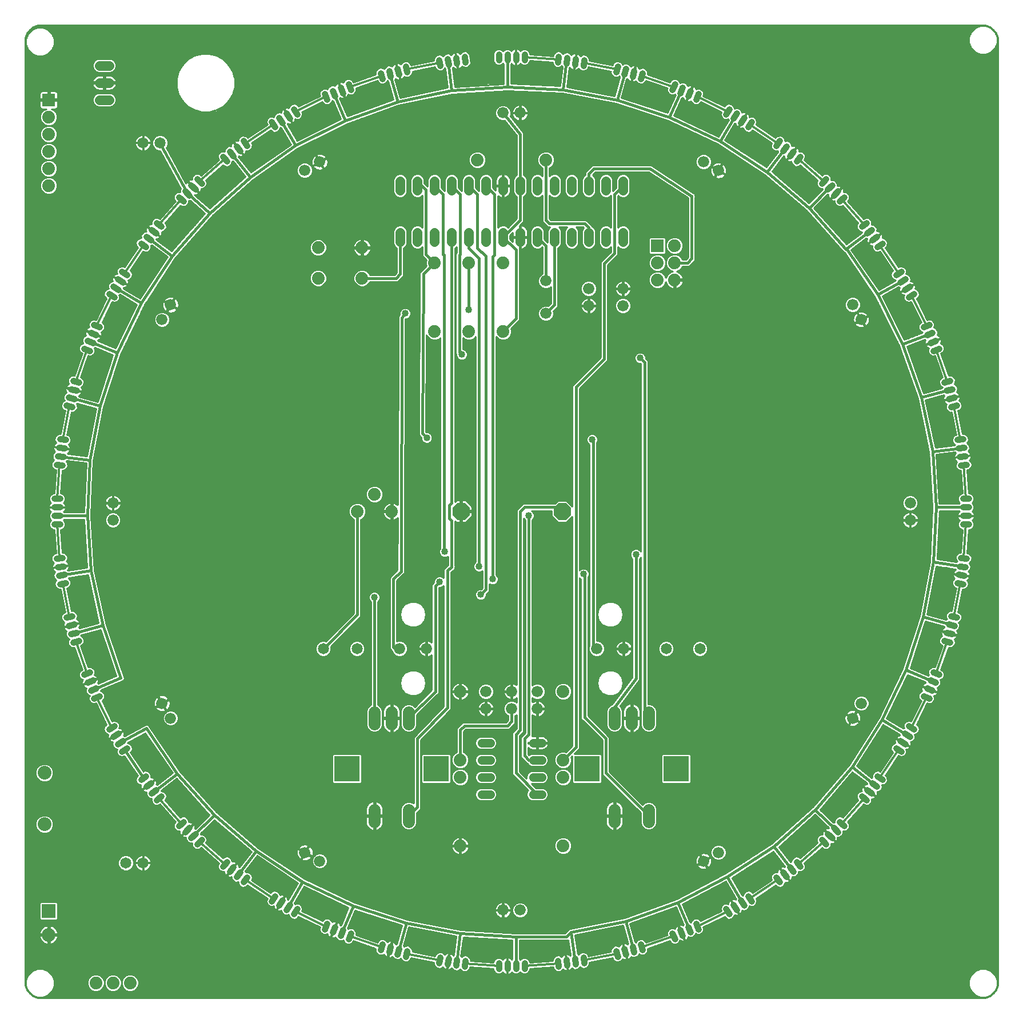
<source format=gbl>
G75*
%MOIN*%
%OFA0B0*%
%FSLAX24Y24*%
%IPPOS*%
%LPD*%
%AMOC8*
5,1,8,0,0,1.08239X$1,22.5*
%
%ADD10C,0.0350*%
%ADD11R,0.0740X0.0740*%
%ADD12C,0.0740*%
%ADD13C,0.0560*%
%ADD14C,0.0650*%
%ADD15C,0.0800*%
%ADD16R,0.0800X0.0800*%
%ADD17C,0.0660*%
%ADD18C,0.0700*%
%ADD19R,0.1500X0.1500*%
%ADD20C,0.0500*%
%ADD21OC8,0.1000*%
%ADD22C,0.0100*%
%ADD23C,0.0400*%
%ADD24C,0.0160*%
%ADD25C,0.0120*%
D10*
X012290Y014593D02*
X012503Y014871D01*
X012107Y015175D02*
X011893Y014898D01*
X012687Y014289D02*
X012900Y014567D01*
X013297Y014262D02*
X013083Y013985D01*
X014738Y012873D02*
X014913Y013177D01*
X015346Y012927D02*
X015171Y012623D01*
X015604Y012373D02*
X015779Y012677D01*
X016212Y012427D02*
X016037Y012123D01*
X017825Y011245D02*
X017959Y011569D01*
X018421Y011377D02*
X018287Y011054D01*
X018749Y010863D02*
X018883Y011186D01*
X019345Y010995D02*
X019211Y010671D01*
X021095Y010025D02*
X021186Y010363D01*
X021669Y010234D02*
X021578Y009896D01*
X022061Y009766D02*
X022152Y010104D01*
X022635Y009975D02*
X022544Y009637D01*
X024499Y009254D02*
X024544Y009601D01*
X025040Y009536D02*
X024994Y009189D01*
X025490Y009124D02*
X025536Y009471D01*
X026031Y009406D02*
X025986Y009059D01*
X027975Y008925D02*
X027975Y009275D01*
X028475Y009275D02*
X028475Y008925D01*
X028975Y008925D02*
X028975Y009275D01*
X029475Y009275D02*
X029475Y008925D01*
X031464Y009059D02*
X031419Y009406D01*
X031914Y009471D02*
X031960Y009124D01*
X032456Y009189D02*
X032410Y009536D01*
X032906Y009601D02*
X032951Y009254D01*
X034906Y009637D02*
X034815Y009975D01*
X035298Y010104D02*
X035389Y009766D01*
X035872Y009896D02*
X035781Y010234D01*
X036264Y010363D02*
X036355Y010025D01*
X038239Y010671D02*
X038105Y010995D01*
X038567Y011186D02*
X038701Y010863D01*
X039163Y011054D02*
X039029Y011377D01*
X039491Y011569D02*
X039625Y011245D01*
X041413Y012123D02*
X041238Y012427D01*
X041671Y012677D02*
X041846Y012373D01*
X042279Y012623D02*
X042104Y012927D01*
X042537Y013177D02*
X042712Y012873D01*
X044367Y013985D02*
X044153Y014262D01*
X044550Y014567D02*
X044763Y014289D01*
X045160Y014593D02*
X044947Y014871D01*
X045343Y015175D02*
X045557Y014898D01*
X047058Y016206D02*
X046811Y016453D01*
X047164Y016807D02*
X047412Y016559D01*
X047766Y016913D02*
X047518Y017161D01*
X047872Y017514D02*
X048119Y017267D01*
X049427Y018768D02*
X049150Y018982D01*
X049454Y019378D02*
X049732Y019165D01*
X050036Y019562D02*
X049758Y019775D01*
X050063Y020172D02*
X050340Y019958D01*
X051452Y021613D02*
X051148Y021788D01*
X051398Y022221D02*
X051702Y022046D01*
X051952Y022479D02*
X051648Y022654D01*
X051898Y023087D02*
X052202Y022912D01*
X053080Y024700D02*
X052756Y024834D01*
X052948Y025296D02*
X053271Y025162D01*
X053462Y025624D02*
X053139Y025758D01*
X053330Y026220D02*
X053654Y026086D01*
X054300Y027970D02*
X053962Y028061D01*
X054091Y028544D02*
X054429Y028453D01*
X054559Y028936D02*
X054221Y029027D01*
X054350Y029510D02*
X054688Y029419D01*
X055071Y031374D02*
X054724Y031419D01*
X054789Y031915D02*
X055136Y031869D01*
X055201Y032365D02*
X054854Y032411D01*
X054919Y032906D02*
X055266Y032861D01*
X055400Y034850D02*
X055050Y034850D01*
X055050Y035350D02*
X055400Y035350D01*
X055400Y035850D02*
X055050Y035850D01*
X055050Y036350D02*
X055400Y036350D01*
X055266Y038339D02*
X054919Y038294D01*
X054854Y038789D02*
X055201Y038835D01*
X055136Y039331D02*
X054789Y039285D01*
X054724Y039781D02*
X055071Y039826D01*
X054688Y041781D02*
X054350Y041690D01*
X054221Y042173D02*
X054559Y042264D01*
X054429Y042747D02*
X054091Y042656D01*
X053962Y043139D02*
X054300Y043230D01*
X053654Y045114D02*
X053330Y044980D01*
X053139Y045442D02*
X053462Y045576D01*
X053271Y046038D02*
X052948Y045904D01*
X052756Y046366D02*
X053080Y046500D01*
X052202Y048288D02*
X051898Y048113D01*
X051648Y048546D02*
X051952Y048721D01*
X051702Y049154D02*
X051398Y048979D01*
X051148Y049412D02*
X051452Y049587D01*
X050340Y051242D02*
X050063Y051028D01*
X049758Y051425D02*
X050036Y051638D01*
X049732Y052035D02*
X049454Y051822D01*
X049150Y052218D02*
X049427Y052432D01*
X048119Y053933D02*
X047872Y053686D01*
X047518Y054039D02*
X047766Y054287D01*
X047412Y054641D02*
X047164Y054393D01*
X046811Y054747D02*
X047058Y054994D01*
X045557Y056302D02*
X045343Y056025D01*
X044947Y056329D02*
X045160Y056607D01*
X044763Y056911D02*
X044550Y056633D01*
X044153Y056938D02*
X044367Y057215D01*
X042712Y058327D02*
X042537Y058023D01*
X042104Y058273D02*
X042279Y058577D01*
X041846Y058827D02*
X041671Y058523D01*
X041238Y058773D02*
X041413Y059077D01*
X039625Y059955D02*
X039491Y059631D01*
X039029Y059823D02*
X039163Y060146D01*
X038701Y060337D02*
X038567Y060014D01*
X038105Y060205D02*
X038239Y060529D01*
X036355Y061175D02*
X036264Y060837D01*
X035781Y060966D02*
X035872Y061304D01*
X035389Y061434D02*
X035298Y061096D01*
X034815Y061225D02*
X034906Y061563D01*
X032951Y061946D02*
X032906Y061599D01*
X032410Y061664D02*
X032456Y062011D01*
X031960Y062076D02*
X031914Y061729D01*
X031419Y061794D02*
X031464Y062141D01*
X029475Y062275D02*
X029475Y061925D01*
X028975Y061925D02*
X028975Y062275D01*
X028475Y062275D02*
X028475Y061925D01*
X027975Y061925D02*
X027975Y062275D01*
X025986Y062141D02*
X026031Y061794D01*
X025536Y061729D02*
X025490Y062076D01*
X024994Y062011D02*
X025040Y061664D01*
X024544Y061599D02*
X024499Y061946D01*
X022544Y061563D02*
X022635Y061225D01*
X022152Y061096D02*
X022061Y061434D01*
X021578Y061304D02*
X021669Y060966D01*
X021186Y060837D02*
X021095Y061175D01*
X019211Y060529D02*
X019345Y060205D01*
X018883Y060014D02*
X018749Y060337D01*
X018287Y060146D02*
X018421Y059823D01*
X017959Y059631D02*
X017825Y059955D01*
X016037Y059077D02*
X016212Y058773D01*
X015779Y058523D02*
X015604Y058827D01*
X015171Y058577D02*
X015346Y058273D01*
X014913Y058023D02*
X014738Y058327D01*
X013083Y057215D02*
X013297Y056938D01*
X012900Y056633D02*
X012687Y056911D01*
X012290Y056607D02*
X012503Y056329D01*
X012107Y056025D02*
X011893Y056302D01*
X010392Y054994D02*
X010639Y054747D01*
X010286Y054393D02*
X010038Y054641D01*
X009684Y054287D02*
X009932Y054039D01*
X009578Y053686D02*
X009331Y053933D01*
X008023Y052432D02*
X008300Y052218D01*
X007996Y051822D02*
X007718Y052035D01*
X007414Y051638D02*
X007692Y051425D01*
X007387Y051028D02*
X007110Y051242D01*
X005998Y049587D02*
X006302Y049412D01*
X006052Y048979D02*
X005748Y049154D01*
X005498Y048721D02*
X005802Y048546D01*
X005552Y048113D02*
X005248Y048288D01*
X004370Y046500D02*
X004694Y046366D01*
X004502Y045904D02*
X004179Y046038D01*
X003988Y045576D02*
X004311Y045442D01*
X004120Y044980D02*
X003796Y045114D01*
X003150Y043230D02*
X003488Y043139D01*
X003359Y042656D02*
X003021Y042747D01*
X002891Y042264D02*
X003229Y042173D01*
X003100Y041690D02*
X002762Y041781D01*
X002379Y039826D02*
X002726Y039781D01*
X002661Y039285D02*
X002314Y039331D01*
X002249Y038835D02*
X002596Y038789D01*
X002531Y038294D02*
X002184Y038339D01*
X002050Y036350D02*
X002400Y036350D01*
X002400Y035850D02*
X002050Y035850D01*
X002050Y035350D02*
X002400Y035350D01*
X002400Y034850D02*
X002050Y034850D01*
X002184Y032861D02*
X002531Y032906D01*
X002596Y032411D02*
X002249Y032365D01*
X002314Y031869D02*
X002661Y031915D01*
X002726Y031419D02*
X002379Y031374D01*
X002762Y029419D02*
X003100Y029510D01*
X003229Y029027D02*
X002891Y028936D01*
X003021Y028453D02*
X003359Y028544D01*
X003488Y028061D02*
X003150Y027970D01*
X003796Y026086D02*
X004120Y026220D01*
X004311Y025758D02*
X003988Y025624D01*
X004179Y025162D02*
X004502Y025296D01*
X004694Y024834D02*
X004370Y024700D01*
X005248Y022912D02*
X005552Y023087D01*
X005802Y022654D02*
X005498Y022479D01*
X005748Y022046D02*
X006052Y022221D01*
X006302Y021788D02*
X005998Y021613D01*
X007110Y019958D02*
X007387Y020172D01*
X007692Y019775D02*
X007414Y019562D01*
X007718Y019165D02*
X007996Y019378D01*
X008300Y018982D02*
X008023Y018768D01*
X009331Y017267D02*
X009578Y017514D01*
X009932Y017161D02*
X009684Y016913D01*
X010038Y016559D02*
X010286Y016807D01*
X010639Y016453D02*
X010392Y016206D01*
D11*
X037225Y051100D03*
X001725Y059600D03*
D12*
X001725Y058600D03*
X001725Y057600D03*
X001725Y056600D03*
X001725Y055600D03*
X001725Y054600D03*
X017445Y050990D03*
X017445Y049210D03*
X020005Y049210D03*
X020005Y050990D03*
X024225Y050100D03*
X026225Y050100D03*
X028225Y050100D03*
X028225Y046100D03*
X026225Y046100D03*
X024225Y046100D03*
X020725Y036600D03*
X021725Y035600D03*
X019725Y035600D03*
X025725Y025100D03*
X025725Y021100D03*
X025725Y020100D03*
X025725Y016100D03*
X031725Y016100D03*
X031725Y020100D03*
X031725Y021100D03*
X031725Y025100D03*
X037225Y049100D03*
X037225Y050100D03*
X038225Y050100D03*
X038225Y049100D03*
X038225Y051100D03*
X030725Y056100D03*
X026725Y056100D03*
X006475Y008100D03*
X005475Y008100D03*
X004475Y008100D03*
D13*
X022225Y051320D02*
X022225Y051880D01*
X023225Y051880D02*
X023225Y051320D01*
X024225Y051320D02*
X024225Y051880D01*
X025225Y051880D02*
X025225Y051320D01*
X026225Y051320D02*
X026225Y051880D01*
X027225Y051880D02*
X027225Y051320D01*
X028225Y051320D02*
X028225Y051880D01*
X029225Y051880D02*
X029225Y051320D01*
X030225Y051320D02*
X030225Y051880D01*
X031225Y051880D02*
X031225Y051320D01*
X032225Y051320D02*
X032225Y051880D01*
X033225Y051880D02*
X033225Y051320D01*
X034225Y051320D02*
X034225Y051880D01*
X035225Y051880D02*
X035225Y051320D01*
X035225Y054320D02*
X035225Y054880D01*
X034225Y054880D02*
X034225Y054320D01*
X033225Y054320D02*
X033225Y054880D01*
X032225Y054880D02*
X032225Y054320D01*
X031225Y054320D02*
X031225Y054880D01*
X030225Y054880D02*
X030225Y054320D01*
X029225Y054320D02*
X029225Y054880D01*
X028225Y054880D02*
X028225Y054320D01*
X027225Y054320D02*
X027225Y054880D01*
X026225Y054880D02*
X026225Y054320D01*
X025225Y054320D02*
X025225Y054880D01*
X024225Y054880D02*
X024225Y054320D01*
X023225Y054320D02*
X023225Y054880D01*
X022225Y054880D02*
X022225Y054320D01*
X005255Y059600D02*
X004695Y059600D01*
X004695Y060600D02*
X005255Y060600D01*
X005255Y061600D02*
X004695Y061600D01*
D14*
X007225Y057100D03*
X008225Y057100D03*
X017740Y027600D03*
X019710Y027600D03*
X007225Y015100D03*
X006225Y015100D03*
X037740Y027600D03*
X039710Y027600D03*
D15*
X001725Y010911D03*
X001475Y017350D03*
X001475Y020350D03*
D16*
X001725Y012289D03*
D17*
X008835Y023547D03*
X008335Y024413D03*
X016672Y015710D03*
X017538Y015210D03*
X027225Y024100D03*
X027225Y025100D03*
X028725Y025100D03*
X028725Y024100D03*
X030225Y024100D03*
X030225Y025100D03*
X033688Y027600D03*
X035262Y027600D03*
X040788Y015710D03*
X039922Y015210D03*
X048615Y023547D03*
X049115Y024413D03*
X051975Y035100D03*
X051975Y036100D03*
X049115Y046797D03*
X048615Y047663D03*
X040788Y055490D03*
X039922Y055990D03*
X035225Y048600D03*
X035225Y047600D03*
X033225Y047600D03*
X033225Y048600D03*
X030725Y049050D03*
X030725Y047150D03*
X029225Y058850D03*
X028225Y058850D03*
X017528Y055990D03*
X016662Y055490D03*
X008835Y047653D03*
X008335Y046787D03*
X005475Y036100D03*
X005475Y035100D03*
X022188Y027600D03*
X023762Y027600D03*
X028225Y012350D03*
X029225Y012350D03*
D18*
X034725Y017500D02*
X034725Y018200D01*
X036725Y018200D02*
X036725Y017500D01*
X036725Y023200D02*
X036725Y023900D01*
X035725Y023900D02*
X035725Y023200D01*
X034725Y023200D02*
X034725Y023900D01*
X022725Y023900D02*
X022725Y023200D01*
X021725Y023200D02*
X021725Y023900D01*
X020725Y023900D02*
X020725Y023200D01*
X020725Y018200D02*
X020725Y017500D01*
X022725Y017500D02*
X022725Y018200D01*
D19*
X024325Y020600D03*
X019125Y020600D03*
X033125Y020600D03*
X038325Y020600D03*
D20*
X030475Y020100D02*
X029975Y020100D01*
X029975Y021100D02*
X030475Y021100D01*
X030475Y022100D02*
X029975Y022100D01*
X027475Y022100D02*
X026975Y022100D01*
X026975Y021100D02*
X027475Y021100D01*
X027475Y020100D02*
X026975Y020100D01*
X026975Y019100D02*
X027475Y019100D01*
X029975Y019100D02*
X030475Y019100D01*
D21*
X031675Y035600D03*
X025775Y035600D03*
D22*
X001090Y007246D02*
X000832Y007329D01*
X000613Y007488D01*
X000454Y007707D01*
X000371Y007965D01*
X000360Y008100D01*
X000360Y063100D01*
X000371Y063235D01*
X000454Y063493D01*
X000613Y063712D01*
X000832Y063871D01*
X001090Y063954D01*
X001225Y063965D01*
X056225Y063965D01*
X056360Y063954D01*
X056618Y063871D01*
X056837Y063712D01*
X056996Y063493D01*
X057079Y063235D01*
X057090Y063100D01*
X057090Y008100D01*
X057079Y007965D01*
X056996Y007707D01*
X056837Y007488D01*
X056618Y007329D01*
X056360Y007246D01*
X056225Y007235D01*
X001225Y007235D01*
X001090Y007246D01*
X001062Y007280D02*
X001262Y007280D01*
X001388Y007280D01*
X001388Y007280D01*
X001689Y007405D01*
X001689Y007405D01*
X001920Y007636D01*
X002045Y007937D01*
X002045Y008263D01*
X001920Y008564D01*
X001920Y008564D01*
X001689Y008795D01*
X001388Y008920D01*
X001062Y008920D01*
X000761Y008795D01*
X000761Y008795D01*
X000530Y008564D01*
X000405Y008263D01*
X000405Y007937D01*
X000530Y007636D01*
X000530Y007636D01*
X000761Y007405D01*
X001062Y007280D01*
X001021Y007297D02*
X000932Y007297D01*
X000783Y007396D02*
X000741Y007396D01*
X000761Y007405D02*
X000761Y007405D01*
X000671Y007494D02*
X000609Y007494D01*
X000573Y007593D02*
X000538Y007593D01*
X000507Y007691D02*
X000466Y007691D01*
X000466Y007790D02*
X000428Y007790D01*
X000425Y007888D02*
X000396Y007888D01*
X000405Y007987D02*
X000369Y007987D01*
X000361Y008085D02*
X000405Y008085D01*
X000405Y008184D02*
X000360Y008184D01*
X000360Y008282D02*
X000413Y008282D01*
X000454Y008381D02*
X000360Y008381D01*
X000360Y008479D02*
X000494Y008479D01*
X000530Y008564D02*
X000530Y008564D01*
X000543Y008578D02*
X000360Y008578D01*
X000360Y008676D02*
X000641Y008676D01*
X000740Y008775D02*
X000360Y008775D01*
X000360Y008873D02*
X000948Y008873D01*
X001502Y008873D02*
X024914Y008873D01*
X024920Y008871D02*
X024927Y008870D01*
X024989Y009341D01*
X025039Y009335D01*
X024977Y008864D01*
X024984Y008863D01*
X025047Y008867D01*
X025109Y008883D01*
X025167Y008912D01*
X025218Y008951D01*
X025229Y008963D01*
X025285Y008890D01*
X025390Y008829D01*
X025510Y008814D01*
X025628Y008845D01*
X025714Y008911D01*
X025781Y008825D01*
X025886Y008764D01*
X026006Y008748D01*
X026123Y008780D01*
X026220Y008854D01*
X026280Y008959D01*
X026289Y009023D01*
X027670Y008930D01*
X027670Y008864D01*
X027716Y008752D01*
X027802Y008666D01*
X027914Y008620D01*
X028036Y008620D01*
X028148Y008666D01*
X028213Y008732D01*
X028223Y008718D01*
X028268Y008673D01*
X028321Y008637D01*
X028380Y008612D01*
X028443Y008600D01*
X028450Y008600D01*
X028450Y009075D01*
X028500Y009075D01*
X028500Y008600D01*
X028507Y008600D01*
X028570Y008612D01*
X028629Y008637D01*
X028682Y008673D01*
X028727Y008718D01*
X028737Y008732D01*
X028802Y008666D01*
X028914Y008620D01*
X029036Y008620D01*
X029148Y008666D01*
X029225Y008744D01*
X029302Y008666D01*
X029414Y008620D01*
X029536Y008620D01*
X029648Y008666D01*
X029734Y008752D01*
X029780Y008864D01*
X029780Y008930D01*
X031161Y009023D01*
X031170Y008959D01*
X031230Y008854D01*
X031327Y008780D01*
X031444Y008748D01*
X031564Y008764D01*
X031669Y008825D01*
X031726Y008898D01*
X031737Y008886D01*
X031788Y008847D01*
X031845Y008818D01*
X031907Y008802D01*
X031971Y008797D01*
X031978Y008798D01*
X031916Y009269D01*
X031965Y009276D01*
X032027Y008805D01*
X032034Y008806D01*
X032095Y008826D01*
X032150Y008858D01*
X032198Y008901D01*
X032237Y008951D01*
X032245Y008967D01*
X032318Y008910D01*
X032435Y008879D01*
X032556Y008895D01*
X032661Y008955D01*
X032727Y009042D01*
X032814Y008975D01*
X032931Y008944D01*
X033051Y008960D01*
X033156Y009021D01*
X033230Y009117D01*
X033262Y009234D01*
X033253Y009298D01*
X034610Y009563D01*
X034627Y009499D01*
X034701Y009403D01*
X034806Y009342D01*
X034926Y009327D01*
X035043Y009358D01*
X035140Y009432D01*
X035186Y009512D01*
X035199Y009501D01*
X035254Y009469D01*
X035315Y009448D01*
X035378Y009440D01*
X035442Y009444D01*
X035449Y009446D01*
X035326Y009905D01*
X035374Y009918D01*
X035497Y009459D01*
X035504Y009461D01*
X035561Y009489D01*
X035612Y009528D01*
X035654Y009576D01*
X035686Y009631D01*
X035692Y009647D01*
X035772Y009601D01*
X035892Y009585D01*
X036009Y009617D01*
X036106Y009691D01*
X036160Y009785D01*
X036255Y009731D01*
X036375Y009715D01*
X036492Y009746D01*
X036589Y009820D01*
X036649Y009925D01*
X036665Y010045D01*
X036648Y010109D01*
X037956Y010558D01*
X037980Y010499D01*
X038066Y010413D01*
X038178Y010366D01*
X038300Y010366D01*
X038412Y010413D01*
X038498Y010499D01*
X038533Y010584D01*
X038547Y010575D01*
X038606Y010550D01*
X038669Y010538D01*
X038733Y010538D01*
X038796Y010550D01*
X038802Y010553D01*
X038620Y010992D01*
X038667Y011011D01*
X038848Y010572D01*
X038855Y010575D01*
X038908Y010610D01*
X038953Y010655D01*
X038989Y010709D01*
X039014Y010768D01*
X039017Y010784D01*
X039102Y010749D01*
X039224Y010749D01*
X039336Y010795D01*
X039422Y010881D01*
X039463Y010982D01*
X039564Y010940D01*
X039686Y010940D01*
X039798Y010987D01*
X039883Y011073D01*
X039930Y011185D01*
X039930Y011306D01*
X039905Y011366D01*
X041146Y011975D01*
X041179Y011918D01*
X041275Y011845D01*
X041393Y011813D01*
X041513Y011829D01*
X041618Y011890D01*
X041692Y011986D01*
X041716Y012075D01*
X041731Y012068D01*
X041793Y012051D01*
X041857Y012047D01*
X041920Y012055D01*
X041981Y012076D01*
X041987Y012079D01*
X041749Y012491D01*
X041793Y012516D01*
X042030Y012104D01*
X042036Y012108D01*
X042084Y012150D01*
X042123Y012201D01*
X042152Y012258D01*
X042168Y012320D01*
X042169Y012337D01*
X042259Y012313D01*
X042379Y012329D01*
X042484Y012390D01*
X042558Y012486D01*
X042586Y012591D01*
X042692Y012563D01*
X042812Y012579D01*
X042917Y012640D01*
X042991Y012736D01*
X043022Y012853D01*
X043006Y012973D01*
X042974Y013031D01*
X044122Y013802D01*
X044161Y013751D01*
X044267Y013690D01*
X044387Y013674D01*
X044504Y013706D01*
X044600Y013780D01*
X044661Y013885D01*
X044673Y013976D01*
X044689Y013971D01*
X044753Y013963D01*
X044816Y013967D01*
X044878Y013983D01*
X044936Y014012D01*
X044941Y014016D01*
X044652Y014393D01*
X044692Y014423D01*
X044981Y014046D01*
X044986Y014051D01*
X045029Y014099D01*
X045061Y014154D01*
X045081Y014215D01*
X045090Y014278D01*
X045088Y014295D01*
X045180Y014283D01*
X045297Y014314D01*
X045394Y014388D01*
X045454Y014493D01*
X045469Y014602D01*
X045577Y014587D01*
X045694Y014619D01*
X045790Y014693D01*
X045851Y014798D01*
X045867Y014918D01*
X045835Y015035D01*
X045796Y015086D01*
X046839Y015994D01*
X046886Y015947D01*
X046998Y015901D01*
X047119Y015901D01*
X047231Y015947D01*
X047317Y016033D01*
X047363Y016145D01*
X047363Y016238D01*
X047380Y016234D01*
X047444Y016234D01*
X047507Y016247D01*
X047566Y016271D01*
X047619Y016307D01*
X047624Y016312D01*
X047288Y016648D01*
X047324Y016683D01*
X047659Y016347D01*
X047664Y016352D01*
X047700Y016406D01*
X047724Y016465D01*
X047737Y016527D01*
X047737Y016591D01*
X047734Y016608D01*
X047826Y016608D01*
X047938Y016654D01*
X048024Y016740D01*
X048071Y016852D01*
X048071Y016962D01*
X048180Y016962D01*
X048292Y017008D01*
X048378Y017094D01*
X048424Y017206D01*
X048424Y017327D01*
X048378Y017439D01*
X048331Y017486D01*
X049239Y018529D01*
X049290Y018490D01*
X049407Y018458D01*
X049527Y018474D01*
X049632Y018535D01*
X049706Y018631D01*
X049738Y018748D01*
X049725Y018840D01*
X049742Y018839D01*
X049806Y018847D01*
X049866Y018868D01*
X049922Y018900D01*
X049970Y018942D01*
X049974Y018947D01*
X049597Y019237D01*
X049628Y019276D01*
X050005Y018987D01*
X050009Y018993D01*
X050037Y019050D01*
X050054Y019112D01*
X050058Y019176D01*
X050050Y019239D01*
X050044Y019255D01*
X050136Y019267D01*
X050241Y019328D01*
X050315Y019424D01*
X050346Y019541D01*
X050332Y019650D01*
X050440Y019664D01*
X050545Y019725D01*
X050619Y019821D01*
X050651Y019938D01*
X050635Y020058D01*
X050574Y020164D01*
X050523Y020203D01*
X051294Y021351D01*
X051352Y021319D01*
X051472Y021303D01*
X051589Y021334D01*
X051685Y021408D01*
X051746Y021513D01*
X051762Y021633D01*
X051738Y021723D01*
X051755Y021724D01*
X051817Y021740D01*
X051874Y021769D01*
X051925Y021808D01*
X051967Y021856D01*
X051971Y021862D01*
X051559Y022099D01*
X051584Y022143D01*
X051996Y021905D01*
X051999Y021911D01*
X052020Y021972D01*
X052028Y022035D01*
X052024Y022099D01*
X052007Y022161D01*
X052000Y022176D01*
X052089Y022200D01*
X052185Y022274D01*
X052246Y022379D01*
X052262Y022499D01*
X052234Y022605D01*
X052339Y022633D01*
X052435Y022707D01*
X052496Y022812D01*
X052512Y022932D01*
X052480Y023050D01*
X052407Y023146D01*
X052350Y023179D01*
X052959Y024420D01*
X053019Y024395D01*
X053140Y024395D01*
X053252Y024442D01*
X053338Y024527D01*
X053385Y024639D01*
X053385Y024761D01*
X053349Y024846D01*
X053366Y024850D01*
X053425Y024874D01*
X053478Y024910D01*
X053523Y024955D01*
X053559Y025008D01*
X053562Y025015D01*
X053123Y025196D01*
X053142Y025243D01*
X053581Y025061D01*
X053584Y025067D01*
X053596Y025130D01*
X053596Y025194D01*
X053584Y025257D01*
X053559Y025316D01*
X053550Y025330D01*
X053635Y025365D01*
X053721Y025451D01*
X053767Y025563D01*
X053767Y025685D01*
X053726Y025786D01*
X053826Y025827D01*
X053912Y025913D01*
X053959Y026025D01*
X053959Y026147D01*
X053912Y026259D01*
X053826Y026345D01*
X053767Y026369D01*
X054216Y027677D01*
X054280Y027660D01*
X054400Y027676D01*
X054505Y027736D01*
X054579Y027833D01*
X054610Y027950D01*
X054594Y028070D01*
X054548Y028150D01*
X054564Y028156D01*
X054620Y028188D01*
X054668Y028230D01*
X054707Y028281D01*
X054735Y028338D01*
X054737Y028345D01*
X054278Y028468D01*
X054291Y028516D01*
X054750Y028393D01*
X054752Y028400D01*
X054756Y028464D01*
X054747Y028527D01*
X054727Y028588D01*
X054695Y028643D01*
X054684Y028656D01*
X054764Y028702D01*
X054838Y028799D01*
X054869Y028916D01*
X054853Y029036D01*
X054799Y029131D01*
X054893Y029185D01*
X054967Y029282D01*
X054998Y029399D01*
X054983Y029519D01*
X054922Y029624D01*
X054826Y029698D01*
X054762Y029715D01*
X055027Y031072D01*
X055091Y031063D01*
X055208Y031095D01*
X055304Y031169D01*
X055365Y031274D01*
X055381Y031394D01*
X055350Y031511D01*
X055293Y031585D01*
X055308Y031592D01*
X055359Y031631D01*
X055401Y031679D01*
X055433Y031735D01*
X055454Y031795D01*
X055455Y031802D01*
X054984Y031864D01*
X054990Y031914D01*
X055461Y031852D01*
X055462Y031859D01*
X055458Y031922D01*
X057090Y031922D01*
X057090Y031824D02*
X055292Y031824D01*
X055428Y031725D02*
X057090Y031725D01*
X057090Y031627D02*
X055353Y031627D01*
X055337Y031528D02*
X057090Y031528D01*
X057090Y031430D02*
X055371Y031430D01*
X055373Y031331D02*
X057090Y031331D01*
X057090Y031233D02*
X055341Y031233D01*
X055259Y031134D02*
X057090Y031134D01*
X057090Y031036D02*
X055020Y031036D01*
X055001Y030937D02*
X057090Y030937D01*
X057090Y030839D02*
X054982Y030839D01*
X054962Y030740D02*
X057090Y030740D01*
X057090Y030642D02*
X054943Y030642D01*
X054924Y030543D02*
X057090Y030543D01*
X057090Y030445D02*
X054904Y030445D01*
X054885Y030346D02*
X057090Y030346D01*
X057090Y030248D02*
X054866Y030248D01*
X054847Y030149D02*
X057090Y030149D01*
X057090Y030051D02*
X054827Y030051D01*
X054808Y029952D02*
X057090Y029952D01*
X057090Y029854D02*
X054789Y029854D01*
X054770Y029755D02*
X057090Y029755D01*
X057090Y029657D02*
X054880Y029657D01*
X054960Y029558D02*
X057090Y029558D01*
X057090Y029460D02*
X054990Y029460D01*
X054988Y029361D02*
X057090Y029361D01*
X057090Y029263D02*
X054952Y029263D01*
X054856Y029164D02*
X057090Y029164D01*
X057090Y029066D02*
X054836Y029066D01*
X054862Y028967D02*
X057090Y028967D01*
X057090Y028869D02*
X054856Y028869D01*
X054816Y028770D02*
X057090Y028770D01*
X057090Y028672D02*
X054710Y028672D01*
X054732Y028573D02*
X057090Y028573D01*
X057090Y028475D02*
X054754Y028475D01*
X054621Y028376D02*
X057090Y028376D01*
X057090Y028278D02*
X054704Y028278D01*
X054604Y028179D02*
X057090Y028179D01*
X057090Y028081D02*
X054588Y028081D01*
X054606Y027982D02*
X057090Y027982D01*
X057090Y027884D02*
X054592Y027884D01*
X054542Y027785D02*
X057090Y027785D01*
X057090Y027687D02*
X054419Y027687D01*
X054185Y027588D02*
X057090Y027588D01*
X057090Y027490D02*
X054151Y027490D01*
X054118Y027391D02*
X057090Y027391D01*
X057090Y027293D02*
X054084Y027293D01*
X054050Y027194D02*
X057090Y027194D01*
X057090Y027096D02*
X054016Y027096D01*
X053982Y026997D02*
X057090Y026997D01*
X057090Y026899D02*
X053949Y026899D01*
X053915Y026800D02*
X057090Y026800D01*
X057090Y026702D02*
X053881Y026702D01*
X053847Y026603D02*
X057090Y026603D01*
X057090Y026505D02*
X053813Y026505D01*
X053780Y026406D02*
X057090Y026406D01*
X057090Y026308D02*
X053863Y026308D01*
X053933Y026209D02*
X057090Y026209D01*
X057090Y026111D02*
X053959Y026111D01*
X053953Y026012D02*
X057090Y026012D01*
X057090Y025914D02*
X053912Y025914D01*
X053797Y025815D02*
X057090Y025815D01*
X057090Y025717D02*
X053754Y025717D01*
X053767Y025618D02*
X057090Y025618D01*
X057090Y025520D02*
X053749Y025520D01*
X053691Y025421D02*
X057090Y025421D01*
X057090Y025323D02*
X053555Y025323D01*
X053590Y025224D02*
X057090Y025224D01*
X057090Y025126D02*
X053595Y025126D01*
X053532Y025027D02*
X057090Y025027D01*
X057090Y024929D02*
X053497Y024929D01*
X053356Y024830D02*
X057090Y024830D01*
X057090Y024732D02*
X053385Y024732D01*
X053382Y024633D02*
X057090Y024633D01*
X057090Y024535D02*
X053341Y024535D01*
X053239Y024436D02*
X057090Y024436D01*
X057090Y024338D02*
X052919Y024338D01*
X052870Y024239D02*
X057090Y024239D01*
X057090Y024141D02*
X052822Y024141D01*
X052774Y024042D02*
X057090Y024042D01*
X057090Y023944D02*
X052725Y023944D01*
X052677Y023845D02*
X057090Y023845D01*
X057090Y023747D02*
X052629Y023747D01*
X052580Y023648D02*
X057090Y023648D01*
X057090Y023550D02*
X052532Y023550D01*
X052483Y023451D02*
X057090Y023451D01*
X057090Y023353D02*
X052435Y023353D01*
X052387Y023254D02*
X057090Y023254D01*
X057090Y023156D02*
X052390Y023156D01*
X052475Y023057D02*
X057090Y023057D01*
X057090Y022959D02*
X052505Y022959D01*
X052502Y022860D02*
X057090Y022860D01*
X057090Y022762D02*
X052467Y022762D01*
X052378Y022663D02*
X057090Y022663D01*
X057090Y022565D02*
X052244Y022565D01*
X052257Y022466D02*
X057090Y022466D01*
X057090Y022368D02*
X052239Y022368D01*
X052179Y022269D02*
X057090Y022269D01*
X057090Y022171D02*
X052003Y022171D01*
X052026Y022072D02*
X057090Y022072D01*
X057090Y021974D02*
X052020Y021974D01*
X051948Y021875D02*
X057090Y021875D01*
X057090Y021777D02*
X051884Y021777D01*
X051750Y021678D02*
X057090Y021678D01*
X057090Y021580D02*
X051755Y021580D01*
X051728Y021481D02*
X057090Y021481D01*
X057090Y021383D02*
X051652Y021383D01*
X051249Y021284D02*
X057090Y021284D01*
X057090Y021186D02*
X051183Y021186D01*
X051117Y021087D02*
X057090Y021087D01*
X057090Y020989D02*
X051051Y020989D01*
X050985Y020890D02*
X057090Y020890D01*
X057090Y020792D02*
X050918Y020792D01*
X050852Y020693D02*
X057090Y020693D01*
X057090Y020595D02*
X050786Y020595D01*
X050720Y020496D02*
X057090Y020496D01*
X057090Y020398D02*
X050654Y020398D01*
X050588Y020299D02*
X057090Y020299D01*
X057090Y020201D02*
X050526Y020201D01*
X050610Y020102D02*
X057090Y020102D01*
X057090Y020004D02*
X050642Y020004D01*
X050642Y019905D02*
X057090Y019905D01*
X057090Y019807D02*
X050608Y019807D01*
X050517Y019708D02*
X057090Y019708D01*
X057090Y019610D02*
X050337Y019610D01*
X050338Y019511D02*
X057090Y019511D01*
X057090Y019413D02*
X050306Y019413D01*
X050217Y019314D02*
X057090Y019314D01*
X057090Y019216D02*
X050053Y019216D01*
X050054Y019117D02*
X057090Y019117D01*
X057090Y019019D02*
X050022Y019019D01*
X049964Y019019D02*
X049882Y019019D01*
X049835Y019117D02*
X049753Y019117D01*
X049707Y019216D02*
X049625Y019216D01*
X049558Y019267D02*
X049181Y019556D01*
X049177Y019551D01*
X049148Y019493D01*
X049132Y019431D01*
X049128Y019368D01*
X049136Y019304D01*
X049141Y019288D01*
X049050Y019276D01*
X048945Y019215D01*
X048945Y019216D02*
X047575Y019216D01*
X047660Y019314D02*
X049135Y019314D01*
X049131Y019413D02*
X047745Y019413D01*
X047829Y019511D02*
X049157Y019511D01*
X049240Y019511D02*
X049322Y019511D01*
X049368Y019413D02*
X049450Y019413D01*
X049497Y019314D02*
X049579Y019314D01*
X049588Y019307D02*
X049558Y019267D01*
X049588Y019307D02*
X049211Y019596D01*
X049216Y019601D01*
X049264Y019644D01*
X049319Y019676D01*
X049380Y019696D01*
X049443Y019705D01*
X049460Y019703D01*
X049454Y019748D01*
X048604Y020411D01*
X046714Y018214D01*
X047497Y017466D01*
X047567Y017466D01*
X047567Y017575D01*
X047613Y017687D01*
X047699Y017773D01*
X047811Y017819D01*
X047932Y017819D01*
X048044Y017773D01*
X048061Y017756D01*
X048937Y018760D01*
X048916Y018776D01*
X048855Y018882D01*
X048839Y019002D01*
X048871Y019119D01*
X048945Y019215D01*
X048870Y019117D02*
X047491Y019117D01*
X047406Y019019D02*
X048844Y019019D01*
X048850Y018920D02*
X047321Y018920D01*
X047236Y018822D02*
X048890Y018822D01*
X048904Y018723D02*
X047152Y018723D01*
X047067Y018625D02*
X048818Y018625D01*
X048733Y018526D02*
X046982Y018526D01*
X046898Y018428D02*
X048647Y018428D01*
X048561Y018329D02*
X046813Y018329D01*
X046728Y018231D02*
X048475Y018231D01*
X048389Y018132D02*
X046800Y018132D01*
X046903Y018034D02*
X048304Y018034D01*
X048218Y017935D02*
X047006Y017935D01*
X047109Y017837D02*
X048132Y017837D01*
X048379Y017541D02*
X057090Y017541D01*
X057090Y017443D02*
X048374Y017443D01*
X048417Y017344D02*
X057090Y017344D01*
X057090Y017246D02*
X048424Y017246D01*
X048400Y017147D02*
X057090Y017147D01*
X057090Y017049D02*
X048332Y017049D01*
X048071Y016950D02*
X057090Y016950D01*
X057090Y016852D02*
X048070Y016852D01*
X048029Y016753D02*
X057090Y016753D01*
X057090Y016655D02*
X047938Y016655D01*
X047737Y016556D02*
X057090Y016556D01*
X057090Y016458D02*
X047722Y016458D01*
X047669Y016359D02*
X057090Y016359D01*
X057090Y016261D02*
X047539Y016261D01*
X047577Y016359D02*
X047648Y016359D01*
X047549Y016458D02*
X047479Y016458D01*
X047451Y016556D02*
X047380Y016556D01*
X047352Y016655D02*
X047295Y016655D01*
X047253Y016683D02*
X046917Y017019D01*
X046912Y017014D01*
X046876Y016961D01*
X046852Y016902D01*
X046839Y016839D01*
X046839Y016775D01*
X046843Y016758D01*
X046750Y016758D01*
X046638Y016712D01*
X046552Y016626D01*
X046506Y016514D01*
X046506Y016393D01*
X046552Y016281D01*
X046569Y016264D01*
X045565Y015388D01*
X045549Y015409D01*
X045443Y015470D01*
X045323Y015486D01*
X045206Y015454D01*
X045110Y015380D01*
X045049Y015275D01*
X045035Y015167D01*
X044974Y015175D01*
X044311Y016025D01*
X046413Y017921D01*
X047213Y017156D01*
X047213Y017129D01*
X047196Y017132D01*
X047132Y017132D01*
X047070Y017119D01*
X047011Y017095D01*
X046957Y017059D01*
X046952Y017054D01*
X047288Y016719D01*
X047253Y016683D01*
X047254Y016753D02*
X047183Y016753D01*
X047155Y016852D02*
X047085Y016852D01*
X047057Y016950D02*
X046986Y016950D01*
X046958Y017049D02*
X045446Y017049D01*
X045555Y017147D02*
X047213Y017147D01*
X047120Y017246D02*
X045664Y017246D01*
X045773Y017344D02*
X047016Y017344D01*
X046913Y017443D02*
X045882Y017443D01*
X045992Y017541D02*
X046810Y017541D01*
X046707Y017640D02*
X046101Y017640D01*
X046210Y017738D02*
X046604Y017738D01*
X046501Y017837D02*
X046319Y017837D01*
X046020Y018132D02*
X037205Y018132D01*
X037205Y018034D02*
X045911Y018034D01*
X045801Y017935D02*
X037205Y017935D01*
X037205Y017837D02*
X045692Y017837D01*
X045583Y017738D02*
X037205Y017738D01*
X037205Y017640D02*
X045474Y017640D01*
X045365Y017541D02*
X037205Y017541D01*
X037205Y017443D02*
X045255Y017443D01*
X045146Y017344D02*
X037180Y017344D01*
X037205Y017405D02*
X037132Y017228D01*
X036997Y017093D01*
X036820Y017020D01*
X036630Y017020D01*
X036453Y017093D01*
X036318Y017228D01*
X036245Y017405D01*
X036245Y018033D01*
X034138Y020140D01*
X034015Y020263D01*
X034015Y022263D01*
X032888Y023390D01*
X032765Y023513D01*
X032765Y031659D01*
X032738Y031670D01*
X032685Y031723D01*
X032685Y021763D01*
X032562Y021640D01*
X032402Y021480D01*
X033929Y021480D01*
X034005Y021404D01*
X034005Y019796D01*
X033929Y019720D01*
X032321Y019720D01*
X032245Y019796D01*
X032245Y021323D01*
X032195Y021273D01*
X032225Y021199D01*
X032225Y021001D01*
X032149Y020817D01*
X032008Y020676D01*
X031824Y020600D01*
X031626Y020600D01*
X031442Y020524D01*
X031301Y020383D01*
X031225Y020199D01*
X031225Y020001D01*
X031301Y019817D01*
X031442Y019676D01*
X031626Y019600D01*
X031824Y019600D01*
X032008Y019676D01*
X032149Y019817D01*
X032225Y020001D01*
X032225Y020199D01*
X032149Y020383D01*
X032008Y020524D01*
X031824Y020600D01*
X031626Y020600D01*
X031442Y020676D01*
X031301Y020817D01*
X031225Y021001D01*
X031225Y021199D01*
X031301Y021383D01*
X031442Y021524D01*
X031626Y021600D01*
X031824Y021600D01*
X031898Y021570D01*
X032265Y021937D01*
X032265Y035299D01*
X031936Y034970D01*
X031414Y034970D01*
X031045Y035339D01*
X031045Y035640D01*
X029887Y035640D01*
X029912Y035630D01*
X030005Y035537D01*
X030055Y035416D01*
X030055Y035284D01*
X030005Y035163D01*
X029935Y035093D01*
X029935Y025461D01*
X029964Y025490D01*
X030133Y025560D01*
X030316Y025560D01*
X030486Y025490D01*
X030615Y025361D01*
X030685Y025191D01*
X030685Y025008D01*
X030615Y024839D01*
X030486Y024710D01*
X030316Y024640D01*
X030133Y024640D01*
X029964Y024710D01*
X029935Y024739D01*
X029935Y024483D01*
X029973Y024511D01*
X030041Y024545D01*
X030113Y024568D01*
X030187Y024580D01*
X030195Y024580D01*
X030195Y024130D01*
X030255Y024130D01*
X030255Y024580D01*
X030263Y024580D01*
X030337Y024568D01*
X030409Y024545D01*
X030477Y024511D01*
X030538Y024466D01*
X030591Y024413D01*
X030636Y024352D01*
X030670Y024284D01*
X030693Y024212D01*
X030705Y024138D01*
X030705Y024130D01*
X030255Y024130D01*
X030255Y024070D01*
X030705Y024070D01*
X030705Y024062D01*
X030693Y023988D01*
X030670Y023916D01*
X030636Y023848D01*
X030591Y023787D01*
X030538Y023734D01*
X030477Y023689D01*
X030409Y023655D01*
X030337Y023632D01*
X030263Y023620D01*
X030255Y023620D01*
X030255Y024070D01*
X030195Y024070D01*
X030195Y023620D01*
X030187Y023620D01*
X030113Y023632D01*
X030041Y023655D01*
X029973Y023689D01*
X029935Y023717D01*
X029935Y022513D01*
X029919Y022497D01*
X029936Y022500D01*
X030195Y022500D01*
X030195Y022130D01*
X030255Y022130D01*
X030255Y022500D01*
X030514Y022500D01*
X030592Y022485D01*
X030664Y022454D01*
X030730Y022411D01*
X030786Y022355D01*
X030829Y022289D01*
X030860Y022217D01*
X030875Y022139D01*
X030875Y022130D01*
X030255Y022130D01*
X030255Y022070D01*
X030875Y022070D01*
X030875Y022061D01*
X030860Y021983D01*
X030829Y021911D01*
X030786Y021845D01*
X030730Y021789D01*
X030664Y021746D01*
X030592Y021715D01*
X030514Y021700D01*
X030255Y021700D01*
X030255Y022070D01*
X030195Y022070D01*
X030195Y021700D01*
X029936Y021700D01*
X029858Y021715D01*
X029786Y021746D01*
X029720Y021789D01*
X029685Y021824D01*
X029685Y021437D01*
X029730Y021392D01*
X029760Y021422D01*
X029899Y021480D01*
X030551Y021480D01*
X030690Y021422D01*
X030797Y021315D01*
X030855Y021176D01*
X030855Y021024D01*
X030797Y020885D01*
X030690Y020778D01*
X030551Y020720D01*
X029899Y020720D01*
X029760Y020778D01*
X029653Y020885D01*
X029651Y020890D01*
X029638Y020890D01*
X029388Y021140D01*
X029265Y021263D01*
X029265Y022437D01*
X029515Y022687D01*
X029515Y035093D01*
X029445Y035163D01*
X029435Y035188D01*
X029435Y022763D01*
X029185Y022513D01*
X029185Y020437D01*
X029595Y020027D01*
X029595Y020176D01*
X029653Y020315D01*
X029760Y020422D01*
X029899Y020480D01*
X030551Y020480D01*
X030690Y020422D01*
X030797Y020315D01*
X030855Y020176D01*
X030855Y020024D01*
X030797Y019885D01*
X030690Y019778D01*
X030551Y019720D01*
X029902Y019720D01*
X030142Y019480D01*
X030551Y019480D01*
X030690Y019422D01*
X030797Y019315D01*
X030855Y019176D01*
X030855Y019024D01*
X030797Y018885D01*
X030690Y018778D01*
X030551Y018720D01*
X029899Y018720D01*
X029760Y018778D01*
X029653Y018885D01*
X029595Y019024D01*
X029595Y019176D01*
X029653Y019315D01*
X029683Y019345D01*
X028888Y020140D01*
X028765Y020263D01*
X028765Y022687D01*
X029015Y022937D01*
X029015Y023739D01*
X028986Y023710D01*
X028935Y023689D01*
X028935Y023263D01*
X028812Y023140D01*
X028562Y022890D01*
X026062Y022890D01*
X025935Y022763D01*
X025935Y021554D01*
X026008Y021524D01*
X026149Y021383D01*
X026225Y021199D01*
X026225Y021001D01*
X026149Y020817D01*
X026008Y020676D01*
X025824Y020600D01*
X025626Y020600D01*
X025442Y020676D01*
X025301Y020817D01*
X025225Y021001D01*
X025225Y021199D01*
X025301Y021383D01*
X025442Y021524D01*
X025515Y021554D01*
X025515Y022937D01*
X025765Y023187D01*
X025888Y023310D01*
X028388Y023310D01*
X028515Y023437D01*
X028515Y023689D01*
X028464Y023710D01*
X028335Y023839D01*
X028265Y024008D01*
X028265Y024191D01*
X028335Y024361D01*
X028464Y024490D01*
X028633Y024560D01*
X028816Y024560D01*
X028986Y024490D01*
X029015Y024461D01*
X029015Y024717D01*
X028977Y024689D01*
X028909Y024655D01*
X028837Y024632D01*
X028763Y024620D01*
X028755Y024620D01*
X028755Y025070D01*
X028695Y025070D01*
X028695Y024620D01*
X028687Y024620D01*
X028613Y024632D01*
X028541Y024655D01*
X028473Y024689D01*
X028412Y024734D01*
X028359Y024787D01*
X028314Y024848D01*
X028280Y024916D01*
X028257Y024988D01*
X028245Y025062D01*
X028245Y025070D01*
X028695Y025070D01*
X028695Y025130D01*
X028695Y025580D01*
X028687Y025580D01*
X028613Y025568D01*
X028541Y025545D01*
X028473Y025511D01*
X028412Y025466D01*
X028359Y025413D01*
X028314Y025352D01*
X028280Y025284D01*
X028257Y025212D01*
X028245Y025138D01*
X028245Y025130D01*
X028695Y025130D01*
X028755Y025130D01*
X028755Y025580D01*
X028763Y025580D01*
X028837Y025568D01*
X028909Y025545D01*
X028977Y025511D01*
X029015Y025483D01*
X029015Y035687D01*
X029138Y035810D01*
X029388Y036060D01*
X031244Y036060D01*
X031414Y036230D01*
X031936Y036230D01*
X032265Y035901D01*
X032265Y042937D01*
X032388Y043060D01*
X033915Y044587D01*
X033915Y050137D01*
X034038Y050260D01*
X034515Y050737D01*
X034515Y051030D01*
X034457Y050972D01*
X034307Y050910D01*
X034143Y050910D01*
X033993Y050972D01*
X033877Y051088D01*
X033815Y051238D01*
X033815Y051962D01*
X033877Y052112D01*
X033993Y052228D01*
X034143Y052290D01*
X034307Y052290D01*
X034457Y052228D01*
X034515Y052170D01*
X034515Y054030D01*
X034457Y053972D01*
X034307Y053910D01*
X034143Y053910D01*
X033993Y053972D01*
X033877Y054088D01*
X033815Y054238D01*
X033815Y054962D01*
X033877Y055112D01*
X033993Y055228D01*
X034143Y055290D01*
X034307Y055290D01*
X034457Y055228D01*
X034573Y055112D01*
X034635Y054962D01*
X034635Y054307D01*
X034638Y054310D01*
X034815Y054487D01*
X034815Y054962D01*
X034877Y055112D01*
X034993Y055228D01*
X035143Y055290D01*
X035307Y055290D01*
X035457Y055228D01*
X035573Y055112D01*
X035635Y054962D01*
X035635Y054238D01*
X035573Y054088D01*
X035457Y053972D01*
X035307Y053910D01*
X035143Y053910D01*
X034993Y053972D01*
X034944Y054022D01*
X034935Y054013D01*
X034935Y052170D01*
X034993Y052228D01*
X035143Y052290D01*
X035307Y052290D01*
X035457Y052228D01*
X035573Y052112D01*
X035635Y051962D01*
X035635Y051238D01*
X035573Y051088D01*
X035457Y050972D01*
X035307Y050910D01*
X035143Y050910D01*
X034993Y050972D01*
X034935Y051030D01*
X034935Y050563D01*
X034335Y049963D01*
X034335Y044413D01*
X032685Y042763D01*
X032685Y032177D01*
X032738Y032230D01*
X032859Y032280D01*
X032991Y032280D01*
X033112Y032230D01*
X033205Y032137D01*
X033255Y032016D01*
X033255Y031884D01*
X033205Y031763D01*
X033185Y031743D01*
X033185Y023687D01*
X034435Y022437D01*
X034435Y020437D01*
X036359Y018513D01*
X036453Y018607D01*
X036630Y018680D01*
X036820Y018680D01*
X036997Y018607D01*
X037132Y018472D01*
X037205Y018295D01*
X037205Y017405D01*
X037139Y017246D02*
X045037Y017246D01*
X044928Y017147D02*
X037051Y017147D01*
X036889Y017049D02*
X044819Y017049D01*
X044709Y016950D02*
X012806Y016950D01*
X012921Y016852D02*
X044600Y016852D01*
X044491Y016753D02*
X013036Y016753D01*
X013151Y016655D02*
X044382Y016655D01*
X044272Y016556D02*
X031931Y016556D01*
X032008Y016524D02*
X031824Y016600D01*
X031626Y016600D01*
X031442Y016524D01*
X031301Y016383D01*
X031225Y016199D01*
X031225Y016001D01*
X031301Y015817D01*
X031442Y015676D01*
X031626Y015600D01*
X031824Y015600D01*
X032008Y015676D01*
X032149Y015817D01*
X032225Y016001D01*
X032225Y016199D01*
X032149Y016383D01*
X032008Y016524D01*
X032075Y016458D02*
X044163Y016458D01*
X044054Y016359D02*
X032159Y016359D01*
X032200Y016261D02*
X043945Y016261D01*
X043897Y016218D02*
X041193Y014485D01*
X038340Y012993D01*
X035318Y011903D01*
X032154Y011260D01*
X032088Y011260D01*
X032075Y011247D01*
X032057Y011244D01*
X032054Y011240D01*
X032048Y011238D01*
X032012Y011184D01*
X031838Y011010D01*
X028981Y011010D01*
X025751Y011209D01*
X022627Y011804D01*
X019553Y012796D01*
X016629Y014183D01*
X013952Y015968D01*
X011522Y018050D01*
X009391Y020430D01*
X007605Y023059D01*
X007569Y023126D01*
X007557Y023129D01*
X007550Y023140D01*
X007475Y023154D01*
X007403Y023176D01*
X007391Y023170D01*
X007379Y023173D01*
X007316Y023130D01*
X006156Y022509D01*
X006100Y022524D01*
X006107Y022539D01*
X006124Y022601D01*
X006128Y022665D01*
X006120Y022728D01*
X006099Y022789D01*
X006096Y022795D01*
X005684Y022557D01*
X005659Y022601D01*
X006071Y022838D01*
X006067Y022844D01*
X006025Y022892D01*
X005974Y022931D01*
X005917Y022960D01*
X005855Y022976D01*
X005838Y022977D01*
X005862Y023067D01*
X005846Y023187D01*
X005785Y023292D01*
X005689Y023366D01*
X005572Y023397D01*
X005452Y023381D01*
X005430Y023369D01*
X004843Y024566D01*
X004866Y024575D01*
X004952Y024661D01*
X004999Y024773D01*
X004999Y024895D01*
X004952Y025007D01*
X004866Y025093D01*
X004766Y025134D01*
X004789Y025191D01*
X006000Y025704D01*
X006076Y025730D01*
X006079Y025737D01*
X006087Y025741D01*
X006117Y025814D01*
X006152Y025886D01*
X006149Y025894D01*
X006152Y025902D01*
X006121Y025975D01*
X005078Y029007D01*
X004384Y032179D01*
X004185Y035352D01*
X004334Y038575D01*
X004929Y041698D01*
X005920Y044772D01*
X007308Y047646D01*
X009093Y050372D01*
X011274Y052852D01*
X013606Y054935D01*
X016233Y056769D01*
X019108Y058207D01*
X022132Y059297D01*
X025253Y059941D01*
X028477Y060140D01*
X031700Y059991D01*
X034822Y059396D01*
X037847Y058405D01*
X040772Y057016D01*
X043499Y055232D01*
X045928Y053150D01*
X048062Y050767D01*
X048108Y050705D01*
X048119Y050703D01*
X048127Y050695D01*
X048149Y050694D01*
X049894Y048143D01*
X051331Y045268D01*
X052422Y042193D01*
X053066Y039072D01*
X053265Y035848D01*
X053116Y032674D01*
X052521Y029502D01*
X051530Y026428D01*
X050141Y023552D01*
X048406Y020825D01*
X046331Y018413D01*
X043897Y016218D01*
X043811Y016162D02*
X040899Y016162D01*
X040880Y016170D02*
X040697Y016170D01*
X040527Y016100D01*
X040398Y015971D01*
X040328Y015801D01*
X040328Y015618D01*
X040398Y015449D01*
X040527Y015320D01*
X040697Y015250D01*
X040880Y015250D01*
X041049Y015320D01*
X041178Y015449D01*
X041248Y015618D01*
X041248Y015801D01*
X041178Y015971D01*
X041049Y016100D01*
X040880Y016170D01*
X040677Y016162D02*
X032225Y016162D01*
X032225Y016064D02*
X040491Y016064D01*
X040396Y015965D02*
X032210Y015965D01*
X032169Y015867D02*
X040355Y015867D01*
X040328Y015768D02*
X032100Y015768D01*
X031992Y015670D02*
X039783Y015670D01*
X039810Y015678D02*
X039738Y015655D01*
X039708Y015640D01*
X039933Y015251D01*
X040322Y015476D01*
X040288Y015523D01*
X040235Y015576D01*
X040174Y015621D01*
X040106Y015655D01*
X040034Y015678D01*
X039960Y015690D01*
X039884Y015690D01*
X039810Y015678D01*
X039748Y015571D02*
X039679Y015571D01*
X039656Y015610D02*
X039609Y015576D01*
X039556Y015523D01*
X039511Y015462D01*
X039477Y015394D01*
X039454Y015322D01*
X039442Y015248D01*
X039442Y015172D01*
X039454Y015098D01*
X039477Y015026D01*
X039492Y014996D01*
X039881Y015221D01*
X039656Y015610D01*
X039604Y015571D02*
X017828Y015571D01*
X017799Y015600D02*
X017928Y015471D01*
X017998Y015301D01*
X017998Y015118D01*
X017928Y014949D01*
X017799Y014820D01*
X017630Y014750D01*
X017447Y014750D01*
X017277Y014820D01*
X017148Y014949D01*
X017078Y015118D01*
X017078Y015301D01*
X017148Y015471D01*
X017277Y015600D01*
X017447Y015670D01*
X017630Y015670D01*
X017799Y015600D01*
X017926Y015473D02*
X039519Y015473D01*
X039471Y015374D02*
X017968Y015374D01*
X017998Y015276D02*
X039446Y015276D01*
X039442Y015177D02*
X017998Y015177D01*
X017981Y015079D02*
X039460Y015079D01*
X039522Y014944D02*
X039556Y014897D01*
X039609Y014844D01*
X039670Y014799D01*
X039738Y014765D01*
X039810Y014742D01*
X039884Y014730D01*
X039960Y014730D01*
X040034Y014742D01*
X040106Y014765D01*
X040136Y014780D01*
X039911Y015169D01*
X039963Y015199D01*
X040188Y014810D01*
X040235Y014844D01*
X040288Y014897D01*
X040333Y014958D01*
X040367Y015026D01*
X040390Y015098D01*
X040402Y015172D01*
X040402Y015248D01*
X040390Y015322D01*
X040367Y015394D01*
X040352Y015424D01*
X039963Y015199D01*
X039933Y015251D01*
X039881Y015221D01*
X039911Y015169D01*
X039522Y014944D01*
X039584Y014980D02*
X017941Y014980D01*
X017860Y014882D02*
X039572Y014882D01*
X039703Y014783D02*
X017709Y014783D01*
X017367Y014783D02*
X015729Y014783D01*
X015581Y014882D02*
X017216Y014882D01*
X017135Y014980D02*
X015434Y014980D01*
X015286Y015079D02*
X017095Y015079D01*
X017078Y015177D02*
X015138Y015177D01*
X014990Y015276D02*
X016467Y015276D01*
X016458Y015280D02*
X016488Y015265D01*
X016560Y015242D01*
X016634Y015230D01*
X016710Y015230D01*
X016784Y015242D01*
X016856Y015265D01*
X016924Y015299D01*
X016985Y015344D01*
X017038Y015397D01*
X017072Y015444D01*
X016683Y015669D01*
X016713Y015721D01*
X016661Y015751D01*
X016886Y016140D01*
X016856Y016155D01*
X016784Y016178D01*
X016710Y016190D01*
X016634Y016190D01*
X016560Y016178D01*
X016488Y016155D01*
X016420Y016121D01*
X016359Y016076D01*
X016306Y016023D01*
X016272Y015976D01*
X016661Y015751D01*
X016631Y015699D01*
X016683Y015669D01*
X016458Y015280D01*
X016406Y015310D02*
X016631Y015699D01*
X016242Y015924D01*
X016227Y015894D01*
X016204Y015822D01*
X016192Y015748D01*
X016192Y015672D01*
X016204Y015598D01*
X016227Y015526D01*
X016261Y015458D01*
X016306Y015397D01*
X016359Y015344D01*
X016406Y015310D01*
X016443Y015374D02*
X016513Y015374D01*
X016500Y015473D02*
X016570Y015473D01*
X016557Y015571D02*
X016626Y015571D01*
X016614Y015670D02*
X016682Y015670D01*
X016683Y015670D02*
X016802Y015670D01*
X016713Y015721D02*
X017102Y015496D01*
X017117Y015526D01*
X017140Y015598D01*
X017152Y015672D01*
X017152Y015748D01*
X017140Y015822D01*
X017117Y015894D01*
X017083Y015962D01*
X017038Y016023D01*
X016985Y016076D01*
X016938Y016110D01*
X016713Y015721D01*
X016740Y015768D02*
X016671Y015768D01*
X016631Y015768D02*
X016511Y015768D01*
X016461Y015867D02*
X016341Y015867D01*
X016290Y015965D02*
X013956Y015965D01*
X013840Y016064D02*
X016347Y016064D01*
X016510Y016162D02*
X013725Y016162D01*
X013610Y016261D02*
X025230Y016261D01*
X025218Y016222D02*
X025243Y016300D01*
X025280Y016373D01*
X025328Y016439D01*
X025386Y016497D01*
X025452Y016545D01*
X025525Y016582D01*
X025603Y016607D01*
X025684Y016620D01*
X025686Y016620D01*
X025686Y016139D01*
X025764Y016139D01*
X025764Y016620D01*
X025766Y016620D01*
X025847Y016607D01*
X025925Y016582D01*
X025998Y016545D01*
X026064Y016497D01*
X026122Y016439D01*
X026170Y016373D01*
X026207Y016300D01*
X026232Y016222D01*
X026245Y016141D01*
X026245Y016139D01*
X025764Y016139D01*
X025764Y016061D01*
X026245Y016061D01*
X026245Y016059D01*
X026232Y015978D01*
X026207Y015900D01*
X026170Y015827D01*
X026122Y015761D01*
X026064Y015703D01*
X025998Y015655D01*
X025925Y015618D01*
X025847Y015593D01*
X025766Y015580D01*
X025764Y015580D01*
X025764Y016061D01*
X025686Y016061D01*
X025205Y016061D01*
X025205Y016059D01*
X025218Y015978D01*
X025243Y015900D01*
X025280Y015827D01*
X025328Y015761D01*
X025386Y015703D01*
X025452Y015655D01*
X025525Y015618D01*
X025603Y015593D01*
X025684Y015580D01*
X025686Y015580D01*
X025686Y016061D01*
X025686Y016139D01*
X025205Y016139D01*
X025205Y016141D01*
X025218Y016222D01*
X025208Y016162D02*
X016834Y016162D01*
X016841Y016064D02*
X016911Y016064D01*
X016997Y016064D02*
X025686Y016064D01*
X025764Y016064D02*
X031225Y016064D01*
X031225Y016162D02*
X026242Y016162D01*
X026220Y016261D02*
X031250Y016261D01*
X031291Y016359D02*
X026177Y016359D01*
X026103Y016458D02*
X031375Y016458D01*
X031519Y016556D02*
X025975Y016556D01*
X025764Y016556D02*
X025686Y016556D01*
X025686Y016458D02*
X025764Y016458D01*
X025764Y016359D02*
X025686Y016359D01*
X025686Y016261D02*
X025764Y016261D01*
X025764Y016162D02*
X025686Y016162D01*
X025686Y015965D02*
X025764Y015965D01*
X025764Y015867D02*
X025686Y015867D01*
X025686Y015768D02*
X025764Y015768D01*
X025764Y015670D02*
X025686Y015670D01*
X025433Y015670D02*
X017631Y015670D01*
X017445Y015670D02*
X017152Y015670D01*
X017149Y015768D02*
X025323Y015768D01*
X025260Y015867D02*
X017126Y015867D01*
X017080Y015965D02*
X025222Y015965D01*
X025273Y016359D02*
X013495Y016359D01*
X013381Y016458D02*
X025347Y016458D01*
X025475Y016556D02*
X013266Y016556D01*
X012965Y016261D02*
X010884Y016261D01*
X010881Y016264D02*
X010898Y016281D01*
X010944Y016393D01*
X010944Y016514D01*
X010898Y016626D01*
X010812Y016712D01*
X010700Y016758D01*
X010591Y016758D01*
X010591Y016816D01*
X011386Y017614D01*
X013539Y015769D01*
X012863Y014869D01*
X012828Y014865D01*
X012830Y014882D01*
X012821Y014945D01*
X012801Y015006D01*
X012769Y015061D01*
X012726Y015109D01*
X012721Y015114D01*
X012432Y014737D01*
X012392Y014767D01*
X012681Y015144D01*
X012676Y015148D01*
X012618Y015177D01*
X012556Y015193D01*
X012493Y015197D01*
X012429Y015189D01*
X012413Y015184D01*
X012401Y015275D01*
X012340Y015380D01*
X012244Y015454D01*
X012127Y015486D01*
X012007Y015470D01*
X011901Y015409D01*
X011885Y015388D01*
X010881Y016264D01*
X010930Y016359D02*
X012850Y016359D01*
X012735Y016458D02*
X010944Y016458D01*
X010927Y016556D02*
X012620Y016556D01*
X012505Y016655D02*
X010869Y016655D01*
X010713Y016753D02*
X012390Y016753D01*
X012276Y016852D02*
X010626Y016852D01*
X010724Y016950D02*
X012161Y016950D01*
X012046Y017049D02*
X010823Y017049D01*
X010921Y017147D02*
X011931Y017147D01*
X011816Y017246D02*
X011019Y017246D01*
X011117Y017344D02*
X011701Y017344D01*
X011586Y017443D02*
X011215Y017443D01*
X011314Y017541D02*
X011471Y017541D01*
X011772Y017837D02*
X020677Y017837D01*
X020677Y017802D02*
X020225Y017802D01*
X020225Y017461D01*
X020237Y017383D01*
X020262Y017308D01*
X020297Y017238D01*
X020344Y017174D01*
X020399Y017119D01*
X020463Y017072D01*
X020533Y017037D01*
X020608Y017012D01*
X020677Y017001D01*
X020677Y017802D01*
X020773Y017802D01*
X020773Y017898D01*
X021225Y017898D01*
X021225Y018239D01*
X021213Y018317D01*
X021188Y018392D01*
X021153Y018462D01*
X021106Y018526D01*
X022372Y018526D01*
X022318Y018472D02*
X022245Y018295D01*
X022245Y017405D01*
X022318Y017228D01*
X022453Y017093D01*
X022630Y017020D01*
X022820Y017020D01*
X022997Y017093D01*
X023132Y017228D01*
X023205Y017405D01*
X023205Y018033D01*
X023312Y018140D01*
X023435Y018263D01*
X023435Y022265D01*
X025125Y024003D01*
X025185Y024063D01*
X025185Y024065D01*
X025186Y024066D01*
X025185Y024152D01*
X025185Y032049D01*
X025299Y032140D01*
X025312Y032140D01*
X025365Y032193D01*
X025424Y032240D01*
X025426Y032254D01*
X025435Y032263D01*
X025435Y032338D01*
X025443Y032413D01*
X025435Y032424D01*
X025435Y035021D01*
X025506Y034950D01*
X025725Y034950D01*
X025725Y035550D01*
X025825Y035550D01*
X025825Y035650D01*
X025725Y035650D01*
X025725Y036250D01*
X025506Y036250D01*
X025435Y036179D01*
X025435Y050963D01*
X025457Y050972D01*
X025515Y051030D01*
X025515Y050687D01*
X025465Y050637D01*
X025465Y044813D01*
X025495Y044783D01*
X025495Y044684D01*
X025545Y044563D01*
X025638Y044470D01*
X025759Y044420D01*
X025891Y044420D01*
X026012Y044470D01*
X026105Y044563D01*
X026155Y044684D01*
X026155Y044816D01*
X026105Y044937D01*
X026012Y045030D01*
X025891Y045080D01*
X025885Y045080D01*
X025885Y045733D01*
X025942Y045676D01*
X026126Y045600D01*
X026324Y045600D01*
X026508Y045676D01*
X026615Y045783D01*
X026615Y032657D01*
X026545Y032587D01*
X026495Y032466D01*
X026495Y032334D01*
X026545Y032213D01*
X026638Y032120D01*
X026759Y032070D01*
X026891Y032070D01*
X027012Y032120D01*
X027015Y032123D01*
X027015Y031137D01*
X026958Y031080D01*
X026859Y031080D01*
X026738Y031030D01*
X026645Y030937D01*
X026595Y030816D01*
X026595Y030684D01*
X026645Y030563D01*
X026738Y030470D01*
X026859Y030420D01*
X026991Y030420D01*
X027112Y030470D01*
X027205Y030563D01*
X027255Y030684D01*
X027255Y030783D01*
X027312Y030840D01*
X027435Y030963D01*
X027435Y031373D01*
X027438Y031370D01*
X027559Y031320D01*
X027691Y031320D01*
X027812Y031370D01*
X027905Y031463D01*
X027955Y031584D01*
X027955Y031716D01*
X027905Y031837D01*
X027835Y031907D01*
X027835Y045783D01*
X027942Y045676D01*
X028126Y045600D01*
X028324Y045600D01*
X028508Y045676D01*
X028649Y045817D01*
X028725Y046001D01*
X028725Y046199D01*
X028695Y046273D01*
X029185Y046763D01*
X029185Y050891D01*
X029191Y050890D01*
X029195Y050890D01*
X029195Y051570D01*
X029255Y051570D01*
X029255Y051630D01*
X029195Y051630D01*
X029195Y052273D01*
X029312Y052390D01*
X029435Y052513D01*
X029435Y053963D01*
X029457Y053972D01*
X029573Y054088D01*
X029635Y054238D01*
X029635Y054962D01*
X029573Y055112D01*
X029457Y055228D01*
X029435Y055237D01*
X029435Y057588D01*
X029443Y057663D01*
X029435Y057674D01*
X029435Y057687D01*
X029382Y057740D01*
X028645Y058661D01*
X028685Y058758D01*
X028685Y058941D01*
X028615Y059111D01*
X028486Y059240D01*
X028316Y059310D01*
X028133Y059310D01*
X027964Y059240D01*
X027835Y059111D01*
X027765Y058941D01*
X027765Y058758D01*
X027835Y058589D01*
X027964Y058460D01*
X028133Y058390D01*
X028316Y058390D01*
X028322Y058392D01*
X029015Y057526D01*
X029015Y055237D01*
X028993Y055228D01*
X028877Y055112D01*
X028815Y054962D01*
X028815Y054238D01*
X028877Y054088D01*
X028993Y053972D01*
X029015Y053963D01*
X029015Y052687D01*
X028506Y052178D01*
X028457Y052228D01*
X028307Y052290D01*
X028143Y052290D01*
X027993Y052228D01*
X027935Y052170D01*
X027935Y054002D01*
X027945Y053992D01*
X028000Y053952D01*
X028060Y053922D01*
X028124Y053901D01*
X028191Y053890D01*
X028195Y053890D01*
X028195Y054570D01*
X027795Y054570D01*
X027795Y054327D01*
X027635Y054487D01*
X027635Y054962D01*
X027573Y055112D01*
X027457Y055228D01*
X027307Y055290D01*
X027143Y055290D01*
X026993Y055228D01*
X026877Y055112D01*
X026815Y054962D01*
X026815Y054307D01*
X026812Y054310D01*
X026635Y054487D01*
X026635Y054962D01*
X026573Y055112D01*
X026457Y055228D01*
X026307Y055290D01*
X026143Y055290D01*
X025993Y055228D01*
X025877Y055112D01*
X025815Y054962D01*
X025815Y054307D01*
X025812Y054310D01*
X025635Y054487D01*
X025635Y054962D01*
X025573Y055112D01*
X025457Y055228D01*
X025307Y055290D01*
X025143Y055290D01*
X024993Y055228D01*
X024877Y055112D01*
X024815Y054962D01*
X024815Y054307D01*
X024812Y054310D01*
X024635Y054487D01*
X024635Y054962D01*
X024573Y055112D01*
X024457Y055228D01*
X024307Y055290D01*
X024143Y055290D01*
X023993Y055228D01*
X023877Y055112D01*
X023815Y054962D01*
X023815Y054557D01*
X023685Y054687D01*
X023635Y054737D01*
X023635Y054962D01*
X023573Y055112D01*
X023457Y055228D01*
X023307Y055290D01*
X023143Y055290D01*
X022993Y055228D01*
X022877Y055112D01*
X022815Y054962D01*
X022815Y054238D01*
X022877Y054088D01*
X022993Y053972D01*
X023143Y053910D01*
X023307Y053910D01*
X023457Y053972D01*
X023515Y054030D01*
X023515Y052170D01*
X023457Y052228D01*
X023307Y052290D01*
X023143Y052290D01*
X022993Y052228D01*
X022877Y052112D01*
X022815Y051962D01*
X022815Y051238D01*
X022877Y051088D01*
X022993Y050972D01*
X023143Y050910D01*
X023307Y050910D01*
X023457Y050972D01*
X023515Y051030D01*
X023515Y050513D01*
X023638Y050390D01*
X023755Y050273D01*
X023725Y050199D01*
X023725Y050001D01*
X023755Y049927D01*
X023427Y049599D01*
X023365Y049538D01*
X023365Y049537D01*
X023365Y049450D01*
X023315Y040237D01*
X023315Y040151D01*
X023315Y040064D01*
X023315Y040063D01*
X023376Y040002D01*
X023437Y039940D01*
X023438Y039940D01*
X023445Y039933D01*
X023445Y039834D01*
X023495Y039713D01*
X023588Y039620D01*
X023709Y039570D01*
X023841Y039570D01*
X023962Y039620D01*
X024055Y039713D01*
X024105Y039834D01*
X024105Y039966D01*
X024055Y040087D01*
X023962Y040180D01*
X023841Y040230D01*
X023742Y040230D01*
X023735Y040237D01*
X023766Y045902D01*
X023801Y045817D01*
X023942Y045676D01*
X024126Y045600D01*
X024324Y045600D01*
X024508Y045676D01*
X024565Y045733D01*
X024565Y033457D01*
X024545Y033437D01*
X024495Y033316D01*
X024495Y033184D01*
X024545Y033063D01*
X024638Y032970D01*
X024759Y032920D01*
X024891Y032920D01*
X025012Y032970D01*
X025015Y032973D01*
X025015Y032451D01*
X024901Y032360D01*
X024888Y032360D01*
X024835Y032307D01*
X024776Y032260D01*
X024774Y032246D01*
X024765Y032237D01*
X024765Y032162D01*
X024757Y032087D01*
X024765Y032076D01*
X024765Y031727D01*
X024712Y031780D01*
X024591Y031830D01*
X024459Y031830D01*
X024338Y031780D01*
X024245Y031687D01*
X024195Y031566D01*
X024195Y031467D01*
X024065Y031337D01*
X024065Y027973D01*
X024014Y028011D01*
X023947Y028045D01*
X023875Y028068D01*
X023800Y028080D01*
X023791Y028080D01*
X023791Y027629D01*
X023734Y027629D01*
X023734Y028080D01*
X023725Y028080D01*
X023650Y028068D01*
X023578Y028045D01*
X023511Y028011D01*
X023450Y027966D01*
X023396Y027913D01*
X023352Y027852D01*
X023318Y027784D01*
X023294Y027712D01*
X023282Y027638D01*
X023282Y027629D01*
X023734Y027629D01*
X023734Y027571D01*
X023791Y027571D01*
X023791Y027120D01*
X023800Y027120D01*
X023875Y027132D01*
X023947Y027155D01*
X024014Y027189D01*
X024065Y027227D01*
X024065Y025187D01*
X023091Y024213D01*
X022997Y024307D01*
X022820Y024380D01*
X022630Y024380D01*
X022453Y024307D01*
X022318Y024172D01*
X022245Y023995D01*
X022245Y023105D01*
X022318Y022928D01*
X022453Y022793D01*
X022630Y022720D01*
X022820Y022720D01*
X022997Y022793D01*
X023132Y022928D01*
X023205Y023105D01*
X023205Y023733D01*
X024362Y024890D01*
X024485Y025013D01*
X024485Y031163D01*
X024492Y031170D01*
X024591Y031170D01*
X024712Y031220D01*
X024765Y031273D01*
X024765Y024235D01*
X023075Y022497D01*
X023015Y022437D01*
X023015Y022435D01*
X023014Y022434D01*
X023015Y022349D01*
X023015Y018589D01*
X022997Y018607D01*
X022820Y018680D01*
X022630Y018680D01*
X022453Y018607D01*
X022318Y018472D01*
X022300Y018428D02*
X021170Y018428D01*
X021209Y018329D02*
X022259Y018329D01*
X022245Y018231D02*
X021225Y018231D01*
X021225Y018132D02*
X022245Y018132D01*
X022245Y018034D02*
X021225Y018034D01*
X021225Y017935D02*
X022245Y017935D01*
X022245Y017837D02*
X020773Y017837D01*
X020773Y017802D02*
X021225Y017802D01*
X021225Y017461D01*
X021213Y017383D01*
X021188Y017308D01*
X021153Y017238D01*
X021106Y017174D01*
X021051Y017119D01*
X020987Y017072D01*
X020917Y017037D01*
X020842Y017012D01*
X020773Y017001D01*
X020773Y017802D01*
X020773Y017738D02*
X020677Y017738D01*
X020677Y017802D02*
X020677Y017898D01*
X020225Y017898D01*
X020225Y018239D01*
X020237Y018317D01*
X020262Y018392D01*
X020297Y018462D01*
X020344Y018526D01*
X011096Y018526D01*
X011008Y018625D02*
X020459Y018625D01*
X020463Y018628D02*
X020399Y018581D01*
X020344Y018526D01*
X020280Y018428D02*
X011184Y018428D01*
X011273Y018329D02*
X020241Y018329D01*
X020225Y018231D02*
X011361Y018231D01*
X011449Y018132D02*
X020225Y018132D01*
X020225Y018034D02*
X011542Y018034D01*
X011657Y017935D02*
X020225Y017935D01*
X020225Y017738D02*
X011887Y017738D01*
X012002Y017640D02*
X020225Y017640D01*
X020225Y017541D02*
X012116Y017541D01*
X012231Y017443D02*
X020228Y017443D01*
X020250Y017344D02*
X012346Y017344D01*
X012461Y017246D02*
X020293Y017246D01*
X020371Y017147D02*
X012576Y017147D01*
X012691Y017049D02*
X020510Y017049D01*
X020677Y017049D02*
X020773Y017049D01*
X020773Y017147D02*
X020677Y017147D01*
X020677Y017246D02*
X020773Y017246D01*
X020773Y017344D02*
X020677Y017344D01*
X020677Y017443D02*
X020773Y017443D01*
X020773Y017541D02*
X020677Y017541D01*
X020677Y017640D02*
X020773Y017640D01*
X020773Y017898D02*
X020677Y017898D01*
X020677Y018699D01*
X020608Y018688D01*
X020533Y018663D01*
X020463Y018628D01*
X020677Y018625D02*
X020773Y018625D01*
X020773Y018699D02*
X020773Y017898D01*
X020773Y017935D02*
X020677Y017935D01*
X020677Y018034D02*
X020773Y018034D01*
X020773Y018132D02*
X020677Y018132D01*
X020677Y018231D02*
X020773Y018231D01*
X020773Y018329D02*
X020677Y018329D01*
X020677Y018428D02*
X020773Y018428D01*
X020773Y018526D02*
X020677Y018526D01*
X020773Y018699D02*
X020842Y018688D01*
X020917Y018663D01*
X020987Y018628D01*
X021051Y018581D01*
X021106Y018526D01*
X020991Y018625D02*
X022496Y018625D01*
X022954Y018625D02*
X023015Y018625D01*
X023015Y018723D02*
X010920Y018723D01*
X010831Y018822D02*
X023015Y018822D01*
X023015Y018920D02*
X010743Y018920D01*
X010655Y019019D02*
X023015Y019019D01*
X023015Y019117D02*
X010567Y019117D01*
X010478Y019216D02*
X023015Y019216D01*
X023015Y019314D02*
X010390Y019314D01*
X010302Y019413D02*
X023015Y019413D01*
X023015Y019511D02*
X010214Y019511D01*
X010125Y019610D02*
X023015Y019610D01*
X023015Y019708D02*
X010037Y019708D01*
X009949Y019807D02*
X018245Y019807D01*
X018245Y019796D02*
X018321Y019720D01*
X019929Y019720D01*
X020005Y019796D01*
X020005Y021404D01*
X019929Y021480D01*
X018321Y021480D01*
X018245Y021404D01*
X018245Y019796D01*
X018245Y019905D02*
X009861Y019905D01*
X009773Y020004D02*
X018245Y020004D01*
X018245Y020102D02*
X009684Y020102D01*
X009596Y020201D02*
X018245Y020201D01*
X018245Y020299D02*
X009508Y020299D01*
X009420Y020398D02*
X018245Y020398D01*
X018245Y020496D02*
X009346Y020496D01*
X009279Y020595D02*
X018245Y020595D01*
X018245Y020693D02*
X009212Y020693D01*
X009145Y020792D02*
X018245Y020792D01*
X018245Y020890D02*
X009078Y020890D01*
X009011Y020989D02*
X018245Y020989D01*
X018245Y021087D02*
X008944Y021087D01*
X008877Y021186D02*
X018245Y021186D01*
X018245Y021284D02*
X008810Y021284D01*
X008744Y021383D02*
X018245Y021383D01*
X020005Y021383D02*
X023015Y021383D01*
X023015Y021481D02*
X008677Y021481D01*
X008610Y021580D02*
X023015Y021580D01*
X023015Y021678D02*
X008543Y021678D01*
X008476Y021777D02*
X023015Y021777D01*
X023015Y021875D02*
X008409Y021875D01*
X008342Y021974D02*
X023015Y021974D01*
X023015Y022072D02*
X008275Y022072D01*
X008208Y022171D02*
X023015Y022171D01*
X023015Y022269D02*
X008141Y022269D01*
X008074Y022368D02*
X023015Y022368D01*
X023044Y022466D02*
X008008Y022466D01*
X007941Y022565D02*
X023141Y022565D01*
X023236Y022663D02*
X007874Y022663D01*
X007807Y022762D02*
X020529Y022762D01*
X020453Y022793D02*
X020630Y022720D01*
X020820Y022720D01*
X020997Y022793D01*
X021132Y022928D01*
X021205Y023105D01*
X021205Y023995D01*
X021132Y024172D01*
X020997Y024307D01*
X020935Y024333D01*
X020935Y030343D01*
X021005Y030413D01*
X021055Y030534D01*
X021055Y030666D01*
X021005Y030787D01*
X020912Y030880D01*
X020791Y030930D01*
X020659Y030930D01*
X020538Y030880D01*
X020445Y030787D01*
X020395Y030666D01*
X020395Y030534D01*
X020445Y030413D01*
X020515Y030343D01*
X020515Y024333D01*
X020453Y024307D01*
X020318Y024172D01*
X020245Y023995D01*
X020245Y023105D01*
X020318Y022928D01*
X020453Y022793D01*
X020386Y022860D02*
X007740Y022860D01*
X007673Y022959D02*
X020305Y022959D01*
X020265Y023057D02*
X007606Y023057D01*
X007471Y023156D02*
X008578Y023156D01*
X008574Y023157D02*
X008743Y023087D01*
X008926Y023087D01*
X009096Y023157D01*
X009225Y023286D01*
X009295Y023455D01*
X009295Y023638D01*
X009225Y023808D01*
X009096Y023937D01*
X008926Y024007D01*
X008743Y024007D01*
X008574Y023937D01*
X008445Y023808D01*
X008375Y023638D01*
X008375Y023455D01*
X008445Y023286D01*
X008574Y023157D01*
X008477Y023254D02*
X005807Y023254D01*
X005850Y023156D02*
X007354Y023156D01*
X007180Y023057D02*
X005859Y023057D01*
X005919Y022959D02*
X006996Y022959D01*
X006812Y022860D02*
X006053Y022860D01*
X006038Y022762D02*
X005938Y022762D01*
X005867Y022663D02*
X005767Y022663D01*
X005697Y022565D02*
X005680Y022565D01*
X005641Y022532D02*
X005229Y022295D01*
X005233Y022289D01*
X005275Y022241D01*
X005326Y022202D01*
X005383Y022173D01*
X005445Y022157D01*
X005462Y022156D01*
X005438Y022066D01*
X005454Y021946D01*
X005515Y021841D01*
X005611Y021767D01*
X005716Y021739D01*
X005688Y021633D01*
X005704Y021513D01*
X005765Y021408D01*
X005861Y021334D01*
X005978Y021303D01*
X006098Y021319D01*
X006138Y021341D01*
X006911Y020191D01*
X006876Y020164D01*
X006815Y020058D01*
X006799Y019938D01*
X006831Y019821D01*
X006905Y019725D01*
X007010Y019664D01*
X007101Y019652D01*
X007096Y019636D01*
X007088Y019572D01*
X007092Y019509D01*
X007108Y019447D01*
X007137Y019389D01*
X007141Y019384D01*
X007518Y019673D01*
X007548Y019633D01*
X007171Y019344D01*
X007176Y019339D01*
X007224Y019296D01*
X007279Y019264D01*
X007340Y019244D01*
X007403Y019235D01*
X007420Y019237D01*
X007408Y019145D01*
X007439Y019028D01*
X007513Y018931D01*
X007618Y018871D01*
X007727Y018856D01*
X007712Y018748D01*
X007744Y018631D01*
X007818Y018535D01*
X007923Y018474D01*
X008043Y018458D01*
X008160Y018490D01*
X008211Y018529D01*
X009119Y017486D01*
X009072Y017439D01*
X009026Y017327D01*
X009026Y017206D01*
X009072Y017094D01*
X009158Y017008D01*
X009270Y016962D01*
X009363Y016962D01*
X009359Y016945D01*
X009359Y016881D01*
X009372Y016818D01*
X009396Y016759D01*
X009432Y016706D01*
X009437Y016701D01*
X009773Y017037D01*
X009808Y017001D01*
X009472Y016666D01*
X009477Y016661D01*
X009531Y016625D01*
X009590Y016601D01*
X009652Y016588D01*
X009716Y016588D01*
X009733Y016591D01*
X009733Y016499D01*
X009779Y016387D01*
X009865Y016301D01*
X009977Y016254D01*
X010087Y016254D01*
X010087Y016145D01*
X010133Y016033D01*
X010219Y015947D01*
X010331Y015901D01*
X010452Y015901D01*
X010564Y015947D01*
X010611Y015994D01*
X011654Y015086D01*
X011615Y015035D01*
X011583Y014918D01*
X011599Y014798D01*
X011660Y014693D01*
X011756Y014619D01*
X011873Y014587D01*
X011965Y014599D01*
X011964Y014583D01*
X011972Y014519D01*
X011993Y014459D01*
X012025Y014403D01*
X012067Y014355D01*
X012072Y014351D01*
X012362Y014728D01*
X012401Y014697D01*
X012112Y014320D01*
X012118Y014316D01*
X012175Y014288D01*
X012237Y014271D01*
X012301Y014267D01*
X012364Y014275D01*
X012380Y014281D01*
X012392Y014189D01*
X012453Y014084D01*
X012549Y014010D01*
X012666Y013979D01*
X012775Y013993D01*
X012789Y013885D01*
X012850Y013780D01*
X012946Y013706D01*
X013063Y013674D01*
X013183Y013690D01*
X013289Y013751D01*
X013328Y013802D01*
X014476Y013031D01*
X014444Y012973D01*
X014428Y012853D01*
X014459Y012736D01*
X014533Y012640D01*
X014638Y012579D01*
X014758Y012563D01*
X014848Y012587D01*
X014849Y012570D01*
X014865Y012508D01*
X014894Y012451D01*
X014933Y012400D01*
X014981Y012358D01*
X014987Y012354D01*
X015224Y012766D01*
X015268Y012741D01*
X015030Y012329D01*
X015036Y012326D01*
X015097Y012305D01*
X015160Y012297D01*
X015224Y012301D01*
X015286Y012318D01*
X015301Y012325D01*
X015325Y012236D01*
X015399Y012140D01*
X015504Y012079D01*
X015624Y012063D01*
X015730Y012091D01*
X015758Y011986D01*
X015832Y011890D01*
X015937Y011829D01*
X016057Y011813D01*
X016175Y011845D01*
X016271Y011918D01*
X016304Y011975D01*
X017545Y011366D01*
X017520Y011306D01*
X017520Y011185D01*
X017567Y011073D01*
X017652Y010987D01*
X017764Y010940D01*
X017886Y010940D01*
X017971Y010976D01*
X017975Y010959D01*
X017999Y010900D01*
X018035Y010847D01*
X018080Y010802D01*
X018133Y010766D01*
X018140Y010763D01*
X018321Y011202D01*
X018368Y011183D01*
X018186Y010744D01*
X018192Y010741D01*
X018255Y010729D01*
X018319Y010729D01*
X018382Y010741D01*
X018441Y010766D01*
X018455Y010775D01*
X018490Y010690D01*
X018576Y010604D01*
X018688Y010558D01*
X018810Y010558D01*
X018911Y010599D01*
X018952Y010499D01*
X019038Y010413D01*
X019150Y010366D01*
X019272Y010366D01*
X019384Y010413D01*
X019470Y010499D01*
X019494Y010558D01*
X020802Y010109D01*
X020785Y010045D01*
X020801Y009925D01*
X020861Y009820D01*
X020958Y009746D01*
X021075Y009715D01*
X021195Y009731D01*
X021275Y009777D01*
X021281Y009761D01*
X021313Y009705D01*
X021355Y009657D01*
X021406Y009618D01*
X021463Y009590D01*
X021470Y009588D01*
X021593Y010047D01*
X021641Y010034D01*
X021518Y009575D01*
X021525Y009573D01*
X021589Y009569D01*
X021652Y009578D01*
X021713Y009598D01*
X021768Y009630D01*
X021781Y009641D01*
X021827Y009561D01*
X021924Y009487D01*
X022041Y009456D01*
X022161Y009472D01*
X022256Y009526D01*
X022310Y009432D01*
X022407Y009358D01*
X022524Y009327D01*
X022644Y009342D01*
X022749Y009403D01*
X022823Y009499D01*
X022840Y009563D01*
X024197Y009298D01*
X024188Y009234D01*
X024220Y009117D01*
X024294Y009021D01*
X024399Y008960D01*
X024519Y008944D01*
X024636Y008975D01*
X024710Y009032D01*
X024717Y009017D01*
X024756Y008966D01*
X024804Y008924D01*
X024860Y008892D01*
X024920Y008871D01*
X024927Y008873D02*
X024978Y008873D01*
X025070Y008873D02*
X025315Y008873D01*
X024991Y008972D02*
X024940Y008972D01*
X024953Y009070D02*
X025004Y009070D01*
X025017Y009169D02*
X024966Y009169D01*
X024979Y009267D02*
X025030Y009267D01*
X025045Y009384D02*
X024996Y009391D01*
X025058Y009862D01*
X025051Y009863D01*
X024987Y009858D01*
X024925Y009842D01*
X024868Y009813D01*
X024817Y009774D01*
X024806Y009762D01*
X024749Y009835D01*
X024644Y009896D01*
X024524Y009912D01*
X024407Y009880D01*
X024310Y009806D01*
X024250Y009701D01*
X024246Y009675D01*
X022939Y009931D01*
X022945Y009955D01*
X022929Y010075D01*
X022869Y010180D01*
X022772Y010254D01*
X022655Y010285D01*
X022535Y010269D01*
X022440Y010215D01*
X022415Y010258D01*
X022725Y011358D01*
X025492Y010831D01*
X025353Y009715D01*
X025325Y009693D01*
X025317Y009709D01*
X025278Y009759D01*
X025230Y009802D01*
X025175Y009834D01*
X025114Y009854D01*
X025107Y009855D01*
X025045Y009384D01*
X025056Y009464D02*
X025005Y009464D01*
X025018Y009563D02*
X025069Y009563D01*
X025082Y009661D02*
X025031Y009661D01*
X025044Y009760D02*
X025095Y009760D01*
X025057Y009858D02*
X025371Y009858D01*
X025359Y009760D02*
X025278Y009760D01*
X025383Y009957D02*
X022945Y009957D01*
X022932Y010055D02*
X025396Y010055D01*
X025408Y010154D02*
X022884Y010154D01*
X022775Y010252D02*
X025420Y010252D01*
X025432Y010351D02*
X022441Y010351D01*
X022419Y010252D02*
X022505Y010252D01*
X022469Y010449D02*
X025445Y010449D01*
X025457Y010548D02*
X022497Y010548D01*
X022525Y010646D02*
X025469Y010646D01*
X025482Y010745D02*
X022552Y010745D01*
X022580Y010843D02*
X025427Y010843D01*
X025603Y011237D02*
X032047Y011237D01*
X031967Y011139D02*
X026893Y011139D01*
X026458Y010745D02*
X025905Y010745D01*
X025909Y010778D02*
X028765Y010603D01*
X028765Y009496D01*
X028737Y009468D01*
X028727Y009482D01*
X028682Y009527D01*
X028629Y009563D01*
X028570Y009588D01*
X028507Y009600D01*
X028500Y009600D01*
X028500Y009125D01*
X028450Y009125D01*
X028450Y009600D01*
X028443Y009600D01*
X028380Y009588D01*
X028321Y009563D01*
X028268Y009527D01*
X028223Y009482D01*
X028213Y009468D01*
X028148Y009534D01*
X028036Y009580D01*
X027914Y009580D01*
X027802Y009534D01*
X027716Y009448D01*
X027670Y009336D01*
X027670Y009311D01*
X026338Y009400D01*
X026342Y009426D01*
X026310Y009543D01*
X026236Y009639D01*
X026131Y009700D01*
X026011Y009716D01*
X025894Y009685D01*
X025807Y009618D01*
X025770Y009666D01*
X025909Y010778D01*
X025893Y010646D02*
X028058Y010646D01*
X028494Y011040D02*
X031868Y011040D01*
X032030Y010608D02*
X032166Y009719D01*
X032149Y009697D01*
X032138Y009709D01*
X032087Y009748D01*
X032029Y009777D01*
X031967Y009793D01*
X031904Y009797D01*
X031897Y009796D01*
X031959Y009325D01*
X031909Y009319D01*
X031847Y009790D01*
X031840Y009789D01*
X031780Y009768D01*
X031724Y009736D01*
X031676Y009694D01*
X031637Y009643D01*
X031630Y009628D01*
X031556Y009685D01*
X031439Y009716D01*
X031319Y009700D01*
X031214Y009639D01*
X031140Y009543D01*
X031108Y009426D01*
X031112Y009400D01*
X029780Y009311D01*
X029780Y009336D01*
X029734Y009448D01*
X029648Y009534D01*
X029536Y009580D01*
X029414Y009580D01*
X029302Y009534D01*
X029225Y009456D01*
X029185Y009496D01*
X029185Y010590D01*
X032012Y010590D01*
X032030Y010608D01*
X032039Y010548D02*
X029185Y010548D01*
X029185Y010449D02*
X032054Y010449D01*
X032069Y010351D02*
X029185Y010351D01*
X029185Y010252D02*
X032085Y010252D01*
X032100Y010154D02*
X029185Y010154D01*
X029185Y010055D02*
X032115Y010055D01*
X032130Y009957D02*
X029185Y009957D01*
X029185Y009858D02*
X032145Y009858D01*
X032160Y009760D02*
X032064Y009760D01*
X031902Y009760D02*
X031851Y009760D01*
X031764Y009760D02*
X029185Y009760D01*
X029185Y009661D02*
X031251Y009661D01*
X031155Y009563D02*
X029578Y009563D01*
X029717Y009464D02*
X031118Y009464D01*
X031168Y008972D02*
X030397Y008972D01*
X030593Y009366D02*
X029768Y009366D01*
X029372Y009563D02*
X029185Y009563D01*
X029217Y009464D02*
X029233Y009464D01*
X028765Y009563D02*
X028630Y009563D01*
X028500Y009563D02*
X028450Y009563D01*
X028450Y009464D02*
X028500Y009464D01*
X028500Y009366D02*
X028450Y009366D01*
X028450Y009267D02*
X028500Y009267D01*
X028500Y009169D02*
X028450Y009169D01*
X028450Y009070D02*
X028500Y009070D01*
X028500Y008972D02*
X028450Y008972D01*
X028450Y008873D02*
X028500Y008873D01*
X028500Y008775D02*
X028450Y008775D01*
X028450Y008676D02*
X028500Y008676D01*
X028686Y008676D02*
X028793Y008676D01*
X029157Y008676D02*
X029293Y008676D01*
X029657Y008676D02*
X055641Y008676D01*
X055543Y008578D02*
X006629Y008578D01*
X006574Y008600D02*
X006376Y008600D01*
X006192Y008524D01*
X006051Y008383D01*
X005975Y008199D01*
X005899Y008383D01*
X005758Y008524D01*
X005574Y008600D01*
X005376Y008600D01*
X005192Y008524D01*
X005051Y008383D01*
X004975Y008199D01*
X004899Y008383D01*
X004758Y008524D01*
X004574Y008600D01*
X004376Y008600D01*
X004192Y008524D01*
X004051Y008383D01*
X003975Y008199D01*
X003975Y008001D01*
X004051Y007817D01*
X004192Y007676D01*
X004376Y007600D01*
X004574Y007600D01*
X004758Y007676D01*
X004899Y007817D01*
X004975Y008001D01*
X004975Y008199D01*
X004975Y008001D01*
X005051Y007817D01*
X005192Y007676D01*
X005376Y007600D01*
X005574Y007600D01*
X005758Y007676D01*
X005899Y007817D01*
X005975Y008001D01*
X005975Y008199D01*
X005975Y008001D01*
X006051Y007817D01*
X006192Y007676D01*
X006376Y007600D01*
X006574Y007600D01*
X006758Y007676D01*
X006899Y007817D01*
X006975Y008001D01*
X006975Y008199D01*
X006899Y008383D01*
X006758Y008524D01*
X006574Y008600D01*
X006321Y008578D02*
X005629Y008578D01*
X005803Y008479D02*
X006147Y008479D01*
X006050Y008381D02*
X005900Y008381D01*
X005941Y008282D02*
X006009Y008282D01*
X005975Y008184D02*
X005975Y008184D01*
X005975Y008085D02*
X005975Y008085D01*
X005969Y007987D02*
X005981Y007987D01*
X006022Y007888D02*
X005928Y007888D01*
X005872Y007790D02*
X006078Y007790D01*
X006177Y007691D02*
X005773Y007691D01*
X005177Y007691D02*
X004773Y007691D01*
X004872Y007790D02*
X005078Y007790D01*
X005022Y007888D02*
X004928Y007888D01*
X004969Y007987D02*
X004981Y007987D01*
X004975Y008085D02*
X004975Y008085D01*
X004975Y008184D02*
X004975Y008184D01*
X004941Y008282D02*
X005009Y008282D01*
X005050Y008381D02*
X004900Y008381D01*
X004803Y008479D02*
X005147Y008479D01*
X005321Y008578D02*
X004629Y008578D01*
X004321Y008578D02*
X001907Y008578D01*
X001956Y008479D02*
X004147Y008479D01*
X004050Y008381D02*
X001996Y008381D01*
X002037Y008282D02*
X004009Y008282D01*
X003975Y008184D02*
X002045Y008184D01*
X002045Y008085D02*
X003975Y008085D01*
X003981Y007987D02*
X002045Y007987D01*
X002025Y007888D02*
X004022Y007888D01*
X004078Y007790D02*
X001984Y007790D01*
X001943Y007691D02*
X004177Y007691D01*
X001920Y007636D02*
X001920Y007636D01*
X001877Y007593D02*
X055573Y007593D01*
X055530Y007636D02*
X055761Y007405D01*
X056062Y007280D01*
X056262Y007280D01*
X056388Y007280D01*
X056388Y007280D01*
X056689Y007405D01*
X056689Y007405D01*
X056920Y007636D01*
X057045Y007937D01*
X057045Y008263D01*
X056920Y008564D01*
X056920Y008564D01*
X056689Y008795D01*
X056388Y008920D01*
X056062Y008920D01*
X055761Y008795D01*
X055761Y008795D01*
X055530Y008564D01*
X055405Y008263D01*
X055405Y007937D01*
X055530Y007636D01*
X055530Y007636D01*
X055507Y007691D02*
X006773Y007691D01*
X006872Y007790D02*
X055466Y007790D01*
X055425Y007888D02*
X006928Y007888D01*
X006969Y007987D02*
X055405Y007987D01*
X055405Y008085D02*
X006975Y008085D01*
X006975Y008184D02*
X055405Y008184D01*
X055413Y008282D02*
X006941Y008282D01*
X006900Y008381D02*
X055454Y008381D01*
X055494Y008479D02*
X006803Y008479D01*
X001809Y008676D02*
X027793Y008676D01*
X027707Y008775D02*
X026104Y008775D01*
X026231Y008873D02*
X027670Y008873D01*
X027682Y009366D02*
X026857Y009366D01*
X027053Y008972D02*
X026282Y008972D01*
X025868Y008775D02*
X001710Y008775D01*
X001689Y008795D02*
X001689Y008795D01*
X001779Y007494D02*
X055671Y007494D01*
X055761Y007405D02*
X055761Y007405D01*
X055783Y007396D02*
X001667Y007396D01*
X001429Y007297D02*
X056021Y007297D01*
X056429Y007297D02*
X056518Y007297D01*
X056667Y007396D02*
X056709Y007396D01*
X056779Y007494D02*
X056841Y007494D01*
X056877Y007593D02*
X056912Y007593D01*
X056920Y007636D02*
X056920Y007636D01*
X056943Y007691D02*
X056984Y007691D01*
X056984Y007790D02*
X057022Y007790D01*
X057025Y007888D02*
X057054Y007888D01*
X057045Y007987D02*
X057081Y007987D01*
X057089Y008085D02*
X057045Y008085D01*
X057045Y008184D02*
X057090Y008184D01*
X057090Y008282D02*
X057037Y008282D01*
X056996Y008381D02*
X057090Y008381D01*
X057090Y008479D02*
X056956Y008479D01*
X056907Y008578D02*
X057090Y008578D01*
X057090Y008676D02*
X056809Y008676D01*
X056710Y008775D02*
X057090Y008775D01*
X057090Y008873D02*
X056502Y008873D01*
X056689Y008795D02*
X056689Y008795D01*
X057090Y008972D02*
X033071Y008972D01*
X033194Y009070D02*
X057090Y009070D01*
X057090Y009169D02*
X033244Y009169D01*
X033257Y009267D02*
X057090Y009267D01*
X057090Y009366D02*
X035053Y009366D01*
X035158Y009464D02*
X035268Y009464D01*
X035444Y009464D02*
X035496Y009464D01*
X035511Y009464D02*
X057090Y009464D01*
X057090Y009563D02*
X035642Y009563D01*
X035469Y009563D02*
X035418Y009563D01*
X035391Y009661D02*
X035443Y009661D01*
X035416Y009760D02*
X035365Y009760D01*
X035338Y009858D02*
X035390Y009858D01*
X035361Y009966D02*
X035313Y009953D01*
X035190Y010412D01*
X035183Y010410D01*
X035126Y010382D01*
X035075Y010343D01*
X035033Y010295D01*
X035001Y010239D01*
X034995Y010223D01*
X034915Y010269D01*
X034795Y010285D01*
X034678Y010254D01*
X034581Y010180D01*
X034521Y010075D01*
X034505Y009955D01*
X034511Y009931D01*
X033204Y009675D01*
X033200Y009701D01*
X033140Y009806D01*
X033043Y009880D01*
X032926Y009912D01*
X032806Y009896D01*
X032701Y009835D01*
X032634Y009749D01*
X032580Y009790D01*
X032413Y010884D01*
X035225Y011455D01*
X035519Y010390D01*
X035501Y010359D01*
X035488Y010370D01*
X035433Y010402D01*
X035372Y010422D01*
X035309Y010431D01*
X035245Y010427D01*
X035238Y010425D01*
X035361Y009966D01*
X035326Y009957D02*
X035312Y009957D01*
X035286Y010055D02*
X035337Y010055D01*
X035311Y010154D02*
X035259Y010154D01*
X035233Y010252D02*
X035285Y010252D01*
X035258Y010351D02*
X035206Y010351D01*
X035085Y010351D02*
X032494Y010351D01*
X032479Y010449D02*
X035503Y010449D01*
X035475Y010548D02*
X032464Y010548D01*
X032449Y010646D02*
X035448Y010646D01*
X035421Y010745D02*
X032434Y010745D01*
X032419Y010843D02*
X035394Y010843D01*
X035367Y010942D02*
X032696Y010942D01*
X032526Y011336D02*
X025086Y011336D01*
X024910Y010942D02*
X022608Y010942D01*
X022636Y011040D02*
X024393Y011040D01*
X024569Y011434D02*
X033011Y011434D01*
X033181Y011040D02*
X035339Y011040D01*
X035312Y011139D02*
X033666Y011139D01*
X033495Y011533D02*
X024052Y011533D01*
X023876Y011139D02*
X022663Y011139D01*
X022691Y011237D02*
X023358Y011237D01*
X023535Y011631D02*
X033980Y011631D01*
X034151Y011237D02*
X035285Y011237D01*
X035258Y011336D02*
X034636Y011336D01*
X034465Y011730D02*
X023017Y011730D01*
X022841Y011336D02*
X022719Y011336D01*
X022318Y011462D02*
X022012Y010376D01*
X021972Y010353D01*
X021966Y010369D01*
X021934Y010424D01*
X021892Y010472D01*
X021841Y010511D01*
X021784Y010539D01*
X021777Y010541D01*
X021654Y010082D01*
X021606Y010095D01*
X021729Y010554D01*
X021722Y010556D01*
X021658Y010560D01*
X021595Y010552D01*
X021534Y010531D01*
X021479Y010499D01*
X021466Y010488D01*
X021420Y010568D01*
X021323Y010642D01*
X021206Y010673D01*
X021086Y010658D01*
X020981Y010597D01*
X020907Y010501D01*
X020901Y010477D01*
X019640Y010910D01*
X019650Y010934D01*
X019650Y011055D01*
X019603Y011167D01*
X019518Y011253D01*
X019406Y011300D01*
X019284Y011300D01*
X019183Y011258D01*
X019162Y011308D01*
X019594Y012341D01*
X022318Y011462D01*
X022310Y011434D02*
X019215Y011434D01*
X019256Y011533D02*
X022100Y011533D01*
X022282Y011336D02*
X019174Y011336D01*
X019297Y011631D02*
X021795Y011631D01*
X021489Y011730D02*
X019339Y011730D01*
X019380Y011828D02*
X021184Y011828D01*
X020879Y011927D02*
X019421Y011927D01*
X019462Y012025D02*
X020573Y012025D01*
X020268Y012124D02*
X019503Y012124D01*
X019545Y012222D02*
X019963Y012222D01*
X019657Y012321D02*
X019586Y012321D01*
X019204Y012496D02*
X018775Y011472D01*
X018737Y011456D01*
X018734Y011472D01*
X018709Y011531D01*
X018673Y011585D01*
X018628Y011630D01*
X018575Y011665D01*
X018568Y011668D01*
X018387Y011229D01*
X018341Y011248D01*
X018522Y011687D01*
X018516Y011690D01*
X018453Y011702D01*
X018389Y011702D01*
X018326Y011690D01*
X018267Y011665D01*
X018253Y011656D01*
X018218Y011741D01*
X018132Y011827D01*
X018020Y011874D01*
X017898Y011874D01*
X017786Y011827D01*
X017700Y011741D01*
X017691Y011718D01*
X016494Y012305D01*
X016506Y012327D01*
X016522Y012447D01*
X016491Y012564D01*
X016417Y012660D01*
X016312Y012721D01*
X016192Y012737D01*
X016086Y012709D01*
X016070Y012768D01*
X016612Y013726D01*
X019204Y012496D01*
X019159Y012518D02*
X016503Y012518D01*
X016519Y012419D02*
X019172Y012419D01*
X019130Y012321D02*
X016503Y012321D01*
X016663Y012222D02*
X019089Y012222D01*
X019048Y012124D02*
X016864Y012124D01*
X017065Y012025D02*
X019007Y012025D01*
X018966Y011927D02*
X017265Y011927D01*
X017466Y011828D02*
X017788Y011828D01*
X017696Y011730D02*
X017666Y011730D01*
X017406Y011434D02*
X001895Y011434D01*
X001936Y011421D02*
X001854Y011447D01*
X001775Y011460D01*
X001775Y010961D01*
X002274Y010961D01*
X002261Y011040D01*
X017599Y011040D01*
X017539Y011139D02*
X002226Y011139D01*
X002235Y011122D02*
X002195Y011199D01*
X002145Y011269D01*
X002083Y011331D01*
X002013Y011381D01*
X001936Y011421D01*
X001775Y011434D02*
X001675Y011434D01*
X001675Y011460D02*
X001596Y011447D01*
X001514Y011421D01*
X001437Y011381D01*
X001367Y011331D01*
X001305Y011269D01*
X001255Y011199D01*
X001215Y011122D01*
X001189Y011040D01*
X000360Y011040D01*
X000360Y010942D02*
X001675Y010942D01*
X001675Y010961D02*
X001675Y010861D01*
X001775Y010861D01*
X001775Y010362D01*
X001854Y010375D01*
X001936Y010401D01*
X002013Y010441D01*
X002083Y010492D01*
X002145Y010553D01*
X002195Y010623D01*
X002235Y010700D01*
X002261Y010782D01*
X002274Y010861D01*
X001775Y010861D01*
X001775Y010961D01*
X001675Y010961D01*
X001176Y010961D01*
X001189Y011040D01*
X001224Y011139D02*
X000360Y011139D01*
X000360Y011237D02*
X001282Y011237D01*
X001374Y011336D02*
X000360Y011336D01*
X000360Y011434D02*
X001555Y011434D01*
X001675Y011460D02*
X001675Y010961D01*
X001675Y011040D02*
X001775Y011040D01*
X001775Y010942D02*
X017762Y010942D01*
X017889Y010942D02*
X017982Y010942D01*
X018038Y010843D02*
X002271Y010843D01*
X002249Y010745D02*
X018186Y010745D01*
X018173Y010843D02*
X018227Y010843D01*
X018213Y010942D02*
X018268Y010942D01*
X018254Y011040D02*
X018308Y011040D01*
X018295Y011139D02*
X018349Y011139D01*
X018368Y011237D02*
X018390Y011237D01*
X018377Y011336D02*
X018431Y011336D01*
X018417Y011434D02*
X018472Y011434D01*
X018458Y011533D02*
X018512Y011533D01*
X018499Y011631D02*
X018553Y011631D01*
X018626Y011631D02*
X018842Y011631D01*
X018801Y011533D02*
X018708Y011533D01*
X018883Y011730D02*
X018223Y011730D01*
X018130Y011828D02*
X018924Y011828D01*
X018951Y012616D02*
X016451Y012616D01*
X016323Y012715D02*
X018744Y012715D01*
X018536Y012813D02*
X016095Y012813D01*
X016085Y012715D02*
X016108Y012715D01*
X016151Y012912D02*
X018329Y012912D01*
X018121Y013010D02*
X016207Y013010D01*
X016262Y013109D02*
X017914Y013109D01*
X017706Y013207D02*
X016318Y013207D01*
X016374Y013306D02*
X017499Y013306D01*
X017291Y013404D02*
X016429Y013404D01*
X016485Y013503D02*
X017083Y013503D01*
X016876Y013601D02*
X016541Y013601D01*
X016596Y013700D02*
X016668Y013700D01*
X016818Y014094D02*
X040445Y014094D01*
X040633Y014192D02*
X016616Y014192D01*
X016468Y014291D02*
X040821Y014291D01*
X041009Y014389D02*
X016320Y014389D01*
X016172Y014488D02*
X041197Y014488D01*
X041351Y014586D02*
X016025Y014586D01*
X015877Y014685D02*
X041504Y014685D01*
X041658Y014783D02*
X040134Y014783D01*
X040146Y014882D02*
X040077Y014882D01*
X040089Y014980D02*
X040020Y014980D01*
X040033Y015079D02*
X039963Y015079D01*
X039976Y015177D02*
X039925Y015177D01*
X039906Y015177D02*
X039805Y015177D01*
X039850Y015276D02*
X039919Y015276D01*
X039975Y015276D02*
X040095Y015276D01*
X040146Y015374D02*
X040266Y015374D01*
X040373Y015374D02*
X040473Y015374D01*
X040398Y015276D02*
X040635Y015276D01*
X040402Y015177D02*
X042273Y015177D01*
X042119Y015079D02*
X040384Y015079D01*
X040344Y014980D02*
X041966Y014980D01*
X041812Y014882D02*
X040272Y014882D01*
X039754Y015079D02*
X039634Y015079D01*
X039793Y015374D02*
X039862Y015374D01*
X039805Y015473D02*
X039736Y015473D01*
X040061Y015670D02*
X040328Y015670D01*
X040348Y015571D02*
X040240Y015571D01*
X040317Y015473D02*
X040388Y015473D01*
X040941Y015276D02*
X042427Y015276D01*
X042581Y015374D02*
X041103Y015374D01*
X041188Y015473D02*
X042734Y015473D01*
X042888Y015571D02*
X041228Y015571D01*
X041248Y015670D02*
X043042Y015670D01*
X043196Y015768D02*
X041248Y015768D01*
X041221Y015867D02*
X043349Y015867D01*
X043503Y015965D02*
X041180Y015965D01*
X041085Y016064D02*
X043657Y016064D01*
X043820Y015670D02*
X044056Y015670D01*
X043979Y015768D02*
X043974Y015768D01*
X043977Y015770D02*
X044645Y014914D01*
X044640Y014879D01*
X044624Y014885D01*
X044561Y014893D01*
X044497Y014889D01*
X044435Y014872D01*
X044378Y014844D01*
X044372Y014840D01*
X044661Y014463D01*
X044622Y014432D01*
X044332Y014809D01*
X044327Y014805D01*
X044285Y014757D01*
X044253Y014701D01*
X044232Y014641D01*
X044224Y014577D01*
X044225Y014560D01*
X044133Y014573D01*
X044016Y014541D01*
X043920Y014467D01*
X043859Y014362D01*
X043843Y014242D01*
X043875Y014125D01*
X043890Y014104D01*
X042783Y013360D01*
X042771Y013382D01*
X042675Y013455D01*
X042557Y013487D01*
X042437Y013471D01*
X042332Y013410D01*
X042258Y013314D01*
X042230Y013209D01*
X042172Y013224D01*
X041582Y014235D01*
X043977Y015770D01*
X044132Y015571D02*
X043667Y015571D01*
X043513Y015473D02*
X044209Y015473D01*
X044286Y015374D02*
X043359Y015374D01*
X043205Y015276D02*
X044363Y015276D01*
X044440Y015177D02*
X043052Y015177D01*
X042898Y015079D02*
X044517Y015079D01*
X044594Y014980D02*
X042744Y014980D01*
X042590Y014882D02*
X044470Y014882D01*
X044416Y014783D02*
X044353Y014783D01*
X044308Y014783D02*
X042437Y014783D01*
X042283Y014685D02*
X044247Y014685D01*
X044225Y014586D02*
X042129Y014586D01*
X041975Y014488D02*
X043946Y014488D01*
X043874Y014389D02*
X041822Y014389D01*
X041668Y014291D02*
X043850Y014291D01*
X043857Y014192D02*
X041607Y014192D01*
X041665Y014094D02*
X043875Y014094D01*
X043728Y013995D02*
X041722Y013995D01*
X041780Y013897D02*
X043581Y013897D01*
X043435Y013798D02*
X041837Y013798D01*
X041895Y013700D02*
X043288Y013700D01*
X043141Y013601D02*
X041952Y013601D01*
X042010Y013503D02*
X042995Y013503D01*
X042848Y013404D02*
X042742Y013404D01*
X042327Y013404D02*
X042067Y013404D01*
X042125Y013306D02*
X042256Y013306D01*
X041811Y013011D02*
X041801Y012975D01*
X041786Y012982D01*
X041724Y012999D01*
X041660Y013003D01*
X041597Y012995D01*
X041536Y012974D01*
X041530Y012971D01*
X041768Y012559D01*
X041724Y012534D01*
X041487Y012946D01*
X041481Y012942D01*
X041433Y012900D01*
X041394Y012849D01*
X041365Y012792D01*
X041349Y012730D01*
X041348Y012713D01*
X041258Y012737D01*
X041138Y012721D01*
X041033Y012660D01*
X040959Y012564D01*
X040928Y012447D01*
X040944Y012327D01*
X040956Y012305D01*
X039759Y011718D01*
X039750Y011741D01*
X039664Y011827D01*
X039552Y011874D01*
X039430Y011874D01*
X039318Y011827D01*
X039232Y011741D01*
X039191Y011641D01*
X039134Y011664D01*
X038694Y012704D01*
X041219Y014024D01*
X041811Y013011D01*
X041811Y013010D02*
X039279Y013010D01*
X039091Y012912D02*
X041446Y012912D01*
X041506Y012912D02*
X041564Y012912D01*
X041563Y012813D02*
X041621Y012813D01*
X041620Y012715D02*
X041678Y012715D01*
X041677Y012616D02*
X041735Y012616D01*
X041791Y012419D02*
X041849Y012419D01*
X041848Y012321D02*
X041905Y012321D01*
X041905Y012222D02*
X041962Y012222D01*
X041961Y012124D02*
X042019Y012124D01*
X042054Y012124D02*
X057090Y012124D01*
X057090Y012222D02*
X042134Y012222D01*
X042168Y012321D02*
X042231Y012321D01*
X042315Y012321D02*
X057090Y012321D01*
X057090Y012419D02*
X042507Y012419D01*
X042566Y012518D02*
X057090Y012518D01*
X057090Y012616D02*
X042876Y012616D01*
X042975Y012715D02*
X057090Y012715D01*
X057090Y012813D02*
X043012Y012813D01*
X043015Y012912D02*
X057090Y012912D01*
X057090Y013010D02*
X042985Y013010D01*
X043090Y013109D02*
X057090Y013109D01*
X057090Y013207D02*
X043236Y013207D01*
X043383Y013306D02*
X057090Y013306D01*
X057090Y013404D02*
X043530Y013404D01*
X043676Y013503D02*
X057090Y013503D01*
X057090Y013601D02*
X043823Y013601D01*
X043970Y013700D02*
X044250Y013700D01*
X044125Y013798D02*
X044116Y013798D01*
X044481Y013700D02*
X057090Y013700D01*
X057090Y013798D02*
X044611Y013798D01*
X044663Y013897D02*
X057090Y013897D01*
X057090Y013995D02*
X044902Y013995D01*
X044882Y014094D02*
X044945Y014094D01*
X045024Y014094D02*
X057090Y014094D01*
X057090Y014192D02*
X045073Y014192D01*
X045089Y014291D02*
X045123Y014291D01*
X045208Y014291D02*
X057090Y014291D01*
X057090Y014389D02*
X045394Y014389D01*
X045451Y014488D02*
X057090Y014488D01*
X057090Y014586D02*
X045467Y014586D01*
X045780Y014685D02*
X057090Y014685D01*
X057090Y014783D02*
X045843Y014783D01*
X045862Y014882D02*
X057090Y014882D01*
X057090Y014980D02*
X045850Y014980D01*
X045802Y015079D02*
X057090Y015079D01*
X057090Y015177D02*
X045901Y015177D01*
X046014Y015276D02*
X057090Y015276D01*
X057090Y015374D02*
X046127Y015374D01*
X046240Y015473D02*
X057090Y015473D01*
X057090Y015571D02*
X046353Y015571D01*
X046466Y015670D02*
X057090Y015670D01*
X057090Y015768D02*
X046579Y015768D01*
X046692Y015867D02*
X057090Y015867D01*
X057090Y015965D02*
X047249Y015965D01*
X047330Y016064D02*
X057090Y016064D01*
X057090Y016162D02*
X047363Y016162D01*
X046868Y015965D02*
X046805Y015965D01*
X046566Y016261D02*
X044572Y016261D01*
X044681Y016359D02*
X046520Y016359D01*
X046506Y016458D02*
X044790Y016458D01*
X044900Y016556D02*
X046523Y016556D01*
X046581Y016655D02*
X045009Y016655D01*
X045118Y016753D02*
X046737Y016753D01*
X046842Y016852D02*
X045227Y016852D01*
X045336Y016950D02*
X046872Y016950D01*
X047418Y017541D02*
X047567Y017541D01*
X047593Y017640D02*
X047315Y017640D01*
X047212Y017738D02*
X047664Y017738D01*
X048464Y017640D02*
X057090Y017640D01*
X057090Y017738D02*
X048550Y017738D01*
X048636Y017837D02*
X057090Y017837D01*
X057090Y017935D02*
X048722Y017935D01*
X048808Y018034D02*
X057090Y018034D01*
X057090Y018132D02*
X048893Y018132D01*
X048979Y018231D02*
X057090Y018231D01*
X057090Y018329D02*
X049065Y018329D01*
X049151Y018428D02*
X057090Y018428D01*
X057090Y018526D02*
X049617Y018526D01*
X049701Y018625D02*
X057090Y018625D01*
X057090Y018723D02*
X049731Y018723D01*
X049728Y018822D02*
X057090Y018822D01*
X057090Y018920D02*
X049945Y018920D01*
X049242Y018526D02*
X049236Y018526D01*
X049225Y019610D02*
X047914Y019610D01*
X047999Y019708D02*
X049460Y019708D01*
X049379Y019807D02*
X048084Y019807D01*
X048168Y019905D02*
X049252Y019905D01*
X049126Y020004D02*
X048253Y020004D01*
X048338Y020102D02*
X049000Y020102D01*
X048874Y020201D02*
X048422Y020201D01*
X048507Y020299D02*
X048748Y020299D01*
X048621Y020398D02*
X048592Y020398D01*
X048292Y020693D02*
X039205Y020693D01*
X039205Y020595D02*
X048207Y020595D01*
X048123Y020496D02*
X039205Y020496D01*
X039205Y020398D02*
X048038Y020398D01*
X047953Y020299D02*
X039205Y020299D01*
X039205Y020201D02*
X047868Y020201D01*
X047784Y020102D02*
X039205Y020102D01*
X039205Y020004D02*
X047699Y020004D01*
X047614Y019905D02*
X039205Y019905D01*
X039205Y019807D02*
X047530Y019807D01*
X047445Y019708D02*
X035164Y019708D01*
X035262Y019610D02*
X047360Y019610D01*
X047276Y019511D02*
X035361Y019511D01*
X035459Y019413D02*
X047191Y019413D01*
X047106Y019314D02*
X035558Y019314D01*
X035656Y019216D02*
X047021Y019216D01*
X046937Y019117D02*
X035755Y019117D01*
X035853Y019019D02*
X046852Y019019D01*
X046767Y018920D02*
X035952Y018920D01*
X036050Y018822D02*
X046683Y018822D01*
X046598Y018723D02*
X036149Y018723D01*
X036247Y018625D02*
X036496Y018625D01*
X036372Y018526D02*
X036346Y018526D01*
X036047Y018231D02*
X035225Y018231D01*
X035225Y018239D02*
X035213Y018317D01*
X035188Y018392D01*
X035153Y018462D01*
X035106Y018526D01*
X035752Y018526D01*
X035850Y018428D02*
X035170Y018428D01*
X035209Y018329D02*
X035949Y018329D01*
X036146Y018132D02*
X035225Y018132D01*
X035225Y018034D02*
X036244Y018034D01*
X036245Y017935D02*
X035225Y017935D01*
X035225Y017898D02*
X035225Y018239D01*
X035106Y018526D02*
X035051Y018581D01*
X034987Y018628D01*
X034917Y018663D01*
X034842Y018688D01*
X034773Y018699D01*
X034773Y017898D01*
X035225Y017898D01*
X035225Y017802D02*
X034773Y017802D01*
X034773Y017898D01*
X034677Y017898D01*
X034677Y017802D01*
X034773Y017802D01*
X034773Y017001D01*
X034842Y017012D01*
X034917Y017037D01*
X034987Y017072D01*
X035051Y017119D01*
X035106Y017174D01*
X035153Y017238D01*
X035188Y017308D01*
X035213Y017383D01*
X035225Y017461D01*
X035225Y017802D01*
X035225Y017738D02*
X036245Y017738D01*
X036245Y017640D02*
X035225Y017640D01*
X035225Y017541D02*
X036245Y017541D01*
X036245Y017443D02*
X035222Y017443D01*
X035200Y017344D02*
X036270Y017344D01*
X036311Y017246D02*
X035157Y017246D01*
X035079Y017147D02*
X036399Y017147D01*
X036561Y017049D02*
X034940Y017049D01*
X034773Y017049D02*
X034677Y017049D01*
X034677Y017001D02*
X034677Y017802D01*
X034225Y017802D01*
X034225Y017461D01*
X034237Y017383D01*
X034262Y017308D01*
X034297Y017238D01*
X034344Y017174D01*
X034399Y017119D01*
X034463Y017072D01*
X034533Y017037D01*
X034608Y017012D01*
X034677Y017001D01*
X034677Y017147D02*
X034773Y017147D01*
X034773Y017246D02*
X034677Y017246D01*
X034677Y017344D02*
X034773Y017344D01*
X034773Y017443D02*
X034677Y017443D01*
X034677Y017541D02*
X034773Y017541D01*
X034773Y017640D02*
X034677Y017640D01*
X034677Y017738D02*
X034773Y017738D01*
X034773Y017837D02*
X036245Y017837D01*
X035653Y018625D02*
X034991Y018625D01*
X034773Y018625D02*
X034677Y018625D01*
X034677Y018699D02*
X034677Y017898D01*
X034225Y017898D01*
X034225Y018239D01*
X034237Y018317D01*
X034262Y018392D01*
X034297Y018462D01*
X034344Y018526D01*
X023435Y018526D01*
X023435Y018428D02*
X034280Y018428D01*
X034241Y018329D02*
X023435Y018329D01*
X023403Y018231D02*
X034225Y018231D01*
X034225Y018132D02*
X023304Y018132D01*
X023206Y018034D02*
X034225Y018034D01*
X034225Y017935D02*
X023205Y017935D01*
X023205Y017837D02*
X034677Y017837D01*
X034677Y017935D02*
X034773Y017935D01*
X034773Y018034D02*
X034677Y018034D01*
X034677Y018132D02*
X034773Y018132D01*
X034773Y018231D02*
X034677Y018231D01*
X034677Y018329D02*
X034773Y018329D01*
X034773Y018428D02*
X034677Y018428D01*
X034677Y018526D02*
X034773Y018526D01*
X034677Y018699D02*
X034608Y018688D01*
X034533Y018663D01*
X034463Y018628D01*
X034399Y018581D01*
X034344Y018526D01*
X034459Y018625D02*
X023435Y018625D01*
X023435Y018723D02*
X026892Y018723D01*
X026899Y018720D02*
X026760Y018778D01*
X026653Y018885D01*
X026595Y019024D01*
X026595Y019176D01*
X026653Y019315D01*
X026760Y019422D01*
X026899Y019480D01*
X027551Y019480D01*
X027690Y019422D01*
X027797Y019315D01*
X027855Y019176D01*
X027855Y019024D01*
X027797Y018885D01*
X027690Y018778D01*
X027551Y018720D01*
X026899Y018720D01*
X026716Y018822D02*
X023435Y018822D01*
X023435Y018920D02*
X026638Y018920D01*
X026597Y019019D02*
X023435Y019019D01*
X023435Y019117D02*
X026595Y019117D01*
X026612Y019216D02*
X023435Y019216D01*
X023435Y019314D02*
X026652Y019314D01*
X026750Y019413D02*
X023435Y019413D01*
X023435Y019511D02*
X029517Y019511D01*
X029615Y019413D02*
X027700Y019413D01*
X027798Y019314D02*
X029652Y019314D01*
X029612Y019216D02*
X027838Y019216D01*
X027855Y019117D02*
X029595Y019117D01*
X029597Y019019D02*
X027853Y019019D01*
X027812Y018920D02*
X029638Y018920D01*
X029716Y018822D02*
X027734Y018822D01*
X027558Y018723D02*
X029892Y018723D01*
X030558Y018723D02*
X035555Y018723D01*
X035456Y018822D02*
X030734Y018822D01*
X030812Y018920D02*
X035358Y018920D01*
X035259Y019019D02*
X030853Y019019D01*
X030855Y019117D02*
X035161Y019117D01*
X035062Y019216D02*
X030838Y019216D01*
X030798Y019314D02*
X034964Y019314D01*
X034865Y019413D02*
X030700Y019413D01*
X030719Y019807D02*
X031311Y019807D01*
X031265Y019905D02*
X030806Y019905D01*
X030846Y020004D02*
X031225Y020004D01*
X031225Y020102D02*
X030855Y020102D01*
X030845Y020201D02*
X031225Y020201D01*
X031266Y020299D02*
X030804Y020299D01*
X030715Y020398D02*
X031315Y020398D01*
X031414Y020496D02*
X029185Y020496D01*
X029185Y020595D02*
X031612Y020595D01*
X031425Y020693D02*
X029185Y020693D01*
X029185Y020792D02*
X029746Y020792D01*
X029638Y020890D02*
X029185Y020890D01*
X029185Y020989D02*
X029539Y020989D01*
X029441Y021087D02*
X029185Y021087D01*
X029185Y021186D02*
X029342Y021186D01*
X029265Y021284D02*
X029185Y021284D01*
X029185Y021383D02*
X029265Y021383D01*
X029265Y021481D02*
X029185Y021481D01*
X029185Y021580D02*
X029265Y021580D01*
X029265Y021678D02*
X029185Y021678D01*
X029185Y021777D02*
X029265Y021777D01*
X029265Y021875D02*
X029185Y021875D01*
X029185Y021974D02*
X029265Y021974D01*
X029265Y022072D02*
X029185Y022072D01*
X029185Y022171D02*
X029265Y022171D01*
X029265Y022269D02*
X029185Y022269D01*
X029185Y022368D02*
X029265Y022368D01*
X029294Y022466D02*
X029185Y022466D01*
X029237Y022565D02*
X029393Y022565D01*
X029335Y022663D02*
X029491Y022663D01*
X029515Y022762D02*
X029434Y022762D01*
X029435Y022860D02*
X029515Y022860D01*
X029515Y022959D02*
X029435Y022959D01*
X029435Y023057D02*
X029515Y023057D01*
X029515Y023156D02*
X029435Y023156D01*
X029435Y023254D02*
X029515Y023254D01*
X029515Y023353D02*
X029435Y023353D01*
X029435Y023451D02*
X029515Y023451D01*
X029515Y023550D02*
X029435Y023550D01*
X029435Y023648D02*
X029515Y023648D01*
X029515Y023747D02*
X029435Y023747D01*
X029435Y023845D02*
X029515Y023845D01*
X029515Y023944D02*
X029435Y023944D01*
X029435Y024042D02*
X029515Y024042D01*
X029515Y024141D02*
X029435Y024141D01*
X029435Y024239D02*
X029515Y024239D01*
X029515Y024338D02*
X029435Y024338D01*
X029435Y024436D02*
X029515Y024436D01*
X029515Y024535D02*
X029435Y024535D01*
X029435Y024633D02*
X029515Y024633D01*
X029515Y024732D02*
X029435Y024732D01*
X029435Y024830D02*
X029515Y024830D01*
X029515Y024929D02*
X029435Y024929D01*
X029435Y025027D02*
X029515Y025027D01*
X029515Y025126D02*
X029435Y025126D01*
X029435Y025224D02*
X029515Y025224D01*
X029515Y025323D02*
X029435Y025323D01*
X029435Y025421D02*
X029515Y025421D01*
X029515Y025520D02*
X029435Y025520D01*
X029435Y025618D02*
X029515Y025618D01*
X029515Y025717D02*
X029435Y025717D01*
X029435Y025815D02*
X029515Y025815D01*
X029515Y025914D02*
X029435Y025914D01*
X029435Y026012D02*
X029515Y026012D01*
X029515Y026111D02*
X029435Y026111D01*
X029435Y026209D02*
X029515Y026209D01*
X029515Y026308D02*
X029435Y026308D01*
X029435Y026406D02*
X029515Y026406D01*
X029515Y026505D02*
X029435Y026505D01*
X029435Y026603D02*
X029515Y026603D01*
X029515Y026702D02*
X029435Y026702D01*
X029435Y026800D02*
X029515Y026800D01*
X029515Y026899D02*
X029435Y026899D01*
X029435Y026997D02*
X029515Y026997D01*
X029515Y027096D02*
X029435Y027096D01*
X029435Y027194D02*
X029515Y027194D01*
X029515Y027293D02*
X029435Y027293D01*
X029435Y027391D02*
X029515Y027391D01*
X029515Y027490D02*
X029435Y027490D01*
X029435Y027588D02*
X029515Y027588D01*
X029515Y027687D02*
X029435Y027687D01*
X029435Y027785D02*
X029515Y027785D01*
X029515Y027884D02*
X029435Y027884D01*
X029435Y027982D02*
X029515Y027982D01*
X029515Y028081D02*
X029435Y028081D01*
X029435Y028179D02*
X029515Y028179D01*
X029515Y028278D02*
X029435Y028278D01*
X029435Y028376D02*
X029515Y028376D01*
X029515Y028475D02*
X029435Y028475D01*
X029435Y028573D02*
X029515Y028573D01*
X029515Y028672D02*
X029435Y028672D01*
X029435Y028770D02*
X029515Y028770D01*
X029515Y028869D02*
X029435Y028869D01*
X029435Y028967D02*
X029515Y028967D01*
X029515Y029066D02*
X029435Y029066D01*
X029435Y029164D02*
X029515Y029164D01*
X029515Y029263D02*
X029435Y029263D01*
X029435Y029361D02*
X029515Y029361D01*
X029515Y029460D02*
X029435Y029460D01*
X029435Y029558D02*
X029515Y029558D01*
X029515Y029657D02*
X029435Y029657D01*
X029435Y029755D02*
X029515Y029755D01*
X029515Y029854D02*
X029435Y029854D01*
X029435Y029952D02*
X029515Y029952D01*
X029515Y030051D02*
X029435Y030051D01*
X029435Y030149D02*
X029515Y030149D01*
X029515Y030248D02*
X029435Y030248D01*
X029435Y030346D02*
X029515Y030346D01*
X029515Y030445D02*
X029435Y030445D01*
X029435Y030543D02*
X029515Y030543D01*
X029515Y030642D02*
X029435Y030642D01*
X029435Y030740D02*
X029515Y030740D01*
X029515Y030839D02*
X029435Y030839D01*
X029435Y030937D02*
X029515Y030937D01*
X029515Y031036D02*
X029435Y031036D01*
X029435Y031134D02*
X029515Y031134D01*
X029515Y031233D02*
X029435Y031233D01*
X029435Y031331D02*
X029515Y031331D01*
X029515Y031430D02*
X029435Y031430D01*
X029435Y031528D02*
X029515Y031528D01*
X029515Y031627D02*
X029435Y031627D01*
X029435Y031725D02*
X029515Y031725D01*
X029515Y031824D02*
X029435Y031824D01*
X029435Y031922D02*
X029515Y031922D01*
X029515Y032021D02*
X029435Y032021D01*
X029435Y032119D02*
X029515Y032119D01*
X029515Y032218D02*
X029435Y032218D01*
X029435Y032316D02*
X029515Y032316D01*
X029515Y032415D02*
X029435Y032415D01*
X029435Y032513D02*
X029515Y032513D01*
X029515Y032612D02*
X029435Y032612D01*
X029435Y032710D02*
X029515Y032710D01*
X029515Y032809D02*
X029435Y032809D01*
X029435Y032907D02*
X029515Y032907D01*
X029515Y033006D02*
X029435Y033006D01*
X029435Y033104D02*
X029515Y033104D01*
X029515Y033203D02*
X029435Y033203D01*
X029435Y033301D02*
X029515Y033301D01*
X029515Y033400D02*
X029435Y033400D01*
X029435Y033498D02*
X029515Y033498D01*
X029515Y033597D02*
X029435Y033597D01*
X029435Y033695D02*
X029515Y033695D01*
X029515Y033794D02*
X029435Y033794D01*
X029435Y033892D02*
X029515Y033892D01*
X029515Y033991D02*
X029435Y033991D01*
X029435Y034089D02*
X029515Y034089D01*
X029515Y034188D02*
X029435Y034188D01*
X029435Y034286D02*
X029515Y034286D01*
X029515Y034385D02*
X029435Y034385D01*
X029435Y034483D02*
X029515Y034483D01*
X029515Y034582D02*
X029435Y034582D01*
X029435Y034680D02*
X029515Y034680D01*
X029515Y034779D02*
X029435Y034779D01*
X029435Y034877D02*
X029515Y034877D01*
X029515Y034976D02*
X029435Y034976D01*
X029435Y035074D02*
X029515Y035074D01*
X029441Y035173D02*
X029435Y035173D01*
X029015Y035173D02*
X027835Y035173D01*
X027835Y035271D02*
X029015Y035271D01*
X029015Y035370D02*
X027835Y035370D01*
X027835Y035468D02*
X029015Y035468D01*
X029015Y035567D02*
X027835Y035567D01*
X027835Y035665D02*
X029015Y035665D01*
X029092Y035764D02*
X027835Y035764D01*
X027835Y035862D02*
X029190Y035862D01*
X029289Y035961D02*
X027835Y035961D01*
X027835Y036059D02*
X029387Y036059D01*
X029975Y035567D02*
X031045Y035567D01*
X031045Y035468D02*
X030033Y035468D01*
X030055Y035370D02*
X031045Y035370D01*
X031113Y035271D02*
X030049Y035271D01*
X030009Y035173D02*
X031211Y035173D01*
X031310Y035074D02*
X029935Y035074D01*
X029935Y034976D02*
X031408Y034976D01*
X031942Y034976D02*
X032265Y034976D01*
X032265Y035074D02*
X032040Y035074D01*
X032139Y035173D02*
X032265Y035173D01*
X032265Y035271D02*
X032237Y035271D01*
X032265Y034877D02*
X029935Y034877D01*
X029935Y034779D02*
X032265Y034779D01*
X032265Y034680D02*
X029935Y034680D01*
X029935Y034582D02*
X032265Y034582D01*
X032265Y034483D02*
X029935Y034483D01*
X029935Y034385D02*
X032265Y034385D01*
X032265Y034286D02*
X029935Y034286D01*
X029935Y034188D02*
X032265Y034188D01*
X032265Y034089D02*
X029935Y034089D01*
X029935Y033991D02*
X032265Y033991D01*
X032265Y033892D02*
X029935Y033892D01*
X029935Y033794D02*
X032265Y033794D01*
X032265Y033695D02*
X029935Y033695D01*
X029935Y033597D02*
X032265Y033597D01*
X032265Y033498D02*
X029935Y033498D01*
X029935Y033400D02*
X032265Y033400D01*
X032265Y033301D02*
X029935Y033301D01*
X029935Y033203D02*
X032265Y033203D01*
X032265Y033104D02*
X029935Y033104D01*
X029935Y033006D02*
X032265Y033006D01*
X032265Y032907D02*
X029935Y032907D01*
X029935Y032809D02*
X032265Y032809D01*
X032265Y032710D02*
X029935Y032710D01*
X029935Y032612D02*
X032265Y032612D01*
X032265Y032513D02*
X029935Y032513D01*
X029935Y032415D02*
X032265Y032415D01*
X032265Y032316D02*
X029935Y032316D01*
X029935Y032218D02*
X032265Y032218D01*
X032265Y032119D02*
X029935Y032119D01*
X029935Y032021D02*
X032265Y032021D01*
X032265Y031922D02*
X029935Y031922D01*
X029935Y031824D02*
X032265Y031824D01*
X032265Y031725D02*
X029935Y031725D01*
X029935Y031627D02*
X032265Y031627D01*
X032265Y031528D02*
X029935Y031528D01*
X029935Y031430D02*
X032265Y031430D01*
X032265Y031331D02*
X029935Y031331D01*
X029935Y031233D02*
X032265Y031233D01*
X032265Y031134D02*
X029935Y031134D01*
X029935Y031036D02*
X032265Y031036D01*
X032265Y030937D02*
X029935Y030937D01*
X029935Y030839D02*
X032265Y030839D01*
X032265Y030740D02*
X029935Y030740D01*
X029935Y030642D02*
X032265Y030642D01*
X032265Y030543D02*
X029935Y030543D01*
X029935Y030445D02*
X032265Y030445D01*
X032265Y030346D02*
X029935Y030346D01*
X029935Y030248D02*
X032265Y030248D01*
X032265Y030149D02*
X029935Y030149D01*
X029935Y030051D02*
X032265Y030051D01*
X032265Y029952D02*
X029935Y029952D01*
X029935Y029854D02*
X032265Y029854D01*
X032265Y029755D02*
X029935Y029755D01*
X029935Y029657D02*
X032265Y029657D01*
X032265Y029558D02*
X029935Y029558D01*
X029935Y029460D02*
X032265Y029460D01*
X032265Y029361D02*
X029935Y029361D01*
X029935Y029263D02*
X032265Y029263D01*
X032265Y029164D02*
X029935Y029164D01*
X029935Y029066D02*
X032265Y029066D01*
X032265Y028967D02*
X029935Y028967D01*
X029935Y028869D02*
X032265Y028869D01*
X032265Y028770D02*
X029935Y028770D01*
X029935Y028672D02*
X032265Y028672D01*
X032265Y028573D02*
X029935Y028573D01*
X029935Y028475D02*
X032265Y028475D01*
X032265Y028376D02*
X029935Y028376D01*
X029935Y028278D02*
X032265Y028278D01*
X032265Y028179D02*
X029935Y028179D01*
X029935Y028081D02*
X032265Y028081D01*
X032265Y027982D02*
X029935Y027982D01*
X029935Y027884D02*
X032265Y027884D01*
X032265Y027785D02*
X029935Y027785D01*
X029935Y027687D02*
X032265Y027687D01*
X032265Y027588D02*
X029935Y027588D01*
X029935Y027490D02*
X032265Y027490D01*
X032265Y027391D02*
X029935Y027391D01*
X029935Y027293D02*
X032265Y027293D01*
X032265Y027194D02*
X029935Y027194D01*
X029935Y027096D02*
X032265Y027096D01*
X032265Y026997D02*
X029935Y026997D01*
X029935Y026899D02*
X032265Y026899D01*
X032265Y026800D02*
X029935Y026800D01*
X029935Y026702D02*
X032265Y026702D01*
X032265Y026603D02*
X029935Y026603D01*
X029935Y026505D02*
X032265Y026505D01*
X032265Y026406D02*
X029935Y026406D01*
X029935Y026308D02*
X032265Y026308D01*
X032265Y026209D02*
X029935Y026209D01*
X029935Y026111D02*
X032265Y026111D01*
X032265Y026012D02*
X029935Y026012D01*
X029935Y025914D02*
X032265Y025914D01*
X032265Y025815D02*
X029935Y025815D01*
X029935Y025717D02*
X032265Y025717D01*
X032265Y025618D02*
X029935Y025618D01*
X029935Y025520D02*
X030036Y025520D01*
X030414Y025520D02*
X031437Y025520D01*
X031442Y025524D02*
X031301Y025383D01*
X031225Y025199D01*
X031225Y025001D01*
X031301Y024817D01*
X031442Y024676D01*
X031626Y024600D01*
X031824Y024600D01*
X032008Y024676D01*
X032149Y024817D01*
X032225Y025001D01*
X032225Y025199D01*
X032149Y025383D01*
X032008Y025524D01*
X031824Y025600D01*
X031626Y025600D01*
X031442Y025524D01*
X031339Y025421D02*
X030554Y025421D01*
X030631Y025323D02*
X031276Y025323D01*
X031235Y025224D02*
X030672Y025224D01*
X030685Y025126D02*
X031225Y025126D01*
X031225Y025027D02*
X030685Y025027D01*
X030652Y024929D02*
X031255Y024929D01*
X031296Y024830D02*
X030606Y024830D01*
X030507Y024732D02*
X031386Y024732D01*
X031546Y024633D02*
X029935Y024633D01*
X029935Y024535D02*
X030021Y024535D01*
X030195Y024535D02*
X030255Y024535D01*
X030255Y024436D02*
X030195Y024436D01*
X030195Y024338D02*
X030255Y024338D01*
X030255Y024239D02*
X030195Y024239D01*
X030195Y024141D02*
X030255Y024141D01*
X030255Y024042D02*
X030195Y024042D01*
X030195Y023944D02*
X030255Y023944D01*
X030255Y023845D02*
X030195Y023845D01*
X030195Y023747D02*
X030255Y023747D01*
X030255Y023648D02*
X030195Y023648D01*
X030063Y023648D02*
X029935Y023648D01*
X029935Y023550D02*
X032265Y023550D01*
X032265Y023648D02*
X030387Y023648D01*
X030550Y023747D02*
X032265Y023747D01*
X032265Y023845D02*
X030633Y023845D01*
X030679Y023944D02*
X032265Y023944D01*
X032265Y024042D02*
X030702Y024042D01*
X030705Y024141D02*
X032265Y024141D01*
X032265Y024239D02*
X030685Y024239D01*
X030643Y024338D02*
X032265Y024338D01*
X032265Y024436D02*
X030568Y024436D01*
X030429Y024535D02*
X032265Y024535D01*
X032265Y024633D02*
X031904Y024633D01*
X032064Y024732D02*
X032265Y024732D01*
X032265Y024830D02*
X032154Y024830D01*
X032195Y024929D02*
X032265Y024929D01*
X032265Y025027D02*
X032225Y025027D01*
X032225Y025126D02*
X032265Y025126D01*
X032265Y025224D02*
X032215Y025224D01*
X032174Y025323D02*
X032265Y025323D01*
X032265Y025421D02*
X032111Y025421D01*
X032013Y025520D02*
X032265Y025520D01*
X032685Y025520D02*
X032765Y025520D01*
X032765Y025618D02*
X032685Y025618D01*
X032685Y025717D02*
X032765Y025717D01*
X032765Y025815D02*
X032685Y025815D01*
X032685Y025914D02*
X032765Y025914D01*
X032765Y026012D02*
X032685Y026012D01*
X032685Y026111D02*
X032765Y026111D01*
X032765Y026209D02*
X032685Y026209D01*
X032685Y026308D02*
X032765Y026308D01*
X032765Y026406D02*
X032685Y026406D01*
X032685Y026505D02*
X032765Y026505D01*
X032765Y026603D02*
X032685Y026603D01*
X032685Y026702D02*
X032765Y026702D01*
X032765Y026800D02*
X032685Y026800D01*
X032685Y026899D02*
X032765Y026899D01*
X032765Y026997D02*
X032685Y026997D01*
X032685Y027096D02*
X032765Y027096D01*
X032765Y027194D02*
X032685Y027194D01*
X032685Y027293D02*
X032765Y027293D01*
X032765Y027391D02*
X032685Y027391D01*
X032685Y027490D02*
X032765Y027490D01*
X032765Y027588D02*
X032685Y027588D01*
X032685Y027687D02*
X032765Y027687D01*
X032765Y027785D02*
X032685Y027785D01*
X032685Y027884D02*
X032765Y027884D01*
X032765Y027982D02*
X032685Y027982D01*
X032685Y028081D02*
X032765Y028081D01*
X032765Y028179D02*
X032685Y028179D01*
X032685Y028278D02*
X032765Y028278D01*
X032765Y028376D02*
X032685Y028376D01*
X032685Y028475D02*
X032765Y028475D01*
X032765Y028573D02*
X032685Y028573D01*
X032685Y028672D02*
X032765Y028672D01*
X032765Y028770D02*
X032685Y028770D01*
X032685Y028869D02*
X032765Y028869D01*
X032765Y028967D02*
X032685Y028967D01*
X032685Y029066D02*
X032765Y029066D01*
X032765Y029164D02*
X032685Y029164D01*
X032685Y029263D02*
X032765Y029263D01*
X032765Y029361D02*
X032685Y029361D01*
X032685Y029460D02*
X032765Y029460D01*
X032765Y029558D02*
X032685Y029558D01*
X032685Y029657D02*
X032765Y029657D01*
X032765Y029755D02*
X032685Y029755D01*
X032685Y029854D02*
X032765Y029854D01*
X032765Y029952D02*
X032685Y029952D01*
X032685Y030051D02*
X032765Y030051D01*
X032765Y030149D02*
X032685Y030149D01*
X032685Y030248D02*
X032765Y030248D01*
X032765Y030346D02*
X032685Y030346D01*
X032685Y030445D02*
X032765Y030445D01*
X032765Y030543D02*
X032685Y030543D01*
X032685Y030642D02*
X032765Y030642D01*
X032765Y030740D02*
X032685Y030740D01*
X032685Y030839D02*
X032765Y030839D01*
X032765Y030937D02*
X032685Y030937D01*
X032685Y031036D02*
X032765Y031036D01*
X032765Y031134D02*
X032685Y031134D01*
X032685Y031233D02*
X032765Y031233D01*
X032765Y031331D02*
X032685Y031331D01*
X032685Y031430D02*
X032765Y031430D01*
X032765Y031528D02*
X032685Y031528D01*
X032685Y031627D02*
X032765Y031627D01*
X033185Y031627D02*
X033265Y031627D01*
X033265Y031725D02*
X033185Y031725D01*
X033230Y031824D02*
X033265Y031824D01*
X033255Y031922D02*
X033265Y031922D01*
X033253Y032021D02*
X033265Y032021D01*
X033265Y032119D02*
X033212Y032119D01*
X033265Y032218D02*
X033124Y032218D01*
X033265Y032316D02*
X032685Y032316D01*
X032685Y032218D02*
X032726Y032218D01*
X032685Y032415D02*
X033265Y032415D01*
X033265Y032513D02*
X032685Y032513D01*
X032685Y032612D02*
X033265Y032612D01*
X033265Y032710D02*
X032685Y032710D01*
X032685Y032809D02*
X033265Y032809D01*
X033265Y032907D02*
X032685Y032907D01*
X032685Y033006D02*
X033265Y033006D01*
X033265Y033104D02*
X032685Y033104D01*
X032685Y033203D02*
X033265Y033203D01*
X033265Y033301D02*
X032685Y033301D01*
X032685Y033400D02*
X033265Y033400D01*
X033265Y033498D02*
X032685Y033498D01*
X032685Y033597D02*
X033265Y033597D01*
X033265Y033695D02*
X032685Y033695D01*
X032685Y033794D02*
X033265Y033794D01*
X033265Y033892D02*
X032685Y033892D01*
X032685Y033991D02*
X033265Y033991D01*
X033265Y034089D02*
X032685Y034089D01*
X032685Y034188D02*
X033265Y034188D01*
X033265Y034286D02*
X032685Y034286D01*
X032685Y034385D02*
X033265Y034385D01*
X033265Y034483D02*
X032685Y034483D01*
X032685Y034582D02*
X033265Y034582D01*
X033265Y034680D02*
X032685Y034680D01*
X032685Y034779D02*
X033265Y034779D01*
X033265Y034877D02*
X032685Y034877D01*
X032685Y034976D02*
X033265Y034976D01*
X033265Y035074D02*
X032685Y035074D01*
X032685Y035173D02*
X033265Y035173D01*
X033265Y035271D02*
X032685Y035271D01*
X032685Y035370D02*
X033265Y035370D01*
X033265Y035468D02*
X032685Y035468D01*
X032685Y035567D02*
X033265Y035567D01*
X033265Y035665D02*
X032685Y035665D01*
X032685Y035764D02*
X033265Y035764D01*
X033265Y035862D02*
X032685Y035862D01*
X032685Y035961D02*
X033265Y035961D01*
X033265Y036059D02*
X032685Y036059D01*
X032685Y036158D02*
X033265Y036158D01*
X033265Y036256D02*
X032685Y036256D01*
X032685Y036355D02*
X033265Y036355D01*
X033265Y036453D02*
X032685Y036453D01*
X032685Y036552D02*
X033265Y036552D01*
X033265Y036650D02*
X032685Y036650D01*
X032685Y036749D02*
X033265Y036749D01*
X033265Y036847D02*
X032685Y036847D01*
X032685Y036946D02*
X033265Y036946D01*
X033265Y037044D02*
X032685Y037044D01*
X032685Y037143D02*
X033265Y037143D01*
X033265Y037241D02*
X032685Y037241D01*
X032685Y037340D02*
X033265Y037340D01*
X033265Y037438D02*
X032685Y037438D01*
X032685Y037537D02*
X033265Y037537D01*
X033265Y037635D02*
X032685Y037635D01*
X032685Y037734D02*
X033265Y037734D01*
X033265Y037832D02*
X032685Y037832D01*
X032685Y037931D02*
X033265Y037931D01*
X033265Y038029D02*
X032685Y038029D01*
X032685Y038128D02*
X033265Y038128D01*
X033265Y038226D02*
X032685Y038226D01*
X032685Y038325D02*
X033265Y038325D01*
X033265Y038423D02*
X032685Y038423D01*
X032685Y038522D02*
X033265Y038522D01*
X033265Y038620D02*
X032685Y038620D01*
X032685Y038719D02*
X033265Y038719D01*
X033265Y038817D02*
X032685Y038817D01*
X032685Y038916D02*
X033265Y038916D01*
X033265Y039014D02*
X032685Y039014D01*
X032685Y039113D02*
X033265Y039113D01*
X033265Y039211D02*
X032685Y039211D01*
X032685Y039310D02*
X033265Y039310D01*
X033265Y039408D02*
X032685Y039408D01*
X032685Y039507D02*
X033265Y039507D01*
X033265Y039509D02*
X033265Y027858D01*
X033259Y027780D01*
X033262Y027776D01*
X033228Y027691D01*
X033228Y027508D01*
X033298Y027339D01*
X033427Y027210D01*
X033596Y027140D01*
X033779Y027140D01*
X033948Y027210D01*
X034078Y027339D01*
X034148Y027508D01*
X034148Y027691D01*
X034078Y027861D01*
X033948Y027990D01*
X033779Y028060D01*
X033685Y028060D01*
X033685Y039593D01*
X033705Y039613D01*
X033755Y039734D01*
X033755Y039866D01*
X033705Y039987D01*
X033612Y040080D01*
X033491Y040130D01*
X033359Y040130D01*
X033238Y040080D01*
X033145Y039987D01*
X033095Y039866D01*
X033095Y039734D01*
X033145Y039613D01*
X033238Y039520D01*
X033265Y039509D01*
X033153Y039605D02*
X032685Y039605D01*
X032685Y039704D02*
X033108Y039704D01*
X033095Y039802D02*
X032685Y039802D01*
X032685Y039901D02*
X033109Y039901D01*
X033157Y039999D02*
X032685Y039999D01*
X032685Y040098D02*
X033281Y040098D01*
X033569Y040098D02*
X036265Y040098D01*
X036265Y040196D02*
X032685Y040196D01*
X032685Y040295D02*
X036265Y040295D01*
X036265Y040393D02*
X032685Y040393D01*
X032685Y040492D02*
X036265Y040492D01*
X036265Y040590D02*
X032685Y040590D01*
X032685Y040689D02*
X036265Y040689D01*
X036265Y040787D02*
X032685Y040787D01*
X032685Y040886D02*
X036265Y040886D01*
X036265Y040984D02*
X032685Y040984D01*
X032685Y041083D02*
X036265Y041083D01*
X036265Y041181D02*
X032685Y041181D01*
X032685Y041280D02*
X036265Y041280D01*
X036265Y041378D02*
X032685Y041378D01*
X032685Y041477D02*
X036265Y041477D01*
X036265Y041575D02*
X032685Y041575D01*
X032685Y041674D02*
X036265Y041674D01*
X036265Y041772D02*
X032685Y041772D01*
X032685Y041871D02*
X036265Y041871D01*
X036265Y041969D02*
X032685Y041969D01*
X032685Y042068D02*
X036265Y042068D01*
X036265Y042166D02*
X032685Y042166D01*
X032685Y042265D02*
X036265Y042265D01*
X036265Y042363D02*
X032685Y042363D01*
X032685Y042462D02*
X036265Y042462D01*
X036265Y042560D02*
X032685Y042560D01*
X032685Y042659D02*
X036265Y042659D01*
X036265Y042757D02*
X032685Y042757D01*
X032778Y042856D02*
X036265Y042856D01*
X036265Y042954D02*
X032876Y042954D01*
X032975Y043053D02*
X036265Y043053D01*
X036265Y043151D02*
X033073Y043151D01*
X033172Y043250D02*
X036265Y043250D01*
X036265Y043348D02*
X033270Y043348D01*
X033369Y043447D02*
X036265Y043447D01*
X036265Y043545D02*
X033467Y043545D01*
X033566Y043644D02*
X036265Y043644D01*
X036265Y043742D02*
X033664Y043742D01*
X033763Y043841D02*
X036265Y043841D01*
X036265Y043939D02*
X033861Y043939D01*
X033960Y044038D02*
X036265Y044038D01*
X036265Y044136D02*
X034058Y044136D01*
X034157Y044235D02*
X036124Y044235D01*
X036159Y044220D02*
X036258Y044220D01*
X036265Y044213D01*
X036265Y033262D01*
X036255Y033287D01*
X036162Y033380D01*
X036041Y033430D01*
X035909Y033430D01*
X035788Y033380D01*
X035695Y033287D01*
X035645Y033166D01*
X035645Y033034D01*
X035695Y032913D01*
X035765Y032843D01*
X035765Y025920D01*
X034601Y024368D01*
X034453Y024307D01*
X034318Y024172D01*
X034245Y023995D01*
X034245Y023105D01*
X034318Y022928D01*
X034453Y022793D01*
X034630Y022720D01*
X034820Y022720D01*
X034997Y022793D01*
X035132Y022928D01*
X035205Y023105D01*
X035205Y023995D01*
X035132Y024172D01*
X035044Y024259D01*
X036134Y025712D01*
X036185Y025763D01*
X036185Y025780D01*
X036195Y025794D01*
X036185Y025865D01*
X036185Y032843D01*
X036255Y032913D01*
X036265Y032938D01*
X036265Y024044D01*
X036245Y023995D01*
X036245Y023105D01*
X036318Y022928D01*
X036453Y022793D01*
X036630Y022720D01*
X036820Y022720D01*
X036997Y022793D01*
X037132Y022928D01*
X037205Y023105D01*
X037205Y023995D01*
X037132Y024172D01*
X036997Y024307D01*
X036820Y024380D01*
X036685Y024380D01*
X036685Y044387D01*
X036562Y044510D01*
X036555Y044517D01*
X036555Y044616D01*
X036505Y044737D01*
X036412Y044830D01*
X036291Y044880D01*
X036159Y044880D01*
X036038Y044830D01*
X035945Y044737D01*
X035895Y044616D01*
X035895Y044484D01*
X035945Y044363D01*
X036038Y044270D01*
X036159Y044220D01*
X035975Y044333D02*
X034255Y044333D01*
X034335Y044432D02*
X035917Y044432D01*
X035895Y044530D02*
X034335Y044530D01*
X034335Y044629D02*
X035900Y044629D01*
X035941Y044727D02*
X034335Y044727D01*
X034335Y044826D02*
X036034Y044826D01*
X036416Y044826D02*
X051488Y044826D01*
X051453Y044924D02*
X034335Y044924D01*
X034335Y045023D02*
X051418Y045023D01*
X051383Y045121D02*
X034335Y045121D01*
X034335Y045220D02*
X051348Y045220D01*
X051306Y045318D02*
X034335Y045318D01*
X034335Y045417D02*
X051257Y045417D01*
X051208Y045515D02*
X034335Y045515D01*
X034335Y045614D02*
X051158Y045614D01*
X051109Y045712D02*
X034335Y045712D01*
X034335Y045811D02*
X051060Y045811D01*
X051011Y045909D02*
X034335Y045909D01*
X034335Y046008D02*
X050961Y046008D01*
X050912Y046106D02*
X034335Y046106D01*
X034335Y046205D02*
X050863Y046205D01*
X050814Y046303D02*
X034335Y046303D01*
X034335Y046402D02*
X048843Y046402D01*
X048863Y046386D02*
X048931Y046352D01*
X049003Y046329D01*
X049077Y046317D01*
X049153Y046317D01*
X049227Y046329D01*
X049299Y046352D01*
X049329Y046367D01*
X049104Y046756D01*
X048715Y046531D01*
X048749Y046484D01*
X048802Y046431D01*
X048863Y046386D01*
X048737Y046500D02*
X034335Y046500D01*
X034335Y046599D02*
X048677Y046599D01*
X048670Y046613D02*
X048685Y046583D01*
X049074Y046808D01*
X048849Y047197D01*
X048802Y047163D01*
X048749Y047110D01*
X048704Y047049D01*
X048670Y046981D01*
X048647Y046909D01*
X048635Y046835D01*
X048635Y046759D01*
X048647Y046685D01*
X048670Y046613D01*
X048711Y046599D02*
X048831Y046599D01*
X048882Y046697D02*
X049002Y046697D01*
X049053Y046796D02*
X049081Y046796D01*
X049074Y046808D02*
X049104Y046756D01*
X049156Y046786D01*
X049126Y046838D01*
X049515Y047063D01*
X049481Y047110D01*
X049428Y047163D01*
X049367Y047208D01*
X049299Y047242D01*
X049227Y047265D01*
X049153Y047277D01*
X049077Y047277D01*
X049003Y047265D01*
X048931Y047242D01*
X048901Y047227D01*
X049126Y046838D01*
X049074Y046808D01*
X049150Y046796D02*
X049173Y046796D01*
X049156Y046786D02*
X049545Y047011D01*
X049560Y046981D01*
X049583Y046909D01*
X049595Y046835D01*
X049595Y046759D01*
X049583Y046685D01*
X049560Y046613D01*
X049526Y046545D01*
X049481Y046484D01*
X049428Y046431D01*
X049381Y046397D01*
X049156Y046786D01*
X049138Y046697D02*
X049207Y046697D01*
X049195Y046599D02*
X049264Y046599D01*
X049252Y046500D02*
X049321Y046500D01*
X049309Y046402D02*
X049378Y046402D01*
X049387Y046402D02*
X050764Y046402D01*
X050715Y046500D02*
X049493Y046500D01*
X049553Y046599D02*
X050666Y046599D01*
X050617Y046697D02*
X049585Y046697D01*
X049595Y046796D02*
X050567Y046796D01*
X050518Y046894D02*
X049586Y046894D01*
X049554Y046993D02*
X050469Y046993D01*
X050420Y047091D02*
X049495Y047091D01*
X049514Y046993D02*
X049394Y046993D01*
X049343Y046894D02*
X049223Y046894D01*
X049094Y046894D02*
X049024Y046894D01*
X049037Y046993D02*
X048967Y046993D01*
X048980Y047091D02*
X048911Y047091D01*
X048923Y047190D02*
X048854Y047190D01*
X048839Y047190D02*
X035436Y047190D01*
X035486Y047210D02*
X035615Y047339D01*
X035685Y047508D01*
X035685Y047691D01*
X035615Y047861D01*
X035486Y047990D01*
X035316Y048060D01*
X035133Y048060D01*
X034964Y047990D01*
X034835Y047861D01*
X034765Y047691D01*
X034765Y047508D01*
X034835Y047339D01*
X034964Y047210D01*
X035133Y047140D01*
X035316Y047140D01*
X035486Y047210D01*
X035564Y047288D02*
X048339Y047288D01*
X048354Y047273D02*
X048523Y047203D01*
X048706Y047203D01*
X048876Y047273D01*
X049005Y047402D01*
X049075Y047572D01*
X049075Y047755D01*
X049005Y047924D01*
X048876Y048053D01*
X048706Y048123D01*
X048523Y048123D01*
X048354Y048053D01*
X048225Y047924D01*
X048155Y047755D01*
X048155Y047572D01*
X048225Y047402D01*
X048354Y047273D01*
X048241Y047387D02*
X035635Y047387D01*
X035675Y047485D02*
X048191Y047485D01*
X048155Y047584D02*
X035685Y047584D01*
X035685Y047682D02*
X048155Y047682D01*
X048166Y047781D02*
X035648Y047781D01*
X035596Y047879D02*
X048207Y047879D01*
X048279Y047978D02*
X035498Y047978D01*
X035409Y048155D02*
X035477Y048189D01*
X035538Y048234D01*
X035591Y048287D01*
X035636Y048348D01*
X035670Y048416D01*
X035693Y048488D01*
X035705Y048562D01*
X035705Y048570D01*
X035255Y048570D01*
X035255Y048630D01*
X035195Y048630D01*
X035195Y049080D01*
X035187Y049080D01*
X035113Y049068D01*
X035041Y049045D01*
X034973Y049011D01*
X034912Y048966D01*
X034859Y048913D01*
X034814Y048852D01*
X034780Y048784D01*
X034757Y048712D01*
X034745Y048638D01*
X034745Y048630D01*
X035195Y048630D01*
X035195Y048570D01*
X034745Y048570D01*
X034745Y048562D01*
X034757Y048488D01*
X034780Y048416D01*
X034814Y048348D01*
X034859Y048287D01*
X034912Y048234D01*
X034973Y048189D01*
X035041Y048155D01*
X035113Y048132D01*
X035187Y048120D01*
X035195Y048120D01*
X035195Y048570D01*
X035255Y048570D01*
X035255Y048120D01*
X035263Y048120D01*
X035337Y048132D01*
X035409Y048155D01*
X035447Y048175D02*
X049872Y048175D01*
X049927Y048076D02*
X048820Y048076D01*
X048951Y047978D02*
X049976Y047978D01*
X050026Y047879D02*
X049023Y047879D01*
X049064Y047781D02*
X050075Y047781D01*
X050124Y047682D02*
X049075Y047682D01*
X049075Y047584D02*
X050173Y047584D01*
X050223Y047485D02*
X049039Y047485D01*
X048989Y047387D02*
X050272Y047387D01*
X050321Y047288D02*
X048891Y047288D01*
X048735Y047091D02*
X034335Y047091D01*
X034335Y046993D02*
X048676Y046993D01*
X048644Y046894D02*
X034335Y046894D01*
X034335Y046796D02*
X048635Y046796D01*
X048645Y046697D02*
X034335Y046697D01*
X033915Y046697D02*
X030834Y046697D01*
X030816Y046690D02*
X030986Y046760D01*
X031115Y046889D01*
X031185Y047058D01*
X031185Y047241D01*
X031164Y047292D01*
X031312Y047440D01*
X031435Y047563D01*
X031435Y050963D01*
X031457Y050972D01*
X031573Y051088D01*
X031635Y051238D01*
X031635Y051962D01*
X031573Y052112D01*
X031495Y052190D01*
X031955Y052190D01*
X031877Y052112D01*
X031815Y051962D01*
X031815Y051238D01*
X031877Y051088D01*
X031993Y050972D01*
X032143Y050910D01*
X032307Y050910D01*
X032457Y050972D01*
X032573Y051088D01*
X032635Y051238D01*
X032635Y051962D01*
X032573Y052112D01*
X032495Y052190D01*
X032888Y052190D01*
X032922Y052156D01*
X032877Y052112D01*
X032815Y051962D01*
X032815Y051238D01*
X032877Y051088D01*
X032993Y050972D01*
X033143Y050910D01*
X033307Y050910D01*
X033457Y050972D01*
X033573Y051088D01*
X033635Y051238D01*
X033635Y051962D01*
X033573Y052112D01*
X033457Y052228D01*
X033435Y052237D01*
X033312Y052360D01*
X033062Y052610D01*
X031012Y052610D01*
X030935Y052687D01*
X030935Y054030D01*
X030993Y053972D01*
X031143Y053910D01*
X031307Y053910D01*
X031457Y053972D01*
X031573Y054088D01*
X031635Y054238D01*
X031635Y054962D01*
X031573Y055112D01*
X031457Y055228D01*
X031307Y055290D01*
X031143Y055290D01*
X030993Y055228D01*
X030935Y055170D01*
X030935Y055646D01*
X031008Y055676D01*
X031149Y055817D01*
X031225Y056001D01*
X031225Y056199D01*
X031149Y056383D01*
X031008Y056524D01*
X030824Y056600D01*
X030626Y056600D01*
X030442Y056524D01*
X030301Y056383D01*
X030225Y056199D01*
X030225Y056001D01*
X030301Y055817D01*
X030442Y055676D01*
X030515Y055646D01*
X030515Y055170D01*
X030457Y055228D01*
X030307Y055290D01*
X030143Y055290D01*
X029993Y055228D01*
X029877Y055112D01*
X029815Y054962D01*
X029815Y054238D01*
X029877Y054088D01*
X029993Y053972D01*
X030143Y053910D01*
X030307Y053910D01*
X030457Y053972D01*
X030515Y054030D01*
X030515Y052513D01*
X030715Y052313D01*
X030838Y052190D01*
X030955Y052190D01*
X030877Y052112D01*
X030815Y051962D01*
X030815Y051307D01*
X030812Y051310D01*
X030635Y051487D01*
X030635Y051962D01*
X030573Y052112D01*
X030457Y052228D01*
X030307Y052290D01*
X030143Y052290D01*
X029993Y052228D01*
X029877Y052112D01*
X029815Y051962D01*
X029815Y051238D01*
X029877Y051088D01*
X029993Y050972D01*
X030143Y050910D01*
X030307Y050910D01*
X030457Y050972D01*
X030506Y051022D01*
X030515Y051013D01*
X030515Y049461D01*
X030464Y049440D01*
X030335Y049311D01*
X030265Y049141D01*
X030265Y048958D01*
X030335Y048789D01*
X030464Y048660D01*
X030633Y048590D01*
X030816Y048590D01*
X030986Y048660D01*
X031015Y048689D01*
X031015Y047737D01*
X030867Y047589D01*
X030816Y047610D01*
X030633Y047610D01*
X030464Y047540D01*
X030335Y047411D01*
X030265Y047241D01*
X030265Y047058D01*
X030335Y046889D01*
X030464Y046760D01*
X030633Y046690D01*
X030816Y046690D01*
X030616Y046697D02*
X029119Y046697D01*
X029185Y046796D02*
X030429Y046796D01*
X030333Y046894D02*
X029185Y046894D01*
X029185Y046993D02*
X030292Y046993D01*
X030265Y047091D02*
X029185Y047091D01*
X029185Y047190D02*
X030265Y047190D01*
X030284Y047288D02*
X029185Y047288D01*
X029185Y047387D02*
X030325Y047387D01*
X030410Y047485D02*
X029185Y047485D01*
X029185Y047584D02*
X030570Y047584D01*
X030960Y047682D02*
X029185Y047682D01*
X029185Y047781D02*
X031015Y047781D01*
X031015Y047879D02*
X029185Y047879D01*
X029185Y047978D02*
X031015Y047978D01*
X031015Y048076D02*
X029185Y048076D01*
X029185Y048175D02*
X031015Y048175D01*
X031015Y048273D02*
X029185Y048273D01*
X029185Y048372D02*
X031015Y048372D01*
X031015Y048470D02*
X029185Y048470D01*
X029185Y048569D02*
X031015Y048569D01*
X031015Y048667D02*
X030993Y048667D01*
X031435Y048667D02*
X032765Y048667D01*
X032765Y048691D02*
X032765Y048508D01*
X032835Y048339D01*
X032964Y048210D01*
X033133Y048140D01*
X033316Y048140D01*
X033486Y048210D01*
X033615Y048339D01*
X033685Y048508D01*
X033685Y048691D01*
X033615Y048861D01*
X033486Y048990D01*
X033316Y049060D01*
X033133Y049060D01*
X032964Y048990D01*
X032835Y048861D01*
X032765Y048691D01*
X032796Y048766D02*
X031435Y048766D01*
X031435Y048864D02*
X032839Y048864D01*
X032937Y048963D02*
X031435Y048963D01*
X031435Y049061D02*
X033915Y049061D01*
X033915Y048963D02*
X033513Y048963D01*
X033611Y048864D02*
X033915Y048864D01*
X033915Y048766D02*
X033654Y048766D01*
X033685Y048667D02*
X033915Y048667D01*
X033915Y048569D02*
X033685Y048569D01*
X033669Y048470D02*
X033915Y048470D01*
X033915Y048372D02*
X033628Y048372D01*
X033549Y048273D02*
X033915Y048273D01*
X033915Y048175D02*
X033400Y048175D01*
X033337Y048068D02*
X033263Y048080D01*
X033255Y048080D01*
X033255Y047630D01*
X033195Y047630D01*
X033195Y048080D01*
X033187Y048080D01*
X033113Y048068D01*
X033041Y048045D01*
X032973Y048011D01*
X032912Y047966D01*
X032859Y047913D01*
X032814Y047852D01*
X032780Y047784D01*
X032757Y047712D01*
X032745Y047638D01*
X032745Y047630D01*
X033195Y047630D01*
X033195Y047570D01*
X032745Y047570D01*
X032745Y047562D01*
X032757Y047488D01*
X032780Y047416D01*
X032814Y047348D01*
X032859Y047287D01*
X032912Y047234D01*
X032973Y047189D01*
X033041Y047155D01*
X033113Y047132D01*
X033187Y047120D01*
X033195Y047120D01*
X033195Y047570D01*
X033255Y047570D01*
X033255Y047630D01*
X033705Y047630D01*
X033705Y047638D01*
X033693Y047712D01*
X033670Y047784D01*
X033636Y047852D01*
X033591Y047913D01*
X033538Y047966D01*
X033477Y048011D01*
X033409Y048045D01*
X033337Y048068D01*
X033287Y048076D02*
X033915Y048076D01*
X033915Y047978D02*
X033522Y047978D01*
X033616Y047879D02*
X033915Y047879D01*
X033915Y047781D02*
X033671Y047781D01*
X033698Y047682D02*
X033915Y047682D01*
X033915Y047584D02*
X033255Y047584D01*
X033255Y047570D02*
X033705Y047570D01*
X033705Y047562D01*
X033693Y047488D01*
X033670Y047416D01*
X033636Y047348D01*
X033591Y047287D01*
X033538Y047234D01*
X033477Y047189D01*
X033409Y047155D01*
X033337Y047132D01*
X033263Y047120D01*
X033255Y047120D01*
X033255Y047570D01*
X033195Y047584D02*
X031435Y047584D01*
X031435Y047682D02*
X032752Y047682D01*
X032779Y047781D02*
X031435Y047781D01*
X031435Y047879D02*
X032834Y047879D01*
X032928Y047978D02*
X031435Y047978D01*
X031435Y048076D02*
X033163Y048076D01*
X033195Y048076D02*
X033255Y048076D01*
X033255Y047978D02*
X033195Y047978D01*
X033195Y047879D02*
X033255Y047879D01*
X033255Y047781D02*
X033195Y047781D01*
X033195Y047682D02*
X033255Y047682D01*
X033255Y047485D02*
X033195Y047485D01*
X033195Y047387D02*
X033255Y047387D01*
X033255Y047288D02*
X033195Y047288D01*
X033195Y047190D02*
X033255Y047190D01*
X033477Y047190D02*
X033915Y047190D01*
X033915Y047288D02*
X033592Y047288D01*
X033655Y047387D02*
X033915Y047387D01*
X033915Y047485D02*
X033692Y047485D01*
X033915Y047091D02*
X031185Y047091D01*
X031185Y047190D02*
X032973Y047190D01*
X032858Y047288D02*
X031166Y047288D01*
X031259Y047387D02*
X032795Y047387D01*
X032758Y047485D02*
X031357Y047485D01*
X031312Y047440D02*
X031312Y047440D01*
X031158Y046993D02*
X033915Y046993D01*
X033915Y046894D02*
X031117Y046894D01*
X031021Y046796D02*
X033915Y046796D01*
X033915Y046599D02*
X029021Y046599D01*
X028922Y046500D02*
X033915Y046500D01*
X033915Y046402D02*
X028824Y046402D01*
X028725Y046303D02*
X033915Y046303D01*
X033915Y046205D02*
X028723Y046205D01*
X028725Y046106D02*
X033915Y046106D01*
X033915Y046008D02*
X028725Y046008D01*
X028687Y045909D02*
X033915Y045909D01*
X033915Y045811D02*
X028643Y045811D01*
X028544Y045712D02*
X033915Y045712D01*
X033915Y045614D02*
X028357Y045614D01*
X028093Y045614D02*
X027835Y045614D01*
X027835Y045712D02*
X027906Y045712D01*
X027835Y045515D02*
X033915Y045515D01*
X033915Y045417D02*
X027835Y045417D01*
X027835Y045318D02*
X033915Y045318D01*
X033915Y045220D02*
X027835Y045220D01*
X027835Y045121D02*
X033915Y045121D01*
X033915Y045023D02*
X027835Y045023D01*
X027835Y044924D02*
X033915Y044924D01*
X033915Y044826D02*
X027835Y044826D01*
X027835Y044727D02*
X033915Y044727D01*
X033915Y044629D02*
X027835Y044629D01*
X027835Y044530D02*
X033858Y044530D01*
X033760Y044432D02*
X027835Y044432D01*
X027835Y044333D02*
X033661Y044333D01*
X033563Y044235D02*
X027835Y044235D01*
X027835Y044136D02*
X033464Y044136D01*
X033366Y044038D02*
X027835Y044038D01*
X027835Y043939D02*
X033267Y043939D01*
X033169Y043841D02*
X027835Y043841D01*
X027835Y043742D02*
X033070Y043742D01*
X032972Y043644D02*
X027835Y043644D01*
X027835Y043545D02*
X032873Y043545D01*
X032775Y043447D02*
X027835Y043447D01*
X027835Y043348D02*
X032676Y043348D01*
X032578Y043250D02*
X027835Y043250D01*
X027835Y043151D02*
X032479Y043151D01*
X032381Y043053D02*
X027835Y043053D01*
X027835Y042954D02*
X032282Y042954D01*
X032265Y042856D02*
X027835Y042856D01*
X027835Y042757D02*
X032265Y042757D01*
X032265Y042659D02*
X027835Y042659D01*
X027835Y042560D02*
X032265Y042560D01*
X032265Y042462D02*
X027835Y042462D01*
X027835Y042363D02*
X032265Y042363D01*
X032265Y042265D02*
X027835Y042265D01*
X027835Y042166D02*
X032265Y042166D01*
X032265Y042068D02*
X027835Y042068D01*
X027835Y041969D02*
X032265Y041969D01*
X032265Y041871D02*
X027835Y041871D01*
X027835Y041772D02*
X032265Y041772D01*
X032265Y041674D02*
X027835Y041674D01*
X027835Y041575D02*
X032265Y041575D01*
X032265Y041477D02*
X027835Y041477D01*
X027835Y041378D02*
X032265Y041378D01*
X032265Y041280D02*
X027835Y041280D01*
X027835Y041181D02*
X032265Y041181D01*
X032265Y041083D02*
X027835Y041083D01*
X027835Y040984D02*
X032265Y040984D01*
X032265Y040886D02*
X027835Y040886D01*
X027835Y040787D02*
X032265Y040787D01*
X032265Y040689D02*
X027835Y040689D01*
X027835Y040590D02*
X032265Y040590D01*
X032265Y040492D02*
X027835Y040492D01*
X027835Y040393D02*
X032265Y040393D01*
X032265Y040295D02*
X027835Y040295D01*
X027835Y040196D02*
X032265Y040196D01*
X032265Y040098D02*
X027835Y040098D01*
X027835Y039999D02*
X032265Y039999D01*
X032265Y039901D02*
X027835Y039901D01*
X027835Y039802D02*
X032265Y039802D01*
X032265Y039704D02*
X027835Y039704D01*
X027835Y039605D02*
X032265Y039605D01*
X032265Y039507D02*
X027835Y039507D01*
X027835Y039408D02*
X032265Y039408D01*
X032265Y039310D02*
X027835Y039310D01*
X027835Y039211D02*
X032265Y039211D01*
X032265Y039113D02*
X027835Y039113D01*
X027835Y039014D02*
X032265Y039014D01*
X032265Y038916D02*
X027835Y038916D01*
X027835Y038817D02*
X032265Y038817D01*
X032265Y038719D02*
X027835Y038719D01*
X027835Y038620D02*
X032265Y038620D01*
X032265Y038522D02*
X027835Y038522D01*
X027835Y038423D02*
X032265Y038423D01*
X032265Y038325D02*
X027835Y038325D01*
X027835Y038226D02*
X032265Y038226D01*
X032265Y038128D02*
X027835Y038128D01*
X027835Y038029D02*
X032265Y038029D01*
X032265Y037931D02*
X027835Y037931D01*
X027835Y037832D02*
X032265Y037832D01*
X032265Y037734D02*
X027835Y037734D01*
X027835Y037635D02*
X032265Y037635D01*
X032265Y037537D02*
X027835Y037537D01*
X027835Y037438D02*
X032265Y037438D01*
X032265Y037340D02*
X027835Y037340D01*
X027835Y037241D02*
X032265Y037241D01*
X032265Y037143D02*
X027835Y037143D01*
X027835Y037044D02*
X032265Y037044D01*
X032265Y036946D02*
X027835Y036946D01*
X027835Y036847D02*
X032265Y036847D01*
X032265Y036749D02*
X027835Y036749D01*
X027835Y036650D02*
X032265Y036650D01*
X032265Y036552D02*
X027835Y036552D01*
X027835Y036453D02*
X032265Y036453D01*
X032265Y036355D02*
X027835Y036355D01*
X027835Y036256D02*
X032265Y036256D01*
X032265Y036158D02*
X032008Y036158D01*
X032107Y036059D02*
X032265Y036059D01*
X032265Y035961D02*
X032205Y035961D01*
X031342Y036158D02*
X027835Y036158D01*
X027835Y035074D02*
X029015Y035074D01*
X029015Y034976D02*
X027835Y034976D01*
X027835Y034877D02*
X029015Y034877D01*
X029015Y034779D02*
X027835Y034779D01*
X027835Y034680D02*
X029015Y034680D01*
X029015Y034582D02*
X027835Y034582D01*
X027835Y034483D02*
X029015Y034483D01*
X029015Y034385D02*
X027835Y034385D01*
X027835Y034286D02*
X029015Y034286D01*
X029015Y034188D02*
X027835Y034188D01*
X027835Y034089D02*
X029015Y034089D01*
X029015Y033991D02*
X027835Y033991D01*
X027835Y033892D02*
X029015Y033892D01*
X029015Y033794D02*
X027835Y033794D01*
X027835Y033695D02*
X029015Y033695D01*
X029015Y033597D02*
X027835Y033597D01*
X027835Y033498D02*
X029015Y033498D01*
X029015Y033400D02*
X027835Y033400D01*
X027835Y033301D02*
X029015Y033301D01*
X029015Y033203D02*
X027835Y033203D01*
X027835Y033104D02*
X029015Y033104D01*
X029015Y033006D02*
X027835Y033006D01*
X027835Y032907D02*
X029015Y032907D01*
X029015Y032809D02*
X027835Y032809D01*
X027835Y032710D02*
X029015Y032710D01*
X029015Y032612D02*
X027835Y032612D01*
X027835Y032513D02*
X029015Y032513D01*
X029015Y032415D02*
X027835Y032415D01*
X027835Y032316D02*
X029015Y032316D01*
X029015Y032218D02*
X027835Y032218D01*
X027835Y032119D02*
X029015Y032119D01*
X029015Y032021D02*
X027835Y032021D01*
X027835Y031922D02*
X029015Y031922D01*
X029015Y031824D02*
X027910Y031824D01*
X027951Y031725D02*
X029015Y031725D01*
X029015Y031627D02*
X027955Y031627D01*
X027932Y031528D02*
X029015Y031528D01*
X029015Y031430D02*
X027871Y031430D01*
X027717Y031331D02*
X029015Y031331D01*
X029015Y031233D02*
X027435Y031233D01*
X027435Y031331D02*
X027533Y031331D01*
X027435Y031134D02*
X029015Y031134D01*
X029015Y031036D02*
X027435Y031036D01*
X027409Y030937D02*
X029015Y030937D01*
X029015Y030839D02*
X027311Y030839D01*
X027255Y030740D02*
X029015Y030740D01*
X029015Y030642D02*
X027237Y030642D01*
X027185Y030543D02*
X029015Y030543D01*
X029015Y030445D02*
X027050Y030445D01*
X026800Y030445D02*
X025185Y030445D01*
X025185Y030543D02*
X026665Y030543D01*
X026613Y030642D02*
X025185Y030642D01*
X025185Y030740D02*
X026595Y030740D01*
X026604Y030839D02*
X025185Y030839D01*
X025185Y030937D02*
X026645Y030937D01*
X026752Y031036D02*
X025185Y031036D01*
X025185Y031134D02*
X027012Y031134D01*
X027015Y031233D02*
X025185Y031233D01*
X025185Y031331D02*
X027015Y031331D01*
X027015Y031430D02*
X025185Y031430D01*
X025185Y031528D02*
X027015Y031528D01*
X027015Y031627D02*
X025185Y031627D01*
X025185Y031725D02*
X027015Y031725D01*
X027015Y031824D02*
X025185Y031824D01*
X025185Y031922D02*
X027015Y031922D01*
X027015Y032021D02*
X025185Y032021D01*
X025272Y032119D02*
X026641Y032119D01*
X026543Y032218D02*
X025396Y032218D01*
X025435Y032316D02*
X026503Y032316D01*
X026495Y032415D02*
X025442Y032415D01*
X025435Y032513D02*
X026515Y032513D01*
X026570Y032612D02*
X025435Y032612D01*
X025435Y032710D02*
X026615Y032710D01*
X026615Y032809D02*
X025435Y032809D01*
X025435Y032907D02*
X026615Y032907D01*
X026615Y033006D02*
X025435Y033006D01*
X025435Y033104D02*
X026615Y033104D01*
X026615Y033203D02*
X025435Y033203D01*
X025435Y033301D02*
X026615Y033301D01*
X026615Y033400D02*
X025435Y033400D01*
X025435Y033498D02*
X026615Y033498D01*
X026615Y033597D02*
X025435Y033597D01*
X025435Y033695D02*
X026615Y033695D01*
X026615Y033794D02*
X025435Y033794D01*
X025435Y033892D02*
X026615Y033892D01*
X026615Y033991D02*
X025435Y033991D01*
X025435Y034089D02*
X026615Y034089D01*
X026615Y034188D02*
X025435Y034188D01*
X025435Y034286D02*
X026615Y034286D01*
X026615Y034385D02*
X025435Y034385D01*
X025435Y034483D02*
X026615Y034483D01*
X026615Y034582D02*
X025435Y034582D01*
X025435Y034680D02*
X026615Y034680D01*
X026615Y034779D02*
X025435Y034779D01*
X025435Y034877D02*
X026615Y034877D01*
X026615Y034976D02*
X026070Y034976D01*
X026044Y034950D02*
X026425Y035331D01*
X026425Y035550D01*
X025825Y035550D01*
X025825Y034950D01*
X026044Y034950D01*
X026168Y035074D02*
X026615Y035074D01*
X026615Y035173D02*
X026267Y035173D01*
X026365Y035271D02*
X026615Y035271D01*
X026615Y035370D02*
X026425Y035370D01*
X026425Y035468D02*
X026615Y035468D01*
X026615Y035567D02*
X025825Y035567D01*
X025825Y035650D02*
X026425Y035650D01*
X026425Y035869D01*
X026044Y036250D01*
X025825Y036250D01*
X025825Y035650D01*
X025825Y035665D02*
X025725Y035665D01*
X025725Y035764D02*
X025825Y035764D01*
X025825Y035862D02*
X025725Y035862D01*
X025725Y035961D02*
X025825Y035961D01*
X025825Y036059D02*
X025725Y036059D01*
X025725Y036158D02*
X025825Y036158D01*
X026137Y036158D02*
X026615Y036158D01*
X026615Y036256D02*
X025435Y036256D01*
X025435Y036355D02*
X026615Y036355D01*
X026615Y036453D02*
X025435Y036453D01*
X025435Y036552D02*
X026615Y036552D01*
X026615Y036650D02*
X025435Y036650D01*
X025435Y036749D02*
X026615Y036749D01*
X026615Y036847D02*
X025435Y036847D01*
X025435Y036946D02*
X026615Y036946D01*
X026615Y037044D02*
X025435Y037044D01*
X025435Y037143D02*
X026615Y037143D01*
X026615Y037241D02*
X025435Y037241D01*
X025435Y037340D02*
X026615Y037340D01*
X026615Y037438D02*
X025435Y037438D01*
X025435Y037537D02*
X026615Y037537D01*
X026615Y037635D02*
X025435Y037635D01*
X025435Y037734D02*
X026615Y037734D01*
X026615Y037832D02*
X025435Y037832D01*
X025435Y037931D02*
X026615Y037931D01*
X026615Y038029D02*
X025435Y038029D01*
X025435Y038128D02*
X026615Y038128D01*
X026615Y038226D02*
X025435Y038226D01*
X025435Y038325D02*
X026615Y038325D01*
X026615Y038423D02*
X025435Y038423D01*
X025435Y038522D02*
X026615Y038522D01*
X026615Y038620D02*
X025435Y038620D01*
X025435Y038719D02*
X026615Y038719D01*
X026615Y038817D02*
X025435Y038817D01*
X025435Y038916D02*
X026615Y038916D01*
X026615Y039014D02*
X025435Y039014D01*
X025435Y039113D02*
X026615Y039113D01*
X026615Y039211D02*
X025435Y039211D01*
X025435Y039310D02*
X026615Y039310D01*
X026615Y039408D02*
X025435Y039408D01*
X025435Y039507D02*
X026615Y039507D01*
X026615Y039605D02*
X025435Y039605D01*
X025435Y039704D02*
X026615Y039704D01*
X026615Y039802D02*
X025435Y039802D01*
X025435Y039901D02*
X026615Y039901D01*
X026615Y039999D02*
X025435Y039999D01*
X025435Y040098D02*
X026615Y040098D01*
X026615Y040196D02*
X025435Y040196D01*
X025435Y040295D02*
X026615Y040295D01*
X026615Y040393D02*
X025435Y040393D01*
X025435Y040492D02*
X026615Y040492D01*
X026615Y040590D02*
X025435Y040590D01*
X025435Y040689D02*
X026615Y040689D01*
X026615Y040787D02*
X025435Y040787D01*
X025435Y040886D02*
X026615Y040886D01*
X026615Y040984D02*
X025435Y040984D01*
X025435Y041083D02*
X026615Y041083D01*
X026615Y041181D02*
X025435Y041181D01*
X025435Y041280D02*
X026615Y041280D01*
X026615Y041378D02*
X025435Y041378D01*
X025435Y041477D02*
X026615Y041477D01*
X026615Y041575D02*
X025435Y041575D01*
X025435Y041674D02*
X026615Y041674D01*
X026615Y041772D02*
X025435Y041772D01*
X025435Y041871D02*
X026615Y041871D01*
X026615Y041969D02*
X025435Y041969D01*
X025435Y042068D02*
X026615Y042068D01*
X026615Y042166D02*
X025435Y042166D01*
X025435Y042265D02*
X026615Y042265D01*
X026615Y042363D02*
X025435Y042363D01*
X025435Y042462D02*
X026615Y042462D01*
X026615Y042560D02*
X025435Y042560D01*
X025435Y042659D02*
X026615Y042659D01*
X026615Y042757D02*
X025435Y042757D01*
X025435Y042856D02*
X026615Y042856D01*
X026615Y042954D02*
X025435Y042954D01*
X025435Y043053D02*
X026615Y043053D01*
X026615Y043151D02*
X025435Y043151D01*
X025435Y043250D02*
X026615Y043250D01*
X026615Y043348D02*
X025435Y043348D01*
X025435Y043447D02*
X026615Y043447D01*
X026615Y043545D02*
X025435Y043545D01*
X025435Y043644D02*
X026615Y043644D01*
X026615Y043742D02*
X025435Y043742D01*
X025435Y043841D02*
X026615Y043841D01*
X026615Y043939D02*
X025435Y043939D01*
X025435Y044038D02*
X026615Y044038D01*
X026615Y044136D02*
X025435Y044136D01*
X025435Y044235D02*
X026615Y044235D01*
X026615Y044333D02*
X025435Y044333D01*
X025435Y044432D02*
X025731Y044432D01*
X025578Y044530D02*
X025435Y044530D01*
X025435Y044629D02*
X025518Y044629D01*
X025495Y044727D02*
X025435Y044727D01*
X025435Y044826D02*
X025465Y044826D01*
X025465Y044924D02*
X025435Y044924D01*
X025435Y045023D02*
X025465Y045023D01*
X025465Y045121D02*
X025435Y045121D01*
X025435Y045220D02*
X025465Y045220D01*
X025465Y045318D02*
X025435Y045318D01*
X025435Y045417D02*
X025465Y045417D01*
X025465Y045515D02*
X025435Y045515D01*
X025435Y045614D02*
X025465Y045614D01*
X025465Y045712D02*
X025435Y045712D01*
X025435Y045811D02*
X025465Y045811D01*
X025465Y045909D02*
X025435Y045909D01*
X025435Y046008D02*
X025465Y046008D01*
X025465Y046106D02*
X025435Y046106D01*
X025435Y046205D02*
X025465Y046205D01*
X025465Y046303D02*
X025435Y046303D01*
X025435Y046402D02*
X025465Y046402D01*
X025465Y046500D02*
X025435Y046500D01*
X025435Y046599D02*
X025465Y046599D01*
X025465Y046697D02*
X025435Y046697D01*
X025435Y046796D02*
X025465Y046796D01*
X025465Y046894D02*
X025435Y046894D01*
X025435Y046993D02*
X025465Y046993D01*
X025465Y047091D02*
X025435Y047091D01*
X025435Y047190D02*
X025465Y047190D01*
X025465Y047288D02*
X025435Y047288D01*
X025435Y047387D02*
X025465Y047387D01*
X025465Y047485D02*
X025435Y047485D01*
X025435Y047584D02*
X025465Y047584D01*
X025465Y047682D02*
X025435Y047682D01*
X025435Y047781D02*
X025465Y047781D01*
X025465Y047879D02*
X025435Y047879D01*
X025435Y047978D02*
X025465Y047978D01*
X025465Y048076D02*
X025435Y048076D01*
X025435Y048175D02*
X025465Y048175D01*
X025465Y048273D02*
X025435Y048273D01*
X025435Y048372D02*
X025465Y048372D01*
X025465Y048470D02*
X025435Y048470D01*
X025435Y048569D02*
X025465Y048569D01*
X025465Y048667D02*
X025435Y048667D01*
X025435Y048766D02*
X025465Y048766D01*
X025465Y048864D02*
X025435Y048864D01*
X025435Y048963D02*
X025465Y048963D01*
X025465Y049061D02*
X025435Y049061D01*
X025435Y049160D02*
X025465Y049160D01*
X025465Y049258D02*
X025435Y049258D01*
X025435Y049357D02*
X025465Y049357D01*
X025465Y049455D02*
X025435Y049455D01*
X025435Y049554D02*
X025465Y049554D01*
X025465Y049652D02*
X025435Y049652D01*
X025435Y049751D02*
X025465Y049751D01*
X025465Y049849D02*
X025435Y049849D01*
X025435Y049948D02*
X025465Y049948D01*
X025465Y050046D02*
X025435Y050046D01*
X025435Y050145D02*
X025465Y050145D01*
X025465Y050243D02*
X025435Y050243D01*
X025435Y050342D02*
X025465Y050342D01*
X025465Y050440D02*
X025435Y050440D01*
X025435Y050539D02*
X025465Y050539D01*
X025465Y050637D02*
X025435Y050637D01*
X025435Y050736D02*
X025515Y050736D01*
X025515Y050834D02*
X025435Y050834D01*
X025435Y050933D02*
X025515Y050933D01*
X023743Y050243D02*
X022435Y050243D01*
X022435Y050145D02*
X023725Y050145D01*
X023725Y050046D02*
X022435Y050046D01*
X022435Y049948D02*
X023747Y049948D01*
X023677Y049849D02*
X022435Y049849D01*
X022435Y049751D02*
X023579Y049751D01*
X023480Y049652D02*
X022435Y049652D01*
X022435Y049554D02*
X023381Y049554D01*
X023365Y049537D02*
X023365Y049537D01*
X023365Y049455D02*
X022435Y049455D01*
X022435Y049363D02*
X022435Y050963D01*
X022457Y050972D01*
X022573Y051088D01*
X022635Y051238D01*
X022635Y051962D01*
X022573Y052112D01*
X022457Y052228D01*
X022307Y052290D01*
X022143Y052290D01*
X021993Y052228D01*
X021877Y052112D01*
X021815Y051962D01*
X021815Y051238D01*
X021877Y051088D01*
X021993Y050972D01*
X022015Y050963D01*
X022015Y049537D01*
X021888Y049410D01*
X020463Y049410D01*
X020429Y049493D01*
X020288Y049634D01*
X020104Y049710D01*
X019906Y049710D01*
X019722Y049634D01*
X019581Y049493D01*
X019505Y049309D01*
X019505Y049111D01*
X019581Y048927D01*
X019722Y048786D01*
X019906Y048710D01*
X020104Y048710D01*
X020288Y048786D01*
X020429Y048927D01*
X020455Y048990D01*
X022062Y048990D01*
X022185Y049113D01*
X022435Y049363D01*
X022429Y049357D02*
X023364Y049357D01*
X023364Y049258D02*
X022330Y049258D01*
X022232Y049160D02*
X023363Y049160D01*
X023363Y049061D02*
X022133Y049061D01*
X021933Y049455D02*
X020445Y049455D01*
X020368Y049554D02*
X022015Y049554D01*
X022015Y049652D02*
X020244Y049652D01*
X019766Y049652D02*
X017684Y049652D01*
X017728Y049634D02*
X017544Y049710D01*
X017346Y049710D01*
X017162Y049634D01*
X017021Y049493D01*
X016945Y049309D01*
X016945Y049111D01*
X017021Y048927D01*
X017162Y048786D01*
X017346Y048710D01*
X017544Y048710D01*
X017728Y048786D01*
X017869Y048927D01*
X017945Y049111D01*
X017945Y049309D01*
X017869Y049493D01*
X017728Y049634D01*
X017808Y049554D02*
X019641Y049554D01*
X019565Y049455D02*
X017885Y049455D01*
X017925Y049357D02*
X019525Y049357D01*
X019505Y049258D02*
X017945Y049258D01*
X017945Y049160D02*
X019505Y049160D01*
X019525Y049061D02*
X017925Y049061D01*
X017884Y048963D02*
X019566Y048963D01*
X019644Y048864D02*
X017806Y048864D01*
X017679Y048766D02*
X019771Y048766D01*
X020239Y048766D02*
X023361Y048766D01*
X023362Y048864D02*
X020366Y048864D01*
X020444Y048963D02*
X023362Y048963D01*
X023361Y048667D02*
X007976Y048667D01*
X007912Y048569D02*
X023360Y048569D01*
X023360Y048470D02*
X007847Y048470D01*
X007783Y048372D02*
X023359Y048372D01*
X023359Y048273D02*
X007718Y048273D01*
X007654Y048175D02*
X023358Y048175D01*
X023358Y048076D02*
X009045Y048076D01*
X009049Y048083D02*
X009019Y048098D01*
X008947Y048121D01*
X008873Y048133D01*
X008797Y048133D01*
X008723Y048121D01*
X008651Y048098D01*
X008583Y048064D01*
X008522Y048019D01*
X008469Y047966D01*
X008435Y047919D01*
X008824Y047694D01*
X008794Y047642D01*
X008846Y047612D01*
X008876Y047664D01*
X008824Y047694D01*
X009049Y048083D01*
X009101Y048053D02*
X008876Y047664D01*
X009265Y047439D01*
X009280Y047469D01*
X009303Y047541D01*
X009315Y047615D01*
X009315Y047691D01*
X009303Y047765D01*
X009280Y047837D01*
X009246Y047905D01*
X009201Y047966D01*
X009148Y048019D01*
X009101Y048053D01*
X009057Y047978D02*
X008988Y047978D01*
X009000Y047879D02*
X008931Y047879D01*
X008943Y047781D02*
X008874Y047781D01*
X008886Y047682D02*
X008845Y047682D01*
X008817Y047682D02*
X008725Y047682D01*
X008794Y047642D02*
X008405Y047867D01*
X008390Y047837D01*
X008367Y047765D01*
X008355Y047691D01*
X008355Y047615D01*
X008367Y047541D01*
X008390Y047469D01*
X008424Y047401D01*
X008469Y047340D01*
X008522Y047287D01*
X008569Y047253D01*
X008794Y047642D01*
X008846Y047612D02*
X008621Y047223D01*
X008651Y047208D01*
X008723Y047185D01*
X008797Y047173D01*
X008873Y047173D01*
X008947Y047185D01*
X009019Y047208D01*
X009087Y047242D01*
X009148Y047287D01*
X009201Y047340D01*
X009235Y047387D01*
X008846Y047612D01*
X008830Y047584D02*
X008760Y047584D01*
X008773Y047485D02*
X008703Y047485D01*
X008716Y047387D02*
X008647Y047387D01*
X008659Y047288D02*
X008590Y047288D01*
X008521Y047288D02*
X007135Y047288D01*
X007088Y047190D02*
X008105Y047190D01*
X008074Y047177D02*
X007945Y047048D01*
X007875Y046878D01*
X007875Y046695D01*
X007945Y046526D01*
X008074Y046397D01*
X008243Y046327D01*
X008426Y046327D01*
X008596Y046397D01*
X008725Y046526D01*
X008795Y046695D01*
X008795Y046878D01*
X008725Y047048D01*
X008596Y047177D01*
X008426Y047247D01*
X008243Y047247D01*
X008074Y047177D01*
X007989Y047091D02*
X007040Y047091D01*
X006993Y046993D02*
X007922Y046993D01*
X007881Y046894D02*
X006945Y046894D01*
X006897Y046796D02*
X007875Y046796D01*
X007875Y046697D02*
X006850Y046697D01*
X006802Y046599D02*
X007915Y046599D01*
X007971Y046500D02*
X006755Y046500D01*
X006707Y046402D02*
X008070Y046402D01*
X008600Y046402D02*
X022113Y046402D01*
X022114Y046500D02*
X008699Y046500D01*
X008755Y046599D02*
X022114Y046599D01*
X022114Y046697D02*
X008795Y046697D01*
X008795Y046796D02*
X022115Y046796D01*
X022115Y046889D02*
X022078Y035982D01*
X022064Y035997D01*
X021998Y036045D01*
X021925Y036082D01*
X021847Y036107D01*
X021773Y036119D01*
X021773Y035648D01*
X021677Y035648D01*
X021677Y035552D01*
X021773Y035552D01*
X021773Y035081D01*
X021847Y035093D01*
X021925Y035118D01*
X021998Y035155D01*
X022064Y035203D01*
X022076Y035215D01*
X022065Y032187D01*
X021615Y031737D01*
X021615Y027613D01*
X021733Y027495D01*
X021798Y027339D01*
X021927Y027210D01*
X022096Y027140D01*
X022279Y027140D01*
X022448Y027210D01*
X022578Y027339D01*
X022648Y027508D01*
X022648Y027691D01*
X022578Y027861D01*
X022448Y027990D01*
X022279Y028060D01*
X022096Y028060D01*
X022035Y028035D01*
X022035Y031563D01*
X022423Y031951D01*
X022485Y032012D01*
X022485Y032013D01*
X022485Y032100D01*
X022535Y046820D01*
X022591Y046820D01*
X022712Y046870D01*
X022805Y046963D01*
X022855Y047084D01*
X022855Y047216D01*
X022805Y047337D01*
X022712Y047430D01*
X022591Y047480D01*
X022459Y047480D01*
X022338Y047430D01*
X022245Y047337D01*
X022195Y047216D01*
X022195Y047084D01*
X022198Y047077D01*
X022169Y047041D01*
X022115Y046988D01*
X022115Y046974D01*
X022107Y046963D01*
X022115Y046889D01*
X022114Y046894D02*
X008789Y046894D01*
X008748Y046993D02*
X022120Y046993D01*
X022195Y047091D02*
X008681Y047091D01*
X008708Y047190D02*
X008565Y047190D01*
X008435Y047387D02*
X007183Y047387D01*
X007230Y047485D02*
X008385Y047485D01*
X008360Y047584D02*
X007278Y047584D01*
X007332Y047682D02*
X008355Y047682D01*
X008372Y047781D02*
X007396Y047781D01*
X007460Y047879D02*
X008503Y047879D01*
X008481Y047978D02*
X007525Y047978D01*
X007589Y048076D02*
X008608Y048076D01*
X008554Y047781D02*
X008674Y047781D01*
X008895Y047584D02*
X009015Y047584D01*
X009066Y047485D02*
X009186Y047485D01*
X009285Y047485D02*
X023354Y047485D01*
X023354Y047387D02*
X022755Y047387D01*
X022825Y047288D02*
X023353Y047288D01*
X023353Y047190D02*
X022855Y047190D01*
X022855Y047091D02*
X023352Y047091D01*
X023352Y046993D02*
X022817Y046993D01*
X022736Y046894D02*
X023351Y046894D01*
X023351Y046796D02*
X022535Y046796D01*
X022534Y046697D02*
X023350Y046697D01*
X023350Y046599D02*
X022534Y046599D01*
X022534Y046500D02*
X023349Y046500D01*
X023349Y046402D02*
X022533Y046402D01*
X022533Y046303D02*
X023348Y046303D01*
X023348Y046205D02*
X022533Y046205D01*
X022532Y046106D02*
X023347Y046106D01*
X023346Y046008D02*
X022532Y046008D01*
X022532Y045909D02*
X023346Y045909D01*
X023345Y045811D02*
X022531Y045811D01*
X022531Y045712D02*
X023345Y045712D01*
X023344Y045614D02*
X022531Y045614D01*
X022530Y045515D02*
X023344Y045515D01*
X023343Y045417D02*
X022530Y045417D01*
X022530Y045318D02*
X023343Y045318D01*
X023342Y045220D02*
X022529Y045220D01*
X022529Y045121D02*
X023342Y045121D01*
X023341Y045023D02*
X022529Y045023D01*
X022528Y044924D02*
X023341Y044924D01*
X023340Y044826D02*
X022528Y044826D01*
X022528Y044727D02*
X023340Y044727D01*
X023339Y044629D02*
X022527Y044629D01*
X022527Y044530D02*
X023339Y044530D01*
X023338Y044432D02*
X022527Y044432D01*
X022526Y044333D02*
X023337Y044333D01*
X023337Y044235D02*
X022526Y044235D01*
X022526Y044136D02*
X023336Y044136D01*
X023336Y044038D02*
X022525Y044038D01*
X022525Y043939D02*
X023335Y043939D01*
X023335Y043841D02*
X022525Y043841D01*
X022524Y043742D02*
X023334Y043742D01*
X023334Y043644D02*
X022524Y043644D01*
X022524Y043545D02*
X023333Y043545D01*
X023333Y043447D02*
X022523Y043447D01*
X022523Y043348D02*
X023332Y043348D01*
X023332Y043250D02*
X022523Y043250D01*
X022522Y043151D02*
X023331Y043151D01*
X023331Y043053D02*
X022522Y043053D01*
X022522Y042954D02*
X023330Y042954D01*
X023330Y042856D02*
X022521Y042856D01*
X022521Y042757D02*
X023329Y042757D01*
X023328Y042659D02*
X022521Y042659D01*
X022520Y042560D02*
X023328Y042560D01*
X023327Y042462D02*
X022520Y042462D01*
X022520Y042363D02*
X023327Y042363D01*
X023326Y042265D02*
X022519Y042265D01*
X022519Y042166D02*
X023326Y042166D01*
X023325Y042068D02*
X022519Y042068D01*
X022518Y041969D02*
X023325Y041969D01*
X023324Y041871D02*
X022518Y041871D01*
X022518Y041772D02*
X023324Y041772D01*
X023323Y041674D02*
X022517Y041674D01*
X022517Y041575D02*
X023323Y041575D01*
X023322Y041477D02*
X022517Y041477D01*
X022516Y041378D02*
X023322Y041378D01*
X023321Y041280D02*
X022516Y041280D01*
X022516Y041181D02*
X023321Y041181D01*
X023320Y041083D02*
X022515Y041083D01*
X022515Y040984D02*
X023319Y040984D01*
X023319Y040886D02*
X022515Y040886D01*
X022514Y040787D02*
X023318Y040787D01*
X023318Y040689D02*
X022514Y040689D01*
X022514Y040590D02*
X023317Y040590D01*
X023317Y040492D02*
X022513Y040492D01*
X022513Y040393D02*
X023316Y040393D01*
X023316Y040295D02*
X022513Y040295D01*
X022512Y040196D02*
X023315Y040196D01*
X023315Y040237D02*
X023315Y040237D01*
X023315Y040098D02*
X022512Y040098D01*
X022512Y039999D02*
X023379Y039999D01*
X023315Y040064D02*
X023315Y040064D01*
X023445Y039901D02*
X022511Y039901D01*
X022511Y039802D02*
X023458Y039802D01*
X023505Y039704D02*
X022511Y039704D01*
X022510Y039605D02*
X023625Y039605D01*
X023925Y039605D02*
X024565Y039605D01*
X024565Y039507D02*
X022510Y039507D01*
X022510Y039408D02*
X024565Y039408D01*
X024565Y039310D02*
X022509Y039310D01*
X022509Y039211D02*
X024565Y039211D01*
X024565Y039113D02*
X022509Y039113D01*
X022508Y039014D02*
X024565Y039014D01*
X024565Y038916D02*
X022508Y038916D01*
X022508Y038817D02*
X024565Y038817D01*
X024565Y038719D02*
X022507Y038719D01*
X022507Y038620D02*
X024565Y038620D01*
X024565Y038522D02*
X022507Y038522D01*
X022506Y038423D02*
X024565Y038423D01*
X024565Y038325D02*
X022506Y038325D01*
X022506Y038226D02*
X024565Y038226D01*
X024565Y038128D02*
X022505Y038128D01*
X022505Y038029D02*
X024565Y038029D01*
X024565Y037931D02*
X022505Y037931D01*
X022504Y037832D02*
X024565Y037832D01*
X024565Y037734D02*
X022504Y037734D01*
X022504Y037635D02*
X024565Y037635D01*
X024565Y037537D02*
X022503Y037537D01*
X022503Y037438D02*
X024565Y037438D01*
X024565Y037340D02*
X022503Y037340D01*
X022502Y037241D02*
X024565Y037241D01*
X024565Y037143D02*
X022502Y037143D01*
X022502Y037044D02*
X024565Y037044D01*
X024565Y036946D02*
X022501Y036946D01*
X022501Y036847D02*
X024565Y036847D01*
X024565Y036749D02*
X022501Y036749D01*
X022500Y036650D02*
X024565Y036650D01*
X024565Y036552D02*
X022500Y036552D01*
X022500Y036453D02*
X024565Y036453D01*
X024565Y036355D02*
X022499Y036355D01*
X022499Y036256D02*
X024565Y036256D01*
X024565Y036158D02*
X022499Y036158D01*
X022498Y036059D02*
X024565Y036059D01*
X024565Y035961D02*
X022498Y035961D01*
X022498Y035862D02*
X024565Y035862D01*
X024565Y035764D02*
X022497Y035764D01*
X022497Y035665D02*
X024565Y035665D01*
X024565Y035567D02*
X022497Y035567D01*
X022496Y035468D02*
X024565Y035468D01*
X024565Y035370D02*
X022496Y035370D01*
X022496Y035271D02*
X024565Y035271D01*
X024565Y035173D02*
X022495Y035173D01*
X022495Y035074D02*
X024565Y035074D01*
X024565Y034976D02*
X022495Y034976D01*
X022494Y034877D02*
X024565Y034877D01*
X024565Y034779D02*
X022494Y034779D01*
X022494Y034680D02*
X024565Y034680D01*
X024565Y034582D02*
X022493Y034582D01*
X022493Y034483D02*
X024565Y034483D01*
X024565Y034385D02*
X022493Y034385D01*
X022492Y034286D02*
X024565Y034286D01*
X024565Y034188D02*
X022492Y034188D01*
X022492Y034089D02*
X024565Y034089D01*
X024565Y033991D02*
X022491Y033991D01*
X022491Y033892D02*
X024565Y033892D01*
X024565Y033794D02*
X022491Y033794D01*
X022490Y033695D02*
X024565Y033695D01*
X024565Y033597D02*
X022490Y033597D01*
X022490Y033498D02*
X024565Y033498D01*
X024530Y033400D02*
X022489Y033400D01*
X022489Y033301D02*
X024495Y033301D01*
X024495Y033203D02*
X022489Y033203D01*
X022488Y033104D02*
X024528Y033104D01*
X024603Y033006D02*
X022488Y033006D01*
X022488Y032907D02*
X025015Y032907D01*
X025015Y032809D02*
X022487Y032809D01*
X022487Y032710D02*
X025015Y032710D01*
X025015Y032612D02*
X022487Y032612D01*
X022486Y032513D02*
X025015Y032513D01*
X024970Y032415D02*
X022486Y032415D01*
X022486Y032316D02*
X024844Y032316D01*
X024765Y032218D02*
X022485Y032218D01*
X022485Y032119D02*
X024760Y032119D01*
X024765Y032021D02*
X022485Y032021D01*
X022485Y032013D02*
X022485Y032013D01*
X022394Y031922D02*
X024765Y031922D01*
X024765Y031824D02*
X024606Y031824D01*
X024444Y031824D02*
X022296Y031824D01*
X022197Y031725D02*
X024283Y031725D01*
X024220Y031627D02*
X022099Y031627D01*
X022035Y031528D02*
X024195Y031528D01*
X024158Y031430D02*
X022035Y031430D01*
X022035Y031331D02*
X024065Y031331D01*
X024065Y031233D02*
X022035Y031233D01*
X022035Y031134D02*
X024065Y031134D01*
X024065Y031036D02*
X022035Y031036D01*
X022035Y030937D02*
X024065Y030937D01*
X024065Y030839D02*
X022035Y030839D01*
X022035Y030740D02*
X024065Y030740D01*
X024065Y030642D02*
X022035Y030642D01*
X022035Y030543D02*
X024065Y030543D01*
X024065Y030445D02*
X022035Y030445D01*
X022035Y030346D02*
X024065Y030346D01*
X024065Y030248D02*
X023338Y030248D01*
X023449Y030194D02*
X023144Y030341D01*
X022806Y030341D01*
X022501Y030194D01*
X022290Y029930D01*
X022215Y029600D01*
X022215Y029600D01*
X022290Y029270D01*
X022501Y029006D01*
X022501Y029006D01*
X022806Y028859D01*
X023144Y028859D01*
X023449Y029006D01*
X023660Y029270D01*
X023735Y029600D01*
X023660Y029930D01*
X023449Y030194D01*
X023449Y030194D01*
X023485Y030149D02*
X024065Y030149D01*
X024065Y030051D02*
X023563Y030051D01*
X023642Y029952D02*
X024065Y029952D01*
X024065Y029854D02*
X023677Y029854D01*
X023660Y029930D02*
X023660Y029930D01*
X023700Y029755D02*
X024065Y029755D01*
X024065Y029657D02*
X023722Y029657D01*
X023725Y029558D02*
X024065Y029558D01*
X024065Y029460D02*
X023703Y029460D01*
X023680Y029361D02*
X024065Y029361D01*
X024065Y029263D02*
X023654Y029263D01*
X023660Y029270D02*
X023660Y029270D01*
X023575Y029164D02*
X024065Y029164D01*
X024065Y029066D02*
X023496Y029066D01*
X023449Y029006D02*
X023449Y029006D01*
X023368Y028967D02*
X024065Y028967D01*
X024065Y028869D02*
X023164Y028869D01*
X022786Y028869D02*
X022035Y028869D01*
X022035Y028967D02*
X022582Y028967D01*
X022454Y029066D02*
X022035Y029066D01*
X022035Y029164D02*
X022375Y029164D01*
X022296Y029263D02*
X022035Y029263D01*
X022035Y029361D02*
X022270Y029361D01*
X022290Y029270D02*
X022290Y029270D01*
X022247Y029460D02*
X022035Y029460D01*
X022035Y029558D02*
X022225Y029558D01*
X022228Y029657D02*
X022035Y029657D01*
X022035Y029755D02*
X022250Y029755D01*
X022273Y029854D02*
X022035Y029854D01*
X022035Y029952D02*
X022308Y029952D01*
X022290Y029930D02*
X022290Y029930D01*
X022387Y030051D02*
X022035Y030051D01*
X022035Y030149D02*
X022465Y030149D01*
X022501Y030194D02*
X022501Y030194D01*
X022501Y030194D01*
X022612Y030248D02*
X022035Y030248D01*
X021615Y030248D02*
X020935Y030248D01*
X020938Y030346D02*
X021615Y030346D01*
X021615Y030445D02*
X021018Y030445D01*
X021055Y030543D02*
X021615Y030543D01*
X021615Y030642D02*
X021055Y030642D01*
X021024Y030740D02*
X021615Y030740D01*
X021615Y030839D02*
X020953Y030839D01*
X020497Y030839D02*
X019935Y030839D01*
X019935Y030937D02*
X021615Y030937D01*
X021615Y031036D02*
X019935Y031036D01*
X019935Y031134D02*
X021615Y031134D01*
X021615Y031233D02*
X019935Y031233D01*
X019935Y031331D02*
X021615Y031331D01*
X021615Y031430D02*
X019935Y031430D01*
X019935Y031528D02*
X021615Y031528D01*
X021615Y031627D02*
X019935Y031627D01*
X019935Y031725D02*
X021615Y031725D01*
X021702Y031824D02*
X019935Y031824D01*
X019935Y031922D02*
X021800Y031922D01*
X021899Y032021D02*
X019935Y032021D01*
X019935Y032119D02*
X021997Y032119D01*
X022065Y032218D02*
X019935Y032218D01*
X019935Y032316D02*
X022066Y032316D01*
X022066Y032415D02*
X019935Y032415D01*
X019935Y032513D02*
X022066Y032513D01*
X022067Y032612D02*
X019935Y032612D01*
X019935Y032710D02*
X022067Y032710D01*
X022067Y032809D02*
X019935Y032809D01*
X019935Y032907D02*
X022068Y032907D01*
X022068Y033006D02*
X019935Y033006D01*
X019935Y033104D02*
X022068Y033104D01*
X022069Y033203D02*
X019935Y033203D01*
X019935Y033301D02*
X022069Y033301D01*
X022069Y033400D02*
X019935Y033400D01*
X019935Y033498D02*
X022070Y033498D01*
X022070Y033597D02*
X019935Y033597D01*
X019935Y033695D02*
X022070Y033695D01*
X022071Y033794D02*
X019935Y033794D01*
X019935Y033892D02*
X022071Y033892D01*
X022071Y033991D02*
X019935Y033991D01*
X019935Y034089D02*
X022072Y034089D01*
X022072Y034188D02*
X019935Y034188D01*
X019935Y034286D02*
X022072Y034286D01*
X022073Y034385D02*
X019935Y034385D01*
X019935Y034483D02*
X022073Y034483D01*
X022073Y034582D02*
X019935Y034582D01*
X019935Y034680D02*
X022074Y034680D01*
X022074Y034779D02*
X019935Y034779D01*
X019935Y034877D02*
X022074Y034877D01*
X022075Y034976D02*
X019935Y034976D01*
X019935Y035074D02*
X022075Y035074D01*
X022075Y035173D02*
X022021Y035173D01*
X021773Y035173D02*
X021677Y035173D01*
X021677Y035081D02*
X021677Y035552D01*
X021206Y035552D01*
X021218Y035478D01*
X021243Y035400D01*
X021280Y035327D01*
X021328Y035261D01*
X021386Y035203D01*
X021452Y035155D01*
X021525Y035118D01*
X021603Y035093D01*
X021677Y035081D01*
X021677Y035271D02*
X021773Y035271D01*
X021773Y035370D02*
X021677Y035370D01*
X021677Y035468D02*
X021773Y035468D01*
X021677Y035567D02*
X020225Y035567D01*
X020225Y035501D02*
X020149Y035317D01*
X020008Y035176D01*
X019935Y035146D01*
X019935Y029498D01*
X019812Y029375D01*
X018175Y027738D01*
X018195Y027691D01*
X018195Y027509D01*
X018126Y027342D01*
X017998Y027214D01*
X017831Y027145D01*
X017649Y027145D01*
X017482Y027214D01*
X017354Y027342D01*
X017285Y027509D01*
X017285Y027691D01*
X017354Y027858D01*
X017482Y027986D01*
X017649Y028055D01*
X017831Y028055D01*
X017878Y028035D01*
X019515Y029672D01*
X019515Y035146D01*
X019442Y035176D01*
X019301Y035317D01*
X019225Y035501D01*
X019225Y035699D01*
X019301Y035883D01*
X019442Y036024D01*
X019626Y036100D01*
X019824Y036100D01*
X020008Y036024D01*
X020149Y035883D01*
X020225Y035699D01*
X020225Y035501D01*
X020212Y035468D02*
X021221Y035468D01*
X021259Y035370D02*
X020171Y035370D01*
X020103Y035271D02*
X021321Y035271D01*
X021429Y035173D02*
X020000Y035173D01*
X019515Y035074D02*
X005935Y035074D01*
X005935Y035008D02*
X005865Y034839D01*
X005736Y034710D01*
X005566Y034640D01*
X005383Y034640D01*
X005214Y034710D01*
X005085Y034839D01*
X005015Y035008D01*
X005015Y035191D01*
X005085Y035361D01*
X005214Y035490D01*
X005383Y035560D01*
X005566Y035560D01*
X005736Y035490D01*
X005865Y035361D01*
X005935Y035191D01*
X005935Y035008D01*
X005921Y034976D02*
X019515Y034976D01*
X019515Y034877D02*
X005881Y034877D01*
X005804Y034779D02*
X019515Y034779D01*
X019515Y034680D02*
X005663Y034680D01*
X005287Y034680D02*
X004227Y034680D01*
X004233Y034582D02*
X019515Y034582D01*
X019515Y034483D02*
X004240Y034483D01*
X004246Y034385D02*
X019515Y034385D01*
X019515Y034286D02*
X004252Y034286D01*
X004258Y034188D02*
X019515Y034188D01*
X019515Y034089D02*
X004264Y034089D01*
X004270Y033991D02*
X019515Y033991D01*
X019515Y033892D02*
X004277Y033892D01*
X004283Y033794D02*
X019515Y033794D01*
X019515Y033695D02*
X004289Y033695D01*
X004295Y033597D02*
X019515Y033597D01*
X019515Y033498D02*
X004301Y033498D01*
X004307Y033400D02*
X019515Y033400D01*
X019515Y033301D02*
X004313Y033301D01*
X004320Y033203D02*
X019515Y033203D01*
X019515Y033104D02*
X004326Y033104D01*
X004332Y033006D02*
X019515Y033006D01*
X019515Y032907D02*
X004338Y032907D01*
X004344Y032809D02*
X019515Y032809D01*
X019515Y032710D02*
X004350Y032710D01*
X004357Y032612D02*
X019515Y032612D01*
X019515Y032513D02*
X004363Y032513D01*
X004369Y032415D02*
X019515Y032415D01*
X019515Y032316D02*
X004375Y032316D01*
X004381Y032218D02*
X019515Y032218D01*
X019515Y032119D02*
X004397Y032119D01*
X004418Y032021D02*
X019515Y032021D01*
X019515Y031922D02*
X004440Y031922D01*
X004461Y031824D02*
X019515Y031824D01*
X019515Y031725D02*
X004483Y031725D01*
X004504Y031627D02*
X019515Y031627D01*
X019515Y031528D02*
X004526Y031528D01*
X004548Y031430D02*
X019515Y031430D01*
X019515Y031331D02*
X004569Y031331D01*
X004591Y031233D02*
X019515Y031233D01*
X019515Y031134D02*
X004612Y031134D01*
X004634Y031036D02*
X019515Y031036D01*
X019515Y030937D02*
X004655Y030937D01*
X004677Y030839D02*
X019515Y030839D01*
X019515Y030740D02*
X004698Y030740D01*
X004720Y030642D02*
X019515Y030642D01*
X019515Y030543D02*
X004741Y030543D01*
X004763Y030445D02*
X019515Y030445D01*
X019515Y030346D02*
X004785Y030346D01*
X004806Y030248D02*
X019515Y030248D01*
X019515Y030149D02*
X004828Y030149D01*
X004849Y030051D02*
X019515Y030051D01*
X019515Y029952D02*
X004871Y029952D01*
X004892Y029854D02*
X019515Y029854D01*
X019515Y029755D02*
X004914Y029755D01*
X004935Y029657D02*
X019500Y029657D01*
X019401Y029558D02*
X004957Y029558D01*
X004978Y029460D02*
X019303Y029460D01*
X019204Y029361D02*
X005000Y029361D01*
X005022Y029263D02*
X019106Y029263D01*
X019007Y029164D02*
X005043Y029164D01*
X005065Y029066D02*
X018909Y029066D01*
X018810Y028967D02*
X005091Y028967D01*
X005125Y028869D02*
X018712Y028869D01*
X018613Y028770D02*
X005159Y028770D01*
X005193Y028672D02*
X018515Y028672D01*
X018416Y028573D02*
X005227Y028573D01*
X005261Y028475D02*
X018318Y028475D01*
X018219Y028376D02*
X005295Y028376D01*
X005329Y028278D02*
X018121Y028278D01*
X018022Y028179D02*
X005363Y028179D01*
X005396Y028081D02*
X017924Y028081D01*
X018222Y027785D02*
X019294Y027785D01*
X019324Y027858D02*
X019255Y027691D01*
X019255Y027509D01*
X019324Y027342D01*
X019452Y027214D01*
X019619Y027145D01*
X019801Y027145D01*
X019968Y027214D01*
X020096Y027342D01*
X020165Y027509D01*
X020165Y027691D01*
X020096Y027858D01*
X019968Y027986D01*
X019801Y028055D01*
X019619Y028055D01*
X019452Y027986D01*
X019324Y027858D01*
X019350Y027884D02*
X018321Y027884D01*
X018419Y027982D02*
X019449Y027982D01*
X019255Y027687D02*
X018195Y027687D01*
X018195Y027588D02*
X019255Y027588D01*
X019263Y027490D02*
X018187Y027490D01*
X018146Y027391D02*
X019304Y027391D01*
X019374Y027293D02*
X018076Y027293D01*
X017949Y027194D02*
X019501Y027194D01*
X019919Y027194D02*
X020515Y027194D01*
X020515Y027096D02*
X005736Y027096D01*
X005702Y027194D02*
X017531Y027194D01*
X017404Y027293D02*
X005668Y027293D01*
X005634Y027391D02*
X017334Y027391D01*
X017293Y027490D02*
X005600Y027490D01*
X005566Y027588D02*
X017285Y027588D01*
X017285Y027687D02*
X005532Y027687D01*
X005498Y027785D02*
X017324Y027785D01*
X017380Y027884D02*
X005464Y027884D01*
X005430Y027982D02*
X017479Y027982D01*
X018518Y028081D02*
X020515Y028081D01*
X020515Y028179D02*
X018616Y028179D01*
X018715Y028278D02*
X020515Y028278D01*
X020515Y028376D02*
X018813Y028376D01*
X018912Y028475D02*
X020515Y028475D01*
X020515Y028573D02*
X019010Y028573D01*
X019109Y028672D02*
X020515Y028672D01*
X020515Y028770D02*
X019207Y028770D01*
X019306Y028869D02*
X020515Y028869D01*
X020515Y028967D02*
X019404Y028967D01*
X019503Y029066D02*
X020515Y029066D01*
X020515Y029164D02*
X019601Y029164D01*
X019700Y029263D02*
X020515Y029263D01*
X020515Y029361D02*
X019798Y029361D01*
X019897Y029460D02*
X020515Y029460D01*
X020515Y029558D02*
X019935Y029558D01*
X019935Y029657D02*
X020515Y029657D01*
X020515Y029755D02*
X019935Y029755D01*
X019935Y029854D02*
X020515Y029854D01*
X020515Y029952D02*
X019935Y029952D01*
X019935Y030051D02*
X020515Y030051D01*
X020515Y030149D02*
X019935Y030149D01*
X019935Y030248D02*
X020515Y030248D01*
X020512Y030346D02*
X019935Y030346D01*
X019935Y030445D02*
X020432Y030445D01*
X020395Y030543D02*
X019935Y030543D01*
X019935Y030642D02*
X020395Y030642D01*
X020426Y030740D02*
X019935Y030740D01*
X020935Y030149D02*
X021615Y030149D01*
X021615Y030051D02*
X020935Y030051D01*
X020935Y029952D02*
X021615Y029952D01*
X021615Y029854D02*
X020935Y029854D01*
X020935Y029755D02*
X021615Y029755D01*
X021615Y029657D02*
X020935Y029657D01*
X020935Y029558D02*
X021615Y029558D01*
X021615Y029460D02*
X020935Y029460D01*
X020935Y029361D02*
X021615Y029361D01*
X021615Y029263D02*
X020935Y029263D01*
X020935Y029164D02*
X021615Y029164D01*
X021615Y029066D02*
X020935Y029066D01*
X020935Y028967D02*
X021615Y028967D01*
X021615Y028869D02*
X020935Y028869D01*
X020935Y028770D02*
X021615Y028770D01*
X021615Y028672D02*
X020935Y028672D01*
X020935Y028573D02*
X021615Y028573D01*
X021615Y028475D02*
X020935Y028475D01*
X020935Y028376D02*
X021615Y028376D01*
X021615Y028278D02*
X020935Y028278D01*
X020935Y028179D02*
X021615Y028179D01*
X021615Y028081D02*
X020935Y028081D01*
X020935Y027982D02*
X021615Y027982D01*
X021615Y027884D02*
X020935Y027884D01*
X020935Y027785D02*
X021615Y027785D01*
X021615Y027687D02*
X020935Y027687D01*
X020935Y027588D02*
X021640Y027588D01*
X021735Y027490D02*
X020935Y027490D01*
X020935Y027391D02*
X021776Y027391D01*
X021845Y027293D02*
X020935Y027293D01*
X020935Y027194D02*
X021966Y027194D01*
X022410Y027194D02*
X023505Y027194D01*
X023511Y027189D02*
X023578Y027155D01*
X023650Y027132D01*
X023725Y027120D01*
X023734Y027120D01*
X023734Y027571D01*
X023282Y027571D01*
X023282Y027562D01*
X023294Y027488D01*
X023318Y027416D01*
X023352Y027348D01*
X023396Y027287D01*
X023450Y027234D01*
X023511Y027189D01*
X023392Y027293D02*
X022531Y027293D01*
X022599Y027391D02*
X023330Y027391D01*
X023294Y027490D02*
X022640Y027490D01*
X022648Y027588D02*
X023734Y027588D01*
X023734Y027490D02*
X023791Y027490D01*
X023791Y027391D02*
X023734Y027391D01*
X023734Y027293D02*
X023791Y027293D01*
X023791Y027194D02*
X023734Y027194D01*
X024020Y027194D02*
X024065Y027194D01*
X024065Y027096D02*
X020935Y027096D01*
X020935Y026997D02*
X024065Y026997D01*
X024065Y026899D02*
X020935Y026899D01*
X020935Y026800D02*
X024065Y026800D01*
X024065Y026702D02*
X020935Y026702D01*
X020935Y026603D02*
X024065Y026603D01*
X024065Y026505D02*
X020935Y026505D01*
X020935Y026406D02*
X024065Y026406D01*
X024065Y026308D02*
X023213Y026308D01*
X023144Y026341D02*
X022806Y026341D01*
X022501Y026194D01*
X022290Y025930D01*
X022215Y025600D01*
X022215Y025600D01*
X022290Y025270D01*
X022501Y025006D01*
X022501Y025006D01*
X022806Y024859D01*
X023144Y024859D01*
X023449Y025006D01*
X023660Y025270D01*
X023660Y025270D01*
X023735Y025600D01*
X023660Y025930D01*
X023449Y026194D01*
X023449Y026194D01*
X023144Y026341D01*
X023418Y026209D02*
X024065Y026209D01*
X024065Y026111D02*
X023516Y026111D01*
X023594Y026012D02*
X024065Y026012D01*
X024065Y025914D02*
X023663Y025914D01*
X023660Y025930D02*
X023660Y025930D01*
X023686Y025815D02*
X024065Y025815D01*
X024065Y025717D02*
X023708Y025717D01*
X023731Y025618D02*
X024065Y025618D01*
X024065Y025520D02*
X023717Y025520D01*
X023694Y025421D02*
X024065Y025421D01*
X024065Y025323D02*
X023672Y025323D01*
X023623Y025224D02*
X024065Y025224D01*
X024004Y025126D02*
X023544Y025126D01*
X023466Y025027D02*
X023905Y025027D01*
X023807Y024929D02*
X023288Y024929D01*
X023449Y025006D02*
X023449Y025006D01*
X023449Y025006D01*
X023708Y024830D02*
X020935Y024830D01*
X020935Y024732D02*
X023610Y024732D01*
X023511Y024633D02*
X020935Y024633D01*
X020935Y024535D02*
X023413Y024535D01*
X023314Y024436D02*
X020935Y024436D01*
X020935Y024338D02*
X021482Y024338D01*
X021463Y024328D02*
X021399Y024281D01*
X021344Y024226D01*
X021297Y024162D01*
X021262Y024092D01*
X021237Y024017D01*
X021225Y023939D01*
X021225Y023598D01*
X021677Y023598D01*
X021677Y023502D01*
X021773Y023502D01*
X021773Y023598D01*
X022225Y023598D01*
X022225Y023939D01*
X022213Y024017D01*
X022188Y024092D01*
X022153Y024162D01*
X022106Y024226D01*
X022051Y024281D01*
X021987Y024328D01*
X021917Y024363D01*
X021842Y024388D01*
X021773Y024399D01*
X021773Y023598D01*
X021677Y023598D01*
X021677Y024399D01*
X021608Y024388D01*
X021533Y024363D01*
X021463Y024328D01*
X021357Y024239D02*
X021065Y024239D01*
X021145Y024141D02*
X021286Y024141D01*
X021245Y024042D02*
X021186Y024042D01*
X021205Y023944D02*
X021226Y023944D01*
X021225Y023845D02*
X021205Y023845D01*
X021205Y023747D02*
X021225Y023747D01*
X021225Y023648D02*
X021205Y023648D01*
X021205Y023550D02*
X021677Y023550D01*
X021677Y023502D02*
X021225Y023502D01*
X021225Y023161D01*
X021237Y023083D01*
X021262Y023008D01*
X021297Y022938D01*
X021344Y022874D01*
X021399Y022819D01*
X021463Y022772D01*
X021533Y022737D01*
X021608Y022712D01*
X021677Y022701D01*
X021677Y023502D01*
X021677Y023451D02*
X021773Y023451D01*
X021773Y023502D02*
X021773Y022701D01*
X021842Y022712D01*
X021917Y022737D01*
X021987Y022772D01*
X022051Y022819D01*
X022106Y022874D01*
X022153Y022938D01*
X022188Y023008D01*
X022213Y023083D01*
X022225Y023161D01*
X022225Y023502D01*
X021773Y023502D01*
X021773Y023550D02*
X022245Y023550D01*
X022245Y023648D02*
X022225Y023648D01*
X022225Y023747D02*
X022245Y023747D01*
X022245Y023845D02*
X022225Y023845D01*
X022224Y023944D02*
X022245Y023944D01*
X022264Y024042D02*
X022205Y024042D01*
X022164Y024141D02*
X022305Y024141D01*
X022385Y024239D02*
X022093Y024239D01*
X021968Y024338D02*
X022527Y024338D01*
X022923Y024338D02*
X023216Y024338D01*
X023117Y024239D02*
X023065Y024239D01*
X023416Y023944D02*
X024481Y023944D01*
X024577Y024042D02*
X023514Y024042D01*
X023613Y024141D02*
X024673Y024141D01*
X024765Y024239D02*
X023711Y024239D01*
X023810Y024338D02*
X024765Y024338D01*
X024765Y024436D02*
X023908Y024436D01*
X024007Y024535D02*
X024765Y024535D01*
X024765Y024633D02*
X024105Y024633D01*
X024204Y024732D02*
X024765Y024732D01*
X024765Y024830D02*
X024302Y024830D01*
X024401Y024929D02*
X024765Y024929D01*
X024765Y025027D02*
X024485Y025027D01*
X024485Y025126D02*
X024765Y025126D01*
X024765Y025224D02*
X024485Y025224D01*
X024485Y025323D02*
X024765Y025323D01*
X024765Y025421D02*
X024485Y025421D01*
X024485Y025520D02*
X024765Y025520D01*
X024765Y025618D02*
X024485Y025618D01*
X024485Y025717D02*
X024765Y025717D01*
X024765Y025815D02*
X024485Y025815D01*
X024485Y025914D02*
X024765Y025914D01*
X024765Y026012D02*
X024485Y026012D01*
X024485Y026111D02*
X024765Y026111D01*
X024765Y026209D02*
X024485Y026209D01*
X024485Y026308D02*
X024765Y026308D01*
X024765Y026406D02*
X024485Y026406D01*
X024485Y026505D02*
X024765Y026505D01*
X024765Y026603D02*
X024485Y026603D01*
X024485Y026702D02*
X024765Y026702D01*
X024765Y026800D02*
X024485Y026800D01*
X024485Y026899D02*
X024765Y026899D01*
X024765Y026997D02*
X024485Y026997D01*
X024485Y027096D02*
X024765Y027096D01*
X024765Y027194D02*
X024485Y027194D01*
X024485Y027293D02*
X024765Y027293D01*
X024765Y027391D02*
X024485Y027391D01*
X024485Y027490D02*
X024765Y027490D01*
X024765Y027588D02*
X024485Y027588D01*
X024485Y027687D02*
X024765Y027687D01*
X024765Y027785D02*
X024485Y027785D01*
X024485Y027884D02*
X024765Y027884D01*
X024765Y027982D02*
X024485Y027982D01*
X024485Y028081D02*
X024765Y028081D01*
X024765Y028179D02*
X024485Y028179D01*
X024485Y028278D02*
X024765Y028278D01*
X024765Y028376D02*
X024485Y028376D01*
X024485Y028475D02*
X024765Y028475D01*
X024765Y028573D02*
X024485Y028573D01*
X024485Y028672D02*
X024765Y028672D01*
X024765Y028770D02*
X024485Y028770D01*
X024485Y028869D02*
X024765Y028869D01*
X024765Y028967D02*
X024485Y028967D01*
X024485Y029066D02*
X024765Y029066D01*
X024765Y029164D02*
X024485Y029164D01*
X024485Y029263D02*
X024765Y029263D01*
X024765Y029361D02*
X024485Y029361D01*
X024485Y029460D02*
X024765Y029460D01*
X024765Y029558D02*
X024485Y029558D01*
X024485Y029657D02*
X024765Y029657D01*
X024765Y029755D02*
X024485Y029755D01*
X024485Y029854D02*
X024765Y029854D01*
X024765Y029952D02*
X024485Y029952D01*
X024485Y030051D02*
X024765Y030051D01*
X024765Y030149D02*
X024485Y030149D01*
X024485Y030248D02*
X024765Y030248D01*
X024765Y030346D02*
X024485Y030346D01*
X024485Y030445D02*
X024765Y030445D01*
X024765Y030543D02*
X024485Y030543D01*
X024485Y030642D02*
X024765Y030642D01*
X024765Y030740D02*
X024485Y030740D01*
X024485Y030839D02*
X024765Y030839D01*
X024765Y030937D02*
X024485Y030937D01*
X024485Y031036D02*
X024765Y031036D01*
X024765Y031134D02*
X024485Y031134D01*
X024724Y031233D02*
X024765Y031233D01*
X025185Y030346D02*
X029015Y030346D01*
X029015Y030248D02*
X025185Y030248D01*
X025185Y030149D02*
X029015Y030149D01*
X029015Y030051D02*
X025185Y030051D01*
X025185Y029952D02*
X029015Y029952D01*
X029015Y029854D02*
X025185Y029854D01*
X025185Y029755D02*
X029015Y029755D01*
X029015Y029657D02*
X025185Y029657D01*
X025185Y029558D02*
X029015Y029558D01*
X029015Y029460D02*
X025185Y029460D01*
X025185Y029361D02*
X029015Y029361D01*
X029015Y029263D02*
X025185Y029263D01*
X025185Y029164D02*
X029015Y029164D01*
X029015Y029066D02*
X025185Y029066D01*
X025185Y028967D02*
X029015Y028967D01*
X029015Y028869D02*
X025185Y028869D01*
X025185Y028770D02*
X029015Y028770D01*
X029015Y028672D02*
X025185Y028672D01*
X025185Y028573D02*
X029015Y028573D01*
X029015Y028475D02*
X025185Y028475D01*
X025185Y028376D02*
X029015Y028376D01*
X029015Y028278D02*
X025185Y028278D01*
X025185Y028179D02*
X029015Y028179D01*
X029015Y028081D02*
X025185Y028081D01*
X025185Y027982D02*
X029015Y027982D01*
X029015Y027884D02*
X025185Y027884D01*
X025185Y027785D02*
X029015Y027785D01*
X029015Y027687D02*
X025185Y027687D01*
X025185Y027588D02*
X029015Y027588D01*
X029015Y027490D02*
X025185Y027490D01*
X025185Y027391D02*
X029015Y027391D01*
X029015Y027293D02*
X025185Y027293D01*
X025185Y027194D02*
X029015Y027194D01*
X029015Y027096D02*
X025185Y027096D01*
X025185Y026997D02*
X029015Y026997D01*
X029015Y026899D02*
X025185Y026899D01*
X025185Y026800D02*
X029015Y026800D01*
X029015Y026702D02*
X025185Y026702D01*
X025185Y026603D02*
X029015Y026603D01*
X029015Y026505D02*
X025185Y026505D01*
X025185Y026406D02*
X029015Y026406D01*
X029015Y026308D02*
X025185Y026308D01*
X025185Y026209D02*
X029015Y026209D01*
X029015Y026111D02*
X025185Y026111D01*
X025185Y026012D02*
X029015Y026012D01*
X029015Y025914D02*
X025185Y025914D01*
X025185Y025815D02*
X029015Y025815D01*
X029015Y025717D02*
X025185Y025717D01*
X025185Y025618D02*
X025672Y025618D01*
X025684Y025620D02*
X025603Y025607D01*
X025525Y025582D01*
X025452Y025545D01*
X025386Y025497D01*
X025328Y025439D01*
X025280Y025373D01*
X025243Y025300D01*
X025218Y025222D01*
X025205Y025141D01*
X025205Y025139D01*
X025686Y025139D01*
X025686Y025620D01*
X025684Y025620D01*
X025686Y025618D02*
X025764Y025618D01*
X025764Y025620D02*
X025764Y025139D01*
X025686Y025139D01*
X025686Y025061D01*
X025205Y025061D01*
X025205Y025059D01*
X025218Y024978D01*
X025243Y024900D01*
X025280Y024827D01*
X025328Y024761D01*
X025386Y024703D01*
X025452Y024655D01*
X025525Y024618D01*
X025603Y024593D01*
X025684Y024580D01*
X025686Y024580D01*
X025686Y025061D01*
X025764Y025061D01*
X025764Y025139D01*
X026245Y025139D01*
X026245Y025141D01*
X026232Y025222D01*
X026207Y025300D01*
X026170Y025373D01*
X026122Y025439D01*
X026064Y025497D01*
X025998Y025545D01*
X025925Y025582D01*
X025847Y025607D01*
X025766Y025620D01*
X025764Y025620D01*
X025778Y025618D02*
X029015Y025618D01*
X029015Y025520D02*
X028959Y025520D01*
X028755Y025520D02*
X028695Y025520D01*
X028695Y025421D02*
X028755Y025421D01*
X028755Y025323D02*
X028695Y025323D01*
X028695Y025224D02*
X028755Y025224D01*
X028695Y025126D02*
X027685Y025126D01*
X027685Y025191D02*
X027615Y025361D01*
X027486Y025490D01*
X027316Y025560D01*
X027133Y025560D01*
X026964Y025490D01*
X026835Y025361D01*
X026765Y025191D01*
X026765Y025008D01*
X026835Y024839D01*
X026964Y024710D01*
X027133Y024640D01*
X027316Y024640D01*
X027486Y024710D01*
X027615Y024839D01*
X027685Y025008D01*
X027685Y025191D01*
X027672Y025224D02*
X028261Y025224D01*
X028300Y025323D02*
X027631Y025323D01*
X027554Y025421D02*
X028367Y025421D01*
X028491Y025520D02*
X027414Y025520D01*
X027036Y025520D02*
X026032Y025520D01*
X026135Y025421D02*
X026896Y025421D01*
X026819Y025323D02*
X026195Y025323D01*
X026231Y025224D02*
X026778Y025224D01*
X026765Y025126D02*
X025764Y025126D01*
X025764Y025061D02*
X026245Y025061D01*
X026245Y025059D01*
X026232Y024978D01*
X026207Y024900D01*
X026170Y024827D01*
X026122Y024761D01*
X026064Y024703D01*
X025998Y024655D01*
X025925Y024618D01*
X025847Y024593D01*
X025766Y024580D01*
X025764Y024580D01*
X025764Y025061D01*
X025764Y025027D02*
X025686Y025027D01*
X025686Y024929D02*
X025764Y024929D01*
X025764Y024830D02*
X025686Y024830D01*
X025686Y024732D02*
X025764Y024732D01*
X025764Y024633D02*
X025686Y024633D01*
X025496Y024633D02*
X025185Y024633D01*
X025185Y024535D02*
X027021Y024535D01*
X027041Y024545D02*
X026973Y024511D01*
X026912Y024466D01*
X026859Y024413D01*
X026814Y024352D01*
X026780Y024284D01*
X026757Y024212D01*
X026745Y024138D01*
X026745Y024130D01*
X027195Y024130D01*
X027195Y024580D01*
X027187Y024580D01*
X027113Y024568D01*
X027041Y024545D01*
X027195Y024535D02*
X027255Y024535D01*
X027255Y024580D02*
X027255Y024130D01*
X027195Y024130D01*
X027195Y024070D01*
X026745Y024070D01*
X026745Y024062D01*
X026757Y023988D01*
X026780Y023916D01*
X026814Y023848D01*
X026859Y023787D01*
X026912Y023734D01*
X026973Y023689D01*
X027041Y023655D01*
X027113Y023632D01*
X027187Y023620D01*
X027195Y023620D01*
X027195Y024070D01*
X027255Y024070D01*
X027255Y024130D01*
X027705Y024130D01*
X027705Y024138D01*
X027693Y024212D01*
X027670Y024284D01*
X027636Y024352D01*
X027591Y024413D01*
X027538Y024466D01*
X027477Y024511D01*
X027409Y024545D01*
X027337Y024568D01*
X027263Y024580D01*
X027255Y024580D01*
X027255Y024436D02*
X027195Y024436D01*
X027195Y024338D02*
X027255Y024338D01*
X027255Y024239D02*
X027195Y024239D01*
X027195Y024141D02*
X027255Y024141D01*
X027255Y024070D02*
X027705Y024070D01*
X027705Y024062D01*
X027693Y023988D01*
X027670Y023916D01*
X027636Y023848D01*
X027591Y023787D01*
X027538Y023734D01*
X027477Y023689D01*
X027409Y023655D01*
X027337Y023632D01*
X027263Y023620D01*
X027255Y023620D01*
X027255Y024070D01*
X027255Y024042D02*
X027195Y024042D01*
X027195Y023944D02*
X027255Y023944D01*
X027255Y023845D02*
X027195Y023845D01*
X027195Y023747D02*
X027255Y023747D01*
X027255Y023648D02*
X027195Y023648D01*
X027063Y023648D02*
X024780Y023648D01*
X024876Y023747D02*
X026900Y023747D01*
X026817Y023845D02*
X024971Y023845D01*
X025067Y023944D02*
X026771Y023944D01*
X026748Y024042D02*
X025164Y024042D01*
X025185Y024141D02*
X026745Y024141D01*
X026765Y024239D02*
X025185Y024239D01*
X025185Y024338D02*
X026807Y024338D01*
X026882Y024436D02*
X025185Y024436D01*
X025185Y024732D02*
X025358Y024732D01*
X025279Y024830D02*
X025185Y024830D01*
X025185Y024929D02*
X025234Y024929D01*
X025210Y025027D02*
X025185Y025027D01*
X025185Y025126D02*
X025686Y025126D01*
X025686Y025224D02*
X025764Y025224D01*
X025764Y025323D02*
X025686Y025323D01*
X025686Y025421D02*
X025764Y025421D01*
X025764Y025520D02*
X025686Y025520D01*
X025418Y025520D02*
X025185Y025520D01*
X025185Y025421D02*
X025315Y025421D01*
X025255Y025323D02*
X025185Y025323D01*
X025185Y025224D02*
X025219Y025224D01*
X025954Y024633D02*
X028609Y024633D01*
X028695Y024633D02*
X028755Y024633D01*
X028841Y024633D02*
X029015Y024633D01*
X029015Y024535D02*
X028878Y024535D01*
X028755Y024732D02*
X028695Y024732D01*
X028695Y024830D02*
X028755Y024830D01*
X028755Y024929D02*
X028695Y024929D01*
X028695Y025027D02*
X028755Y025027D01*
X028416Y024732D02*
X027507Y024732D01*
X027606Y024830D02*
X028328Y024830D01*
X028276Y024929D02*
X027652Y024929D01*
X027685Y025027D02*
X028251Y025027D01*
X028572Y024535D02*
X027429Y024535D01*
X027568Y024436D02*
X028411Y024436D01*
X028325Y024338D02*
X027643Y024338D01*
X027685Y024239D02*
X028285Y024239D01*
X028265Y024141D02*
X027705Y024141D01*
X027702Y024042D02*
X028265Y024042D01*
X028292Y023944D02*
X027679Y023944D01*
X027633Y023845D02*
X028333Y023845D01*
X028428Y023747D02*
X027550Y023747D01*
X027387Y023648D02*
X028515Y023648D01*
X028515Y023550D02*
X024684Y023550D01*
X024588Y023451D02*
X028515Y023451D01*
X028431Y023353D02*
X024493Y023353D01*
X024397Y023254D02*
X025832Y023254D01*
X025734Y023156D02*
X024301Y023156D01*
X024205Y023057D02*
X025635Y023057D01*
X025537Y022959D02*
X024110Y022959D01*
X024014Y022860D02*
X025515Y022860D01*
X025515Y022762D02*
X023918Y022762D01*
X023822Y022663D02*
X025515Y022663D01*
X025515Y022565D02*
X023726Y022565D01*
X023631Y022466D02*
X025515Y022466D01*
X025515Y022368D02*
X023535Y022368D01*
X023439Y022269D02*
X025515Y022269D01*
X025515Y022171D02*
X023435Y022171D01*
X023435Y022072D02*
X025515Y022072D01*
X025515Y021974D02*
X023435Y021974D01*
X023435Y021875D02*
X025515Y021875D01*
X025515Y021777D02*
X023435Y021777D01*
X023435Y021678D02*
X025515Y021678D01*
X025515Y021580D02*
X023435Y021580D01*
X023435Y021481D02*
X025399Y021481D01*
X025301Y021383D02*
X025205Y021383D01*
X025205Y021404D02*
X025129Y021480D01*
X023521Y021480D01*
X023445Y021404D01*
X023445Y019796D01*
X023521Y019720D01*
X025129Y019720D01*
X025205Y019796D01*
X025205Y021404D01*
X025205Y021284D02*
X025260Y021284D01*
X025225Y021186D02*
X025205Y021186D01*
X025205Y021087D02*
X025225Y021087D01*
X025230Y020989D02*
X025205Y020989D01*
X025205Y020890D02*
X025271Y020890D01*
X025326Y020792D02*
X025205Y020792D01*
X025205Y020693D02*
X025425Y020693D01*
X025442Y020524D02*
X025626Y020600D01*
X025824Y020600D01*
X026008Y020524D01*
X026149Y020383D01*
X026225Y020199D01*
X026225Y020001D01*
X026149Y019817D01*
X026008Y019676D01*
X025824Y019600D01*
X025626Y019600D01*
X025442Y019676D01*
X025301Y019817D01*
X025225Y020001D01*
X025225Y020199D01*
X025301Y020383D01*
X025442Y020524D01*
X025414Y020496D02*
X025205Y020496D01*
X025205Y020398D02*
X025315Y020398D01*
X025266Y020299D02*
X025205Y020299D01*
X025205Y020201D02*
X025225Y020201D01*
X025225Y020102D02*
X025205Y020102D01*
X025205Y020004D02*
X025225Y020004D01*
X025205Y019905D02*
X025265Y019905D01*
X025311Y019807D02*
X025205Y019807D01*
X025410Y019708D02*
X023435Y019708D01*
X023435Y019610D02*
X025603Y019610D01*
X025847Y019610D02*
X029418Y019610D01*
X029320Y019708D02*
X026040Y019708D01*
X026139Y019807D02*
X026731Y019807D01*
X026760Y019778D02*
X026899Y019720D01*
X027551Y019720D01*
X027690Y019778D01*
X027797Y019885D01*
X027855Y020024D01*
X027855Y020176D01*
X027797Y020315D01*
X027690Y020422D01*
X027551Y020480D01*
X026899Y020480D01*
X026760Y020422D01*
X026653Y020315D01*
X026595Y020176D01*
X026595Y020024D01*
X026653Y019885D01*
X026760Y019778D01*
X026644Y019905D02*
X026185Y019905D01*
X026225Y020004D02*
X026604Y020004D01*
X026595Y020102D02*
X026225Y020102D01*
X026225Y020201D02*
X026605Y020201D01*
X026646Y020299D02*
X026184Y020299D01*
X026135Y020398D02*
X026735Y020398D01*
X026899Y020720D02*
X026760Y020778D01*
X026653Y020885D01*
X026595Y021024D01*
X026595Y021176D01*
X026653Y021315D01*
X026760Y021422D01*
X026899Y021480D01*
X027551Y021480D01*
X027690Y021422D01*
X027797Y021315D01*
X027855Y021176D01*
X027855Y021024D01*
X027797Y020885D01*
X027690Y020778D01*
X027551Y020720D01*
X026899Y020720D01*
X026746Y020792D02*
X026124Y020792D01*
X026179Y020890D02*
X026651Y020890D01*
X026610Y020989D02*
X026220Y020989D01*
X026225Y021087D02*
X026595Y021087D01*
X026599Y021186D02*
X026225Y021186D01*
X026190Y021284D02*
X026640Y021284D01*
X026720Y021383D02*
X026149Y021383D01*
X026051Y021481D02*
X028765Y021481D01*
X028765Y021383D02*
X027730Y021383D01*
X027810Y021284D02*
X028765Y021284D01*
X028765Y021186D02*
X027851Y021186D01*
X027855Y021087D02*
X028765Y021087D01*
X028765Y020989D02*
X027840Y020989D01*
X027799Y020890D02*
X028765Y020890D01*
X028765Y020792D02*
X027704Y020792D01*
X027715Y020398D02*
X028765Y020398D01*
X028765Y020496D02*
X026036Y020496D01*
X026025Y020693D02*
X028765Y020693D01*
X028765Y020595D02*
X025838Y020595D01*
X025612Y020595D02*
X025205Y020595D01*
X025935Y021580D02*
X028765Y021580D01*
X028765Y021678D02*
X025935Y021678D01*
X025935Y021777D02*
X026763Y021777D01*
X026760Y021778D02*
X026899Y021720D01*
X027551Y021720D01*
X027690Y021778D01*
X027797Y021885D01*
X027855Y022024D01*
X027855Y022176D01*
X027797Y022315D01*
X027690Y022422D01*
X027551Y022480D01*
X026899Y022480D01*
X026760Y022422D01*
X026653Y022315D01*
X026595Y022176D01*
X026595Y022024D01*
X026653Y021885D01*
X026760Y021778D01*
X026663Y021875D02*
X025935Y021875D01*
X025935Y021974D02*
X026616Y021974D01*
X026595Y022072D02*
X025935Y022072D01*
X025935Y022171D02*
X026595Y022171D01*
X026634Y022269D02*
X025935Y022269D01*
X025935Y022368D02*
X026705Y022368D01*
X026866Y022466D02*
X025935Y022466D01*
X025935Y022565D02*
X028765Y022565D01*
X028765Y022663D02*
X025935Y022663D01*
X025935Y022762D02*
X028840Y022762D01*
X028938Y022860D02*
X026032Y022860D01*
X027584Y022466D02*
X028765Y022466D01*
X028765Y022368D02*
X027745Y022368D01*
X027816Y022269D02*
X028765Y022269D01*
X028765Y022171D02*
X027855Y022171D01*
X027855Y022072D02*
X028765Y022072D01*
X028765Y021974D02*
X027834Y021974D01*
X027787Y021875D02*
X028765Y021875D01*
X028765Y021777D02*
X027687Y021777D01*
X027804Y020299D02*
X028765Y020299D01*
X028827Y020201D02*
X027845Y020201D01*
X027855Y020102D02*
X028926Y020102D01*
X029024Y020004D02*
X027846Y020004D01*
X027806Y019905D02*
X029123Y019905D01*
X029221Y019807D02*
X027719Y019807D01*
X029224Y020398D02*
X029735Y020398D01*
X029646Y020299D02*
X029323Y020299D01*
X029421Y020201D02*
X029605Y020201D01*
X029595Y020102D02*
X029520Y020102D01*
X029914Y019708D02*
X031410Y019708D01*
X031603Y019610D02*
X030012Y019610D01*
X030111Y019511D02*
X034767Y019511D01*
X034668Y019610D02*
X031847Y019610D01*
X032040Y019708D02*
X034570Y019708D01*
X034471Y019807D02*
X034005Y019807D01*
X034005Y019905D02*
X034373Y019905D01*
X034274Y020004D02*
X034005Y020004D01*
X034005Y020102D02*
X034176Y020102D01*
X034077Y020201D02*
X034005Y020201D01*
X034005Y020299D02*
X034015Y020299D01*
X034005Y020398D02*
X034015Y020398D01*
X034005Y020496D02*
X034015Y020496D01*
X034005Y020595D02*
X034015Y020595D01*
X034005Y020693D02*
X034015Y020693D01*
X034005Y020792D02*
X034015Y020792D01*
X034005Y020890D02*
X034015Y020890D01*
X034005Y020989D02*
X034015Y020989D01*
X034005Y021087D02*
X034015Y021087D01*
X034005Y021186D02*
X034015Y021186D01*
X034005Y021284D02*
X034015Y021284D01*
X034005Y021383D02*
X034015Y021383D01*
X034015Y021481D02*
X032403Y021481D01*
X032502Y021580D02*
X034015Y021580D01*
X034015Y021678D02*
X032600Y021678D01*
X032685Y021777D02*
X034015Y021777D01*
X034015Y021875D02*
X032685Y021875D01*
X032685Y021974D02*
X034015Y021974D01*
X034015Y022072D02*
X032685Y022072D01*
X032685Y022171D02*
X034015Y022171D01*
X034009Y022269D02*
X032685Y022269D01*
X032685Y022368D02*
X033910Y022368D01*
X033812Y022466D02*
X032685Y022466D01*
X032685Y022565D02*
X033713Y022565D01*
X033615Y022663D02*
X032685Y022663D01*
X032685Y022762D02*
X033516Y022762D01*
X033418Y022860D02*
X032685Y022860D01*
X032685Y022959D02*
X033319Y022959D01*
X033221Y023057D02*
X032685Y023057D01*
X032685Y023156D02*
X033122Y023156D01*
X033024Y023254D02*
X032685Y023254D01*
X032685Y023353D02*
X032925Y023353D01*
X032827Y023451D02*
X032685Y023451D01*
X032685Y023550D02*
X032765Y023550D01*
X032765Y023648D02*
X032685Y023648D01*
X032685Y023747D02*
X032765Y023747D01*
X032765Y023845D02*
X032685Y023845D01*
X032685Y023944D02*
X032765Y023944D01*
X032765Y024042D02*
X032685Y024042D01*
X032685Y024141D02*
X032765Y024141D01*
X032765Y024239D02*
X032685Y024239D01*
X032685Y024338D02*
X032765Y024338D01*
X032765Y024436D02*
X032685Y024436D01*
X032685Y024535D02*
X032765Y024535D01*
X032765Y024633D02*
X032685Y024633D01*
X032685Y024732D02*
X032765Y024732D01*
X032765Y024830D02*
X032685Y024830D01*
X032685Y024929D02*
X032765Y024929D01*
X032765Y025027D02*
X032685Y025027D01*
X032685Y025126D02*
X032765Y025126D01*
X032765Y025224D02*
X032685Y025224D01*
X032685Y025323D02*
X032765Y025323D01*
X032765Y025421D02*
X032685Y025421D01*
X033185Y025421D02*
X033756Y025421D01*
X033778Y025323D02*
X033185Y025323D01*
X033185Y025224D02*
X033827Y025224D01*
X033790Y025270D02*
X034001Y025006D01*
X034001Y025006D01*
X034306Y024859D01*
X034644Y024859D01*
X034949Y025006D01*
X035160Y025270D01*
X035160Y025270D01*
X035235Y025600D01*
X035160Y025930D01*
X034949Y026194D01*
X034949Y026194D01*
X034644Y026341D01*
X034306Y026341D01*
X034001Y026194D01*
X033790Y025930D01*
X033715Y025600D01*
X033715Y025600D01*
X033790Y025270D01*
X033790Y025270D01*
X033906Y025126D02*
X033185Y025126D01*
X033185Y025027D02*
X033984Y025027D01*
X034162Y024929D02*
X033185Y024929D01*
X033185Y024830D02*
X034948Y024830D01*
X035021Y024929D02*
X034788Y024929D01*
X034949Y025006D02*
X034949Y025006D01*
X034949Y025006D01*
X034966Y025027D02*
X035095Y025027D01*
X035044Y025126D02*
X035169Y025126D01*
X035123Y025224D02*
X035243Y025224D01*
X035172Y025323D02*
X035317Y025323D01*
X035391Y025421D02*
X035194Y025421D01*
X035217Y025520D02*
X035465Y025520D01*
X035539Y025618D02*
X035231Y025618D01*
X035208Y025717D02*
X035612Y025717D01*
X035686Y025815D02*
X035186Y025815D01*
X035163Y025914D02*
X035760Y025914D01*
X035765Y026012D02*
X035094Y026012D01*
X035160Y025930D02*
X035160Y025930D01*
X035016Y026111D02*
X035765Y026111D01*
X035765Y026209D02*
X034918Y026209D01*
X034713Y026308D02*
X035765Y026308D01*
X035765Y026406D02*
X033185Y026406D01*
X033185Y026308D02*
X034237Y026308D01*
X034032Y026209D02*
X033185Y026209D01*
X033185Y026111D02*
X033934Y026111D01*
X034001Y026194D02*
X034001Y026194D01*
X034001Y026194D01*
X033856Y026012D02*
X033185Y026012D01*
X033185Y025914D02*
X033787Y025914D01*
X033790Y025930D02*
X033790Y025930D01*
X033764Y025815D02*
X033185Y025815D01*
X033185Y025717D02*
X033742Y025717D01*
X033719Y025618D02*
X033185Y025618D01*
X033185Y025520D02*
X033733Y025520D01*
X033185Y024732D02*
X034874Y024732D01*
X034800Y024633D02*
X033185Y024633D01*
X033185Y024535D02*
X034726Y024535D01*
X034652Y024436D02*
X033185Y024436D01*
X033185Y024338D02*
X034527Y024338D01*
X034385Y024239D02*
X033185Y024239D01*
X033185Y024141D02*
X034305Y024141D01*
X034264Y024042D02*
X033185Y024042D01*
X033185Y023944D02*
X034245Y023944D01*
X034245Y023845D02*
X033185Y023845D01*
X033185Y023747D02*
X034245Y023747D01*
X034245Y023648D02*
X033224Y023648D01*
X033322Y023550D02*
X034245Y023550D01*
X034245Y023451D02*
X033421Y023451D01*
X033519Y023353D02*
X034245Y023353D01*
X034245Y023254D02*
X033618Y023254D01*
X033716Y023156D02*
X034245Y023156D01*
X034265Y023057D02*
X033815Y023057D01*
X033913Y022959D02*
X034305Y022959D01*
X034386Y022860D02*
X034012Y022860D01*
X034110Y022762D02*
X034529Y022762D01*
X034307Y022565D02*
X049513Y022565D01*
X049575Y022663D02*
X034209Y022663D01*
X034406Y022466D02*
X049450Y022466D01*
X049387Y022368D02*
X034435Y022368D01*
X034435Y022269D02*
X049325Y022269D01*
X049262Y022171D02*
X034435Y022171D01*
X034435Y022072D02*
X049199Y022072D01*
X049137Y021974D02*
X034435Y021974D01*
X034435Y021875D02*
X049074Y021875D01*
X049011Y021777D02*
X034435Y021777D01*
X034435Y021678D02*
X048948Y021678D01*
X048886Y021580D02*
X034435Y021580D01*
X034435Y021481D02*
X048823Y021481D01*
X048760Y021383D02*
X039205Y021383D01*
X039205Y021404D02*
X039129Y021480D01*
X037521Y021480D01*
X037445Y021404D01*
X037445Y019796D01*
X037521Y019720D01*
X039129Y019720D01*
X039205Y019796D01*
X039205Y021404D01*
X039205Y021284D02*
X048698Y021284D01*
X048635Y021186D02*
X039205Y021186D01*
X039205Y021087D02*
X048572Y021087D01*
X048510Y020989D02*
X039205Y020989D01*
X039205Y020890D02*
X048447Y020890D01*
X048377Y020792D02*
X039205Y020792D01*
X037445Y020792D02*
X034435Y020792D01*
X034435Y020890D02*
X037445Y020890D01*
X037445Y020989D02*
X034435Y020989D01*
X034435Y021087D02*
X037445Y021087D01*
X037445Y021186D02*
X034435Y021186D01*
X034435Y021284D02*
X037445Y021284D01*
X037445Y021383D02*
X034435Y021383D01*
X034435Y020693D02*
X037445Y020693D01*
X037445Y020595D02*
X034435Y020595D01*
X034435Y020496D02*
X037445Y020496D01*
X037445Y020398D02*
X034474Y020398D01*
X034573Y020299D02*
X037445Y020299D01*
X037445Y020201D02*
X034671Y020201D01*
X034770Y020102D02*
X037445Y020102D01*
X037445Y020004D02*
X034868Y020004D01*
X034967Y019905D02*
X037445Y019905D01*
X037445Y019807D02*
X035065Y019807D01*
X036954Y018625D02*
X046513Y018625D01*
X046428Y018526D02*
X037078Y018526D01*
X037150Y018428D02*
X046344Y018428D01*
X046238Y018329D02*
X037191Y018329D01*
X037205Y018231D02*
X046129Y018231D01*
X046453Y016162D02*
X044463Y016162D01*
X044354Y016064D02*
X046340Y016064D01*
X046227Y015965D02*
X044358Y015965D01*
X044435Y015867D02*
X046114Y015867D01*
X046001Y015768D02*
X044511Y015768D01*
X044588Y015670D02*
X045887Y015670D01*
X045774Y015571D02*
X044665Y015571D01*
X044742Y015473D02*
X045274Y015473D01*
X045423Y015473D02*
X045661Y015473D01*
X045106Y015374D02*
X044819Y015374D01*
X044896Y015276D02*
X045049Y015276D01*
X045036Y015177D02*
X044973Y015177D01*
X044641Y014882D02*
X044634Y014882D01*
X044491Y014685D02*
X044428Y014685D01*
X044504Y014586D02*
X044567Y014586D01*
X044579Y014488D02*
X044642Y014488D01*
X044655Y014389D02*
X044718Y014389D01*
X044730Y014291D02*
X044794Y014291D01*
X044806Y014192D02*
X044869Y014192D01*
X041754Y013109D02*
X039468Y013109D01*
X039656Y013207D02*
X041696Y013207D01*
X041638Y013306D02*
X039844Y013306D01*
X040033Y013404D02*
X041581Y013404D01*
X041523Y013503D02*
X040221Y013503D01*
X040409Y013601D02*
X041466Y013601D01*
X041408Y013700D02*
X040597Y013700D01*
X040786Y013798D02*
X041351Y013798D01*
X041293Y013897D02*
X040974Y013897D01*
X041162Y013995D02*
X041236Y013995D01*
X040256Y013995D02*
X017025Y013995D01*
X017233Y013897D02*
X040068Y013897D01*
X039880Y013798D02*
X017440Y013798D01*
X017648Y013700D02*
X039691Y013700D01*
X039503Y013601D02*
X017856Y013601D01*
X018063Y013503D02*
X039315Y013503D01*
X039127Y013404D02*
X018271Y013404D01*
X018478Y013306D02*
X038938Y013306D01*
X038750Y013207D02*
X018686Y013207D01*
X018893Y013109D02*
X038562Y013109D01*
X038373Y013010D02*
X019101Y013010D01*
X019308Y012912D02*
X038115Y012912D01*
X037842Y012813D02*
X028353Y012813D01*
X028337Y012818D02*
X028263Y012830D01*
X028255Y012830D01*
X028255Y012380D01*
X028705Y012380D01*
X028705Y012388D01*
X028693Y012462D01*
X028670Y012534D01*
X028636Y012602D01*
X028591Y012663D01*
X028538Y012716D01*
X028477Y012761D01*
X028409Y012795D01*
X028337Y012818D01*
X028255Y012813D02*
X028195Y012813D01*
X028195Y012830D02*
X028187Y012830D01*
X028113Y012818D01*
X028041Y012795D01*
X027973Y012761D01*
X027912Y012716D01*
X027859Y012663D01*
X027814Y012602D01*
X027780Y012534D01*
X027757Y012462D01*
X027745Y012388D01*
X027745Y012380D01*
X028195Y012380D01*
X028195Y012830D01*
X028097Y012813D02*
X019516Y012813D01*
X019804Y012715D02*
X027911Y012715D01*
X027825Y012616D02*
X020109Y012616D01*
X020415Y012518D02*
X027775Y012518D01*
X027750Y012419D02*
X020720Y012419D01*
X021025Y012321D02*
X028195Y012321D01*
X028195Y012320D02*
X027745Y012320D01*
X027745Y012312D01*
X027757Y012238D01*
X027780Y012166D01*
X027814Y012098D01*
X027859Y012037D01*
X027912Y011984D01*
X027973Y011939D01*
X028041Y011905D01*
X028113Y011882D01*
X028187Y011870D01*
X028195Y011870D01*
X028195Y012320D01*
X028255Y012320D01*
X028255Y012380D01*
X028195Y012380D01*
X028195Y012320D01*
X028255Y012320D02*
X028255Y011870D01*
X028263Y011870D01*
X028337Y011882D01*
X028409Y011905D01*
X028477Y011939D01*
X028538Y011984D01*
X028591Y012037D01*
X028636Y012098D01*
X028670Y012166D01*
X028693Y012238D01*
X028705Y012312D01*
X028705Y012320D01*
X028255Y012320D01*
X028255Y012321D02*
X028765Y012321D01*
X028765Y012258D02*
X028835Y012089D01*
X028964Y011960D01*
X029133Y011890D01*
X029316Y011890D01*
X029486Y011960D01*
X029615Y012089D01*
X029685Y012258D01*
X029685Y012441D01*
X029615Y012611D01*
X029486Y012740D01*
X029316Y012810D01*
X029133Y012810D01*
X028964Y012740D01*
X028835Y012611D01*
X028765Y012441D01*
X028765Y012258D01*
X028780Y012222D02*
X028688Y012222D01*
X028648Y012124D02*
X028821Y012124D01*
X028899Y012025D02*
X028579Y012025D01*
X028451Y011927D02*
X029045Y011927D01*
X029405Y011927D02*
X035384Y011927D01*
X035657Y012025D02*
X029551Y012025D01*
X029629Y012124D02*
X035930Y012124D01*
X036203Y012222D02*
X029670Y012222D01*
X029685Y012321D02*
X036477Y012321D01*
X036750Y012419D02*
X029685Y012419D01*
X029654Y012518D02*
X037023Y012518D01*
X037296Y012616D02*
X029610Y012616D01*
X029511Y012715D02*
X037569Y012715D01*
X037714Y012321D02*
X038400Y012321D01*
X038358Y012419D02*
X037988Y012419D01*
X038261Y012518D02*
X038317Y012518D01*
X038309Y012535D02*
X038749Y011497D01*
X038735Y011465D01*
X038721Y011474D01*
X038662Y011499D01*
X038599Y011511D01*
X038535Y011511D01*
X038472Y011499D01*
X038466Y011496D01*
X038648Y011057D01*
X038601Y011038D01*
X038420Y011477D01*
X038413Y011474D01*
X038360Y011438D01*
X038315Y011393D01*
X038279Y011340D01*
X038255Y011281D01*
X038251Y011264D01*
X038166Y011300D01*
X038044Y011300D01*
X037932Y011253D01*
X037847Y011167D01*
X037800Y011055D01*
X037800Y010934D01*
X037810Y010910D01*
X036549Y010477D01*
X036543Y010501D01*
X036469Y010597D01*
X036364Y010658D01*
X036244Y010673D01*
X036127Y010642D01*
X036030Y010568D01*
X035976Y010474D01*
X035923Y010504D01*
X035629Y011568D01*
X038309Y012535D01*
X038442Y012222D02*
X037441Y012222D01*
X037168Y012124D02*
X038483Y012124D01*
X038525Y012025D02*
X036895Y012025D01*
X036622Y011927D02*
X038567Y011927D01*
X038609Y011828D02*
X036349Y011828D01*
X036076Y011730D02*
X038650Y011730D01*
X038692Y011631D02*
X035803Y011631D01*
X035639Y011533D02*
X038734Y011533D01*
X038491Y011434D02*
X038437Y011434D01*
X038355Y011434D02*
X035666Y011434D01*
X035693Y011336D02*
X038277Y011336D01*
X038478Y011336D02*
X038532Y011336D01*
X038519Y011237D02*
X038573Y011237D01*
X038560Y011139D02*
X038614Y011139D01*
X038600Y011040D02*
X038607Y011040D01*
X038641Y010942D02*
X038695Y010942D01*
X038682Y010843D02*
X038736Y010843D01*
X038723Y010745D02*
X038777Y010745D01*
X038764Y010646D02*
X038818Y010646D01*
X038783Y010548D02*
X057090Y010548D01*
X057090Y010646D02*
X038944Y010646D01*
X039004Y010745D02*
X057090Y010745D01*
X057090Y010843D02*
X039383Y010843D01*
X039446Y010942D02*
X039561Y010942D01*
X039688Y010942D02*
X057090Y010942D01*
X057090Y011040D02*
X039851Y011040D01*
X039911Y011139D02*
X057090Y011139D01*
X057090Y011237D02*
X039930Y011237D01*
X039918Y011336D02*
X057090Y011336D01*
X057090Y011434D02*
X040044Y011434D01*
X040245Y011533D02*
X057090Y011533D01*
X057090Y011631D02*
X040445Y011631D01*
X040646Y011730D02*
X057090Y011730D01*
X057090Y011828D02*
X041506Y011828D01*
X041337Y011828D02*
X040846Y011828D01*
X041047Y011927D02*
X041174Y011927D01*
X040947Y012321D02*
X038856Y012321D01*
X038814Y012419D02*
X040931Y012419D01*
X040947Y012518D02*
X038773Y012518D01*
X038731Y012616D02*
X040999Y012616D01*
X041127Y012715D02*
X038715Y012715D01*
X038903Y012813D02*
X041376Y012813D01*
X041348Y012715D02*
X041342Y012715D01*
X040787Y012222D02*
X038898Y012222D01*
X038940Y012124D02*
X040586Y012124D01*
X040385Y012025D02*
X038981Y012025D01*
X039023Y011927D02*
X040185Y011927D01*
X039984Y011828D02*
X039662Y011828D01*
X039754Y011730D02*
X039784Y011730D01*
X039320Y011828D02*
X039065Y011828D01*
X039106Y011730D02*
X039227Y011730D01*
X038619Y010548D02*
X038518Y010548D01*
X038448Y010449D02*
X057090Y010449D01*
X057090Y010351D02*
X037351Y010351D01*
X037638Y010449D02*
X038030Y010449D01*
X037960Y010548D02*
X037925Y010548D01*
X037800Y010942D02*
X035802Y010942D01*
X035775Y011040D02*
X037800Y011040D01*
X037835Y011139D02*
X035748Y011139D01*
X035721Y011237D02*
X037916Y011237D01*
X037616Y010843D02*
X035829Y010843D01*
X035857Y010745D02*
X037329Y010745D01*
X037041Y010646D02*
X036384Y010646D01*
X036507Y010548D02*
X036754Y010548D01*
X036777Y010154D02*
X057090Y010154D01*
X057090Y010252D02*
X037064Y010252D01*
X036662Y010055D02*
X057090Y010055D01*
X057090Y009957D02*
X036653Y009957D01*
X036610Y009858D02*
X057090Y009858D01*
X057090Y009760D02*
X036510Y009760D01*
X036205Y009760D02*
X036145Y009760D01*
X036067Y009661D02*
X057090Y009661D01*
X055948Y008873D02*
X032167Y008873D01*
X032018Y008873D02*
X031968Y008873D01*
X031955Y008972D02*
X032005Y008972D01*
X031992Y009070D02*
X031942Y009070D01*
X031929Y009169D02*
X031979Y009169D01*
X031966Y009267D02*
X031916Y009267D01*
X031903Y009366D02*
X031953Y009366D01*
X031940Y009464D02*
X031890Y009464D01*
X031877Y009563D02*
X031927Y009563D01*
X031914Y009661D02*
X031864Y009661D01*
X031651Y009661D02*
X031587Y009661D01*
X031706Y008873D02*
X031753Y008873D01*
X031582Y008775D02*
X055740Y008775D01*
X055530Y008564D02*
X055530Y008564D01*
X057090Y011927D02*
X041646Y011927D01*
X041702Y012025D02*
X057090Y012025D01*
X050221Y0204
... [255330 chars truncated]
</source>
